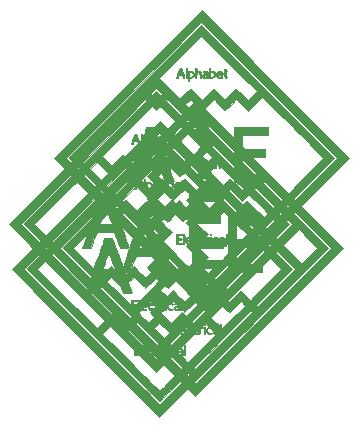
<source format=gbr>
G04 #@! TF.GenerationSoftware,KiCad,Pcbnew,(5.1.10-1-10_14)*
G04 #@! TF.CreationDate,2021-11-12T14:31:54-05:00*
G04 #@! TF.ProjectId,Guitar_Amp,47756974-6172-45f4-916d-702e6b696361,rev?*
G04 #@! TF.SameCoordinates,Original*
G04 #@! TF.FileFunction,Other,ECO2*
%FSLAX46Y46*%
G04 Gerber Fmt 4.6, Leading zero omitted, Abs format (unit mm)*
G04 Created by KiCad (PCBNEW (5.1.10-1-10_14)) date 2021-11-12 14:31:54*
%MOMM*%
%LPD*%
G01*
G04 APERTURE LIST*
%ADD10C,0.010000*%
G04 APERTURE END LIST*
D10*
G36*
X84148083Y-184160619D02*
G01*
X90402798Y-190415333D01*
X84137447Y-196680684D01*
X77872095Y-202946035D01*
X71617381Y-196691214D01*
X65362667Y-190436392D01*
X65383726Y-190415333D01*
X66399951Y-190415333D01*
X72136000Y-196151500D01*
X72717537Y-196732939D01*
X73283079Y-197298172D01*
X73829719Y-197844301D01*
X74354549Y-198368430D01*
X74854661Y-198867662D01*
X75327148Y-199339099D01*
X75769102Y-199779846D01*
X76177616Y-200187004D01*
X76549782Y-200557677D01*
X76882693Y-200888969D01*
X77173440Y-201177981D01*
X77419116Y-201421818D01*
X77616815Y-201617583D01*
X77763627Y-201762378D01*
X77856646Y-201853306D01*
X77892963Y-201887472D01*
X77893334Y-201887666D01*
X77924956Y-201858203D01*
X78013511Y-201771745D01*
X78156088Y-201631192D01*
X78349778Y-201439445D01*
X78591670Y-201199402D01*
X78878853Y-200913964D01*
X79208417Y-200586029D01*
X79577453Y-200218497D01*
X79983049Y-199814268D01*
X80422295Y-199376242D01*
X80892282Y-198907317D01*
X81390099Y-198410394D01*
X81912835Y-197888373D01*
X82457580Y-197344151D01*
X83021424Y-196780631D01*
X83601457Y-196200709D01*
X83640142Y-196162024D01*
X89365667Y-190436383D01*
X83618858Y-184689691D01*
X77872050Y-178942999D01*
X72136000Y-184679166D01*
X66399951Y-190415333D01*
X65383726Y-190415333D01*
X77893369Y-177905904D01*
X84148083Y-184160619D01*
G37*
X84148083Y-184160619D02*
X90402798Y-190415333D01*
X84137447Y-196680684D01*
X77872095Y-202946035D01*
X71617381Y-196691214D01*
X65362667Y-190436392D01*
X65383726Y-190415333D01*
X66399951Y-190415333D01*
X72136000Y-196151500D01*
X72717537Y-196732939D01*
X73283079Y-197298172D01*
X73829719Y-197844301D01*
X74354549Y-198368430D01*
X74854661Y-198867662D01*
X75327148Y-199339099D01*
X75769102Y-199779846D01*
X76177616Y-200187004D01*
X76549782Y-200557677D01*
X76882693Y-200888969D01*
X77173440Y-201177981D01*
X77419116Y-201421818D01*
X77616815Y-201617583D01*
X77763627Y-201762378D01*
X77856646Y-201853306D01*
X77892963Y-201887472D01*
X77893334Y-201887666D01*
X77924956Y-201858203D01*
X78013511Y-201771745D01*
X78156088Y-201631192D01*
X78349778Y-201439445D01*
X78591670Y-201199402D01*
X78878853Y-200913964D01*
X79208417Y-200586029D01*
X79577453Y-200218497D01*
X79983049Y-199814268D01*
X80422295Y-199376242D01*
X80892282Y-198907317D01*
X81390099Y-198410394D01*
X81912835Y-197888373D01*
X82457580Y-197344151D01*
X83021424Y-196780631D01*
X83601457Y-196200709D01*
X83640142Y-196162024D01*
X89365667Y-190436383D01*
X83618858Y-184689691D01*
X77872050Y-178942999D01*
X72136000Y-184679166D01*
X66399951Y-190415333D01*
X65383726Y-190415333D01*
X77893369Y-177905904D01*
X84148083Y-184160619D01*
G36*
X83491857Y-184816690D02*
G01*
X89111667Y-190436380D01*
X83513143Y-196035023D01*
X82938705Y-196609361D01*
X82380293Y-197167458D01*
X81840848Y-197706379D01*
X81323316Y-198223194D01*
X80830640Y-198714970D01*
X80365762Y-199178774D01*
X79931626Y-199611675D01*
X79531176Y-200010739D01*
X79167355Y-200373036D01*
X78843107Y-200695631D01*
X78561374Y-200975594D01*
X78325101Y-201209991D01*
X78137230Y-201395890D01*
X78000706Y-201530360D01*
X77918471Y-201610467D01*
X77893334Y-201633666D01*
X77861694Y-201604207D01*
X77773152Y-201517784D01*
X77630649Y-201377325D01*
X77437125Y-201185761D01*
X77195522Y-200946020D01*
X76908779Y-200661034D01*
X76579837Y-200333730D01*
X76211637Y-199967039D01*
X75807119Y-199563890D01*
X75369225Y-199127213D01*
X74900894Y-198659937D01*
X74405067Y-198164992D01*
X73884686Y-197645308D01*
X73342689Y-197103814D01*
X72782019Y-196543439D01*
X72263000Y-196024500D01*
X72135203Y-195896700D01*
X73024475Y-195896700D01*
X75448183Y-198320683D01*
X75823720Y-198696007D01*
X76181965Y-199053554D01*
X76518419Y-199388861D01*
X76828584Y-199697470D01*
X77107960Y-199974919D01*
X77352050Y-200216748D01*
X77556353Y-200418498D01*
X77716372Y-200575706D01*
X77827607Y-200683914D01*
X77885559Y-200738660D01*
X77893056Y-200744666D01*
X77925577Y-200715454D01*
X78013371Y-200630818D01*
X78151897Y-200495257D01*
X78336615Y-200313271D01*
X78562984Y-200089360D01*
X78826466Y-199828024D01*
X79122518Y-199533762D01*
X79446601Y-199211074D01*
X79794175Y-198864459D01*
X80160699Y-198498419D01*
X80295611Y-198363557D01*
X80667741Y-197990940D01*
X81022033Y-197635154D01*
X81353978Y-197300788D01*
X81659071Y-196992429D01*
X81932802Y-196714667D01*
X82170667Y-196472089D01*
X82368156Y-196269284D01*
X82520764Y-196110839D01*
X82623982Y-196001345D01*
X82673304Y-195945388D01*
X82677000Y-195939283D01*
X82648423Y-195896105D01*
X82569501Y-195804867D01*
X82450448Y-195676680D01*
X82301480Y-195522652D01*
X82200058Y-195420529D01*
X81723116Y-194944940D01*
X81258863Y-195410636D01*
X81096453Y-195570857D01*
X80953056Y-195707268D01*
X80839957Y-195809525D01*
X80768441Y-195867282D01*
X80750834Y-195876333D01*
X80707290Y-195847762D01*
X80615894Y-195768945D01*
X80487932Y-195650227D01*
X80334689Y-195501954D01*
X80242804Y-195410636D01*
X79778551Y-194944940D01*
X79302064Y-195420076D01*
X78825576Y-195895212D01*
X78602871Y-195684972D01*
X78459013Y-195548737D01*
X78288936Y-195387051D01*
X78127517Y-195233075D01*
X78115349Y-195221439D01*
X77850531Y-194968147D01*
X77416126Y-195401073D01*
X77258911Y-195554983D01*
X77121025Y-195684783D01*
X77014233Y-195779788D01*
X76950301Y-195829315D01*
X76939389Y-195834000D01*
X76896354Y-195805438D01*
X76805408Y-195726646D01*
X76677798Y-195607964D01*
X76524772Y-195459730D01*
X76432804Y-195368303D01*
X75968551Y-194902607D01*
X75493030Y-195376779D01*
X75329799Y-195535788D01*
X75186504Y-195668292D01*
X75073935Y-195764870D01*
X75002883Y-195816103D01*
X74984337Y-195820898D01*
X74944137Y-195781761D01*
X74855431Y-195693914D01*
X74729512Y-195568586D01*
X74577672Y-195417004D01*
X74496854Y-195336172D01*
X74042540Y-194881500D01*
X73533507Y-195389100D01*
X73024475Y-195896700D01*
X72135203Y-195896700D01*
X66653953Y-190415333D01*
X66654043Y-190415242D01*
X67543009Y-190415242D01*
X70061468Y-192933967D01*
X72579926Y-195452692D01*
X73310344Y-194723168D01*
X74040763Y-193993644D01*
X74527715Y-194479214D01*
X75014667Y-194964785D01*
X75968551Y-194013607D01*
X76432804Y-194479303D01*
X76595040Y-194639485D01*
X76738042Y-194775872D01*
X76850581Y-194878128D01*
X76921429Y-194935915D01*
X76938657Y-194945000D01*
X76990428Y-194916394D01*
X77077782Y-194843677D01*
X77180834Y-194746496D01*
X77279695Y-194644500D01*
X77354478Y-194557336D01*
X77385296Y-194504654D01*
X77385334Y-194503693D01*
X77357735Y-194452458D01*
X77286501Y-194364504D01*
X77216452Y-194289294D01*
X77047571Y-194117216D01*
X77533967Y-193632201D01*
X78020362Y-193147186D01*
X77544788Y-192670259D01*
X77069215Y-192193333D01*
X77554667Y-191706500D01*
X78040119Y-191219666D01*
X77069215Y-190246000D01*
X77554667Y-189759166D01*
X78040119Y-189272333D01*
X77554667Y-188785500D01*
X77069215Y-188298666D01*
X77958215Y-188298666D01*
X78443667Y-188785500D01*
X78929119Y-189272333D01*
X78443667Y-189759166D01*
X77958215Y-190246000D01*
X78929119Y-191219666D01*
X78443667Y-191706500D01*
X77958215Y-192193333D01*
X78909393Y-193147217D01*
X78443697Y-193611470D01*
X78283474Y-193773885D01*
X78147062Y-193917296D01*
X78044806Y-194030414D01*
X77987050Y-194101952D01*
X77978000Y-194119572D01*
X78006526Y-194163773D01*
X78084854Y-194255068D01*
X78202112Y-194381498D01*
X78347429Y-194531107D01*
X78401386Y-194585218D01*
X78824771Y-195007015D01*
X79795663Y-194038877D01*
X80252082Y-194513718D01*
X80411480Y-194676860D01*
X80552099Y-194815731D01*
X80662915Y-194919835D01*
X80732904Y-194978678D01*
X80750171Y-194987946D01*
X80793047Y-194959257D01*
X80884038Y-194880503D01*
X81011898Y-194761995D01*
X81165382Y-194614040D01*
X81258743Y-194521757D01*
X81725643Y-194056181D01*
X82423091Y-194754590D01*
X82622609Y-194952599D01*
X82803577Y-195128812D01*
X82957096Y-195274836D01*
X83074265Y-195382279D01*
X83146184Y-195442751D01*
X83163802Y-195453000D01*
X83199670Y-195423735D01*
X83290790Y-195338881D01*
X83432678Y-195202850D01*
X83620848Y-195020049D01*
X83850816Y-194794892D01*
X84118096Y-194531787D01*
X84418205Y-194235145D01*
X84746657Y-193909376D01*
X85098967Y-193558892D01*
X85470650Y-193188101D01*
X85693700Y-192965113D01*
X86074057Y-192584074D01*
X86436680Y-192219847D01*
X86777162Y-191876916D01*
X87091096Y-191559763D01*
X87374073Y-191272873D01*
X87621687Y-191020729D01*
X87829529Y-190807816D01*
X87993191Y-190638616D01*
X88108266Y-190517615D01*
X88170346Y-190449294D01*
X88180334Y-190435566D01*
X88151065Y-190400044D01*
X88066145Y-190309161D01*
X87929900Y-190167312D01*
X87746657Y-189978895D01*
X87520743Y-189748306D01*
X87256485Y-189479940D01*
X86958210Y-189178195D01*
X86630244Y-188847466D01*
X86276916Y-188492150D01*
X85902551Y-188116643D01*
X85598209Y-187812042D01*
X83016085Y-185230178D01*
X82412015Y-185833169D01*
X81807946Y-186436160D01*
X81322400Y-185949233D01*
X80836853Y-185462305D01*
X80369848Y-185927985D01*
X80206931Y-186087933D01*
X80063365Y-186224175D01*
X79950377Y-186326422D01*
X79879195Y-186384385D01*
X79861724Y-186393666D01*
X79819789Y-186364472D01*
X79731071Y-186283932D01*
X79606543Y-186162614D01*
X79457175Y-186011082D01*
X79367198Y-185917416D01*
X78913790Y-185441166D01*
X78445865Y-185906141D01*
X77977941Y-186371115D01*
X78453530Y-186848057D01*
X78929119Y-187325000D01*
X77958215Y-188298666D01*
X77069215Y-188298666D01*
X78040119Y-187325000D01*
X77089105Y-186371280D01*
X77289193Y-186171193D01*
X77489281Y-185971105D01*
X77237549Y-185716719D01*
X77117565Y-185600459D01*
X77016972Y-185512099D01*
X76952376Y-185465902D01*
X76941437Y-185462333D01*
X76897680Y-185490908D01*
X76806097Y-185569735D01*
X76677988Y-185688468D01*
X76524654Y-185836758D01*
X76432804Y-185928029D01*
X75968551Y-186393726D01*
X75491609Y-185918136D01*
X75014667Y-185442547D01*
X74043017Y-186411441D01*
X72818575Y-185144833D01*
X70180792Y-187780037D01*
X67543009Y-190415242D01*
X66654043Y-190415242D01*
X72369620Y-184699543D01*
X73258720Y-184699543D01*
X73659694Y-185102192D01*
X74060668Y-185504840D01*
X74537667Y-185029194D01*
X75014667Y-184553547D01*
X75491609Y-185029136D01*
X75968551Y-185504726D01*
X76432804Y-185039029D01*
X76595103Y-184878833D01*
X76738249Y-184742437D01*
X76850992Y-184640181D01*
X76922083Y-184582405D01*
X76939449Y-184573333D01*
X76982441Y-184601825D01*
X77073667Y-184680512D01*
X77202006Y-184799210D01*
X77356339Y-184947737D01*
X77458754Y-185048892D01*
X77935667Y-185524452D01*
X78422728Y-185038772D01*
X78909790Y-184553093D01*
X79860937Y-185504240D01*
X80337868Y-185028661D01*
X80814800Y-184553083D01*
X81808656Y-185546939D01*
X82189697Y-185165898D01*
X82570738Y-184784856D01*
X80221548Y-182435381D01*
X77872358Y-180085905D01*
X73258720Y-184699543D01*
X72369620Y-184699543D01*
X77872047Y-179196999D01*
X83491857Y-184816690D01*
G37*
X83491857Y-184816690D02*
X89111667Y-190436380D01*
X83513143Y-196035023D01*
X82938705Y-196609361D01*
X82380293Y-197167458D01*
X81840848Y-197706379D01*
X81323316Y-198223194D01*
X80830640Y-198714970D01*
X80365762Y-199178774D01*
X79931626Y-199611675D01*
X79531176Y-200010739D01*
X79167355Y-200373036D01*
X78843107Y-200695631D01*
X78561374Y-200975594D01*
X78325101Y-201209991D01*
X78137230Y-201395890D01*
X78000706Y-201530360D01*
X77918471Y-201610467D01*
X77893334Y-201633666D01*
X77861694Y-201604207D01*
X77773152Y-201517784D01*
X77630649Y-201377325D01*
X77437125Y-201185761D01*
X77195522Y-200946020D01*
X76908779Y-200661034D01*
X76579837Y-200333730D01*
X76211637Y-199967039D01*
X75807119Y-199563890D01*
X75369225Y-199127213D01*
X74900894Y-198659937D01*
X74405067Y-198164992D01*
X73884686Y-197645308D01*
X73342689Y-197103814D01*
X72782019Y-196543439D01*
X72263000Y-196024500D01*
X72135203Y-195896700D01*
X73024475Y-195896700D01*
X75448183Y-198320683D01*
X75823720Y-198696007D01*
X76181965Y-199053554D01*
X76518419Y-199388861D01*
X76828584Y-199697470D01*
X77107960Y-199974919D01*
X77352050Y-200216748D01*
X77556353Y-200418498D01*
X77716372Y-200575706D01*
X77827607Y-200683914D01*
X77885559Y-200738660D01*
X77893056Y-200744666D01*
X77925577Y-200715454D01*
X78013371Y-200630818D01*
X78151897Y-200495257D01*
X78336615Y-200313271D01*
X78562984Y-200089360D01*
X78826466Y-199828024D01*
X79122518Y-199533762D01*
X79446601Y-199211074D01*
X79794175Y-198864459D01*
X80160699Y-198498419D01*
X80295611Y-198363557D01*
X80667741Y-197990940D01*
X81022033Y-197635154D01*
X81353978Y-197300788D01*
X81659071Y-196992429D01*
X81932802Y-196714667D01*
X82170667Y-196472089D01*
X82368156Y-196269284D01*
X82520764Y-196110839D01*
X82623982Y-196001345D01*
X82673304Y-195945388D01*
X82677000Y-195939283D01*
X82648423Y-195896105D01*
X82569501Y-195804867D01*
X82450448Y-195676680D01*
X82301480Y-195522652D01*
X82200058Y-195420529D01*
X81723116Y-194944940D01*
X81258863Y-195410636D01*
X81096453Y-195570857D01*
X80953056Y-195707268D01*
X80839957Y-195809525D01*
X80768441Y-195867282D01*
X80750834Y-195876333D01*
X80707290Y-195847762D01*
X80615894Y-195768945D01*
X80487932Y-195650227D01*
X80334689Y-195501954D01*
X80242804Y-195410636D01*
X79778551Y-194944940D01*
X79302064Y-195420076D01*
X78825576Y-195895212D01*
X78602871Y-195684972D01*
X78459013Y-195548737D01*
X78288936Y-195387051D01*
X78127517Y-195233075D01*
X78115349Y-195221439D01*
X77850531Y-194968147D01*
X77416126Y-195401073D01*
X77258911Y-195554983D01*
X77121025Y-195684783D01*
X77014233Y-195779788D01*
X76950301Y-195829315D01*
X76939389Y-195834000D01*
X76896354Y-195805438D01*
X76805408Y-195726646D01*
X76677798Y-195607964D01*
X76524772Y-195459730D01*
X76432804Y-195368303D01*
X75968551Y-194902607D01*
X75493030Y-195376779D01*
X75329799Y-195535788D01*
X75186504Y-195668292D01*
X75073935Y-195764870D01*
X75002883Y-195816103D01*
X74984337Y-195820898D01*
X74944137Y-195781761D01*
X74855431Y-195693914D01*
X74729512Y-195568586D01*
X74577672Y-195417004D01*
X74496854Y-195336172D01*
X74042540Y-194881500D01*
X73533507Y-195389100D01*
X73024475Y-195896700D01*
X72135203Y-195896700D01*
X66653953Y-190415333D01*
X66654043Y-190415242D01*
X67543009Y-190415242D01*
X70061468Y-192933967D01*
X72579926Y-195452692D01*
X73310344Y-194723168D01*
X74040763Y-193993644D01*
X74527715Y-194479214D01*
X75014667Y-194964785D01*
X75968551Y-194013607D01*
X76432804Y-194479303D01*
X76595040Y-194639485D01*
X76738042Y-194775872D01*
X76850581Y-194878128D01*
X76921429Y-194935915D01*
X76938657Y-194945000D01*
X76990428Y-194916394D01*
X77077782Y-194843677D01*
X77180834Y-194746496D01*
X77279695Y-194644500D01*
X77354478Y-194557336D01*
X77385296Y-194504654D01*
X77385334Y-194503693D01*
X77357735Y-194452458D01*
X77286501Y-194364504D01*
X77216452Y-194289294D01*
X77047571Y-194117216D01*
X77533967Y-193632201D01*
X78020362Y-193147186D01*
X77544788Y-192670259D01*
X77069215Y-192193333D01*
X77554667Y-191706500D01*
X78040119Y-191219666D01*
X77069215Y-190246000D01*
X77554667Y-189759166D01*
X78040119Y-189272333D01*
X77554667Y-188785500D01*
X77069215Y-188298666D01*
X77958215Y-188298666D01*
X78443667Y-188785500D01*
X78929119Y-189272333D01*
X78443667Y-189759166D01*
X77958215Y-190246000D01*
X78929119Y-191219666D01*
X78443667Y-191706500D01*
X77958215Y-192193333D01*
X78909393Y-193147217D01*
X78443697Y-193611470D01*
X78283474Y-193773885D01*
X78147062Y-193917296D01*
X78044806Y-194030414D01*
X77987050Y-194101952D01*
X77978000Y-194119572D01*
X78006526Y-194163773D01*
X78084854Y-194255068D01*
X78202112Y-194381498D01*
X78347429Y-194531107D01*
X78401386Y-194585218D01*
X78824771Y-195007015D01*
X79795663Y-194038877D01*
X80252082Y-194513718D01*
X80411480Y-194676860D01*
X80552099Y-194815731D01*
X80662915Y-194919835D01*
X80732904Y-194978678D01*
X80750171Y-194987946D01*
X80793047Y-194959257D01*
X80884038Y-194880503D01*
X81011898Y-194761995D01*
X81165382Y-194614040D01*
X81258743Y-194521757D01*
X81725643Y-194056181D01*
X82423091Y-194754590D01*
X82622609Y-194952599D01*
X82803577Y-195128812D01*
X82957096Y-195274836D01*
X83074265Y-195382279D01*
X83146184Y-195442751D01*
X83163802Y-195453000D01*
X83199670Y-195423735D01*
X83290790Y-195338881D01*
X83432678Y-195202850D01*
X83620848Y-195020049D01*
X83850816Y-194794892D01*
X84118096Y-194531787D01*
X84418205Y-194235145D01*
X84746657Y-193909376D01*
X85098967Y-193558892D01*
X85470650Y-193188101D01*
X85693700Y-192965113D01*
X86074057Y-192584074D01*
X86436680Y-192219847D01*
X86777162Y-191876916D01*
X87091096Y-191559763D01*
X87374073Y-191272873D01*
X87621687Y-191020729D01*
X87829529Y-190807816D01*
X87993191Y-190638616D01*
X88108266Y-190517615D01*
X88170346Y-190449294D01*
X88180334Y-190435566D01*
X88151065Y-190400044D01*
X88066145Y-190309161D01*
X87929900Y-190167312D01*
X87746657Y-189978895D01*
X87520743Y-189748306D01*
X87256485Y-189479940D01*
X86958210Y-189178195D01*
X86630244Y-188847466D01*
X86276916Y-188492150D01*
X85902551Y-188116643D01*
X85598209Y-187812042D01*
X83016085Y-185230178D01*
X82412015Y-185833169D01*
X81807946Y-186436160D01*
X81322400Y-185949233D01*
X80836853Y-185462305D01*
X80369848Y-185927985D01*
X80206931Y-186087933D01*
X80063365Y-186224175D01*
X79950377Y-186326422D01*
X79879195Y-186384385D01*
X79861724Y-186393666D01*
X79819789Y-186364472D01*
X79731071Y-186283932D01*
X79606543Y-186162614D01*
X79457175Y-186011082D01*
X79367198Y-185917416D01*
X78913790Y-185441166D01*
X78445865Y-185906141D01*
X77977941Y-186371115D01*
X78453530Y-186848057D01*
X78929119Y-187325000D01*
X77958215Y-188298666D01*
X77069215Y-188298666D01*
X78040119Y-187325000D01*
X77089105Y-186371280D01*
X77289193Y-186171193D01*
X77489281Y-185971105D01*
X77237549Y-185716719D01*
X77117565Y-185600459D01*
X77016972Y-185512099D01*
X76952376Y-185465902D01*
X76941437Y-185462333D01*
X76897680Y-185490908D01*
X76806097Y-185569735D01*
X76677988Y-185688468D01*
X76524654Y-185836758D01*
X76432804Y-185928029D01*
X75968551Y-186393726D01*
X75491609Y-185918136D01*
X75014667Y-185442547D01*
X74043017Y-186411441D01*
X72818575Y-185144833D01*
X70180792Y-187780037D01*
X67543009Y-190415242D01*
X66654043Y-190415242D01*
X72369620Y-184699543D01*
X73258720Y-184699543D01*
X73659694Y-185102192D01*
X74060668Y-185504840D01*
X74537667Y-185029194D01*
X75014667Y-184553547D01*
X75491609Y-185029136D01*
X75968551Y-185504726D01*
X76432804Y-185039029D01*
X76595103Y-184878833D01*
X76738249Y-184742437D01*
X76850992Y-184640181D01*
X76922083Y-184582405D01*
X76939449Y-184573333D01*
X76982441Y-184601825D01*
X77073667Y-184680512D01*
X77202006Y-184799210D01*
X77356339Y-184947737D01*
X77458754Y-185048892D01*
X77935667Y-185524452D01*
X78422728Y-185038772D01*
X78909790Y-184553093D01*
X79860937Y-185504240D01*
X80337868Y-185028661D01*
X80814800Y-184553083D01*
X81808656Y-185546939D01*
X82189697Y-185165898D01*
X82570738Y-184784856D01*
X80221548Y-182435381D01*
X77872358Y-180085905D01*
X73258720Y-184699543D01*
X72369620Y-184699543D01*
X77872047Y-179196999D01*
X83491857Y-184816690D01*
G36*
X76135820Y-196854876D02*
G01*
X76215004Y-196872164D01*
X76241833Y-196905848D01*
X76242334Y-196913500D01*
X76217403Y-196955353D01*
X76132632Y-196974418D01*
X76051834Y-196977000D01*
X75934692Y-196980681D01*
X75879210Y-197001938D01*
X75862410Y-197056087D01*
X75861334Y-197104000D01*
X75868020Y-197185433D01*
X75904257Y-197221633D01*
X75994306Y-197230799D01*
X76030667Y-197231000D01*
X76148409Y-197241485D01*
X76196927Y-197276244D01*
X76200000Y-197294500D01*
X76172039Y-197338653D01*
X76079349Y-197356847D01*
X76030667Y-197358000D01*
X75922089Y-197363015D01*
X75873822Y-197390192D01*
X75861601Y-197457729D01*
X75861334Y-197485000D01*
X75866856Y-197563094D01*
X75898741Y-197600082D01*
X75979965Y-197611282D01*
X76051834Y-197612000D01*
X76177395Y-197620310D01*
X76234588Y-197648567D01*
X76242334Y-197675500D01*
X76222827Y-197712371D01*
X76153676Y-197732167D01*
X76018938Y-197738874D01*
X75988334Y-197739000D01*
X75734334Y-197739000D01*
X75734334Y-196850000D01*
X75988334Y-196850000D01*
X76135820Y-196854876D01*
G37*
X76135820Y-196854876D02*
X76215004Y-196872164D01*
X76241833Y-196905848D01*
X76242334Y-196913500D01*
X76217403Y-196955353D01*
X76132632Y-196974418D01*
X76051834Y-196977000D01*
X75934692Y-196980681D01*
X75879210Y-197001938D01*
X75862410Y-197056087D01*
X75861334Y-197104000D01*
X75868020Y-197185433D01*
X75904257Y-197221633D01*
X75994306Y-197230799D01*
X76030667Y-197231000D01*
X76148409Y-197241485D01*
X76196927Y-197276244D01*
X76200000Y-197294500D01*
X76172039Y-197338653D01*
X76079349Y-197356847D01*
X76030667Y-197358000D01*
X75922089Y-197363015D01*
X75873822Y-197390192D01*
X75861601Y-197457729D01*
X75861334Y-197485000D01*
X75866856Y-197563094D01*
X75898741Y-197600082D01*
X75979965Y-197611282D01*
X76051834Y-197612000D01*
X76177395Y-197620310D01*
X76234588Y-197648567D01*
X76242334Y-197675500D01*
X76222827Y-197712371D01*
X76153676Y-197732167D01*
X76018938Y-197738874D01*
X75988334Y-197739000D01*
X75734334Y-197739000D01*
X75734334Y-196850000D01*
X75988334Y-196850000D01*
X76135820Y-196854876D01*
G36*
X76419498Y-196863627D02*
G01*
X76438361Y-196913621D01*
X76449044Y-197013649D01*
X76453498Y-197177378D01*
X76454000Y-197294500D01*
X76452053Y-197497483D01*
X76444911Y-197629529D01*
X76430622Y-197704306D01*
X76407232Y-197735481D01*
X76390500Y-197739000D01*
X76361503Y-197725372D01*
X76342639Y-197675378D01*
X76331956Y-197575350D01*
X76327503Y-197411621D01*
X76327000Y-197294500D01*
X76328947Y-197091516D01*
X76336089Y-196959470D01*
X76350379Y-196884693D01*
X76373769Y-196853518D01*
X76390500Y-196850000D01*
X76419498Y-196863627D01*
G37*
X76419498Y-196863627D02*
X76438361Y-196913621D01*
X76449044Y-197013649D01*
X76453498Y-197177378D01*
X76454000Y-197294500D01*
X76452053Y-197497483D01*
X76444911Y-197629529D01*
X76430622Y-197704306D01*
X76407232Y-197735481D01*
X76390500Y-197739000D01*
X76361503Y-197725372D01*
X76342639Y-197675378D01*
X76331956Y-197575350D01*
X76327503Y-197411621D01*
X76327000Y-197294500D01*
X76328947Y-197091516D01*
X76336089Y-196959470D01*
X76350379Y-196884693D01*
X76373769Y-196853518D01*
X76390500Y-196850000D01*
X76419498Y-196863627D01*
G36*
X76944536Y-197157719D02*
G01*
X77024650Y-197251071D01*
X77046667Y-197350750D01*
X77037370Y-197405589D01*
X76995317Y-197432951D01*
X76899263Y-197442062D01*
X76835000Y-197442666D01*
X76714245Y-197449350D01*
X76637607Y-197466439D01*
X76623334Y-197479816D01*
X76660305Y-197550218D01*
X76751595Y-197594509D01*
X76867768Y-197598969D01*
X76875797Y-197597490D01*
X76978468Y-197592506D01*
X77026472Y-197619518D01*
X77008013Y-197665827D01*
X76965969Y-197694542D01*
X76811114Y-197738244D01*
X76670536Y-197703283D01*
X76584073Y-197627457D01*
X76510927Y-197480528D01*
X76506317Y-197329567D01*
X76529501Y-197282660D01*
X76642358Y-197282660D01*
X76646108Y-197318268D01*
X76699040Y-197346753D01*
X76786691Y-197357049D01*
X76872112Y-197349306D01*
X76918355Y-197323674D01*
X76919667Y-197317156D01*
X76886853Y-197265901D01*
X76844490Y-197236078D01*
X76765544Y-197220814D01*
X76687855Y-197240613D01*
X76642358Y-197282660D01*
X76529501Y-197282660D01*
X76570420Y-197199876D01*
X76581000Y-197188666D01*
X76699006Y-197118266D01*
X76828086Y-197110701D01*
X76944536Y-197157719D01*
G37*
X76944536Y-197157719D02*
X77024650Y-197251071D01*
X77046667Y-197350750D01*
X77037370Y-197405589D01*
X76995317Y-197432951D01*
X76899263Y-197442062D01*
X76835000Y-197442666D01*
X76714245Y-197449350D01*
X76637607Y-197466439D01*
X76623334Y-197479816D01*
X76660305Y-197550218D01*
X76751595Y-197594509D01*
X76867768Y-197598969D01*
X76875797Y-197597490D01*
X76978468Y-197592506D01*
X77026472Y-197619518D01*
X77008013Y-197665827D01*
X76965969Y-197694542D01*
X76811114Y-197738244D01*
X76670536Y-197703283D01*
X76584073Y-197627457D01*
X76510927Y-197480528D01*
X76506317Y-197329567D01*
X76529501Y-197282660D01*
X76642358Y-197282660D01*
X76646108Y-197318268D01*
X76699040Y-197346753D01*
X76786691Y-197357049D01*
X76872112Y-197349306D01*
X76918355Y-197323674D01*
X76919667Y-197317156D01*
X76886853Y-197265901D01*
X76844490Y-197236078D01*
X76765544Y-197220814D01*
X76687855Y-197240613D01*
X76642358Y-197282660D01*
X76529501Y-197282660D01*
X76570420Y-197199876D01*
X76581000Y-197188666D01*
X76699006Y-197118266D01*
X76828086Y-197110701D01*
X76944536Y-197157719D01*
G36*
X77534630Y-197126605D02*
G01*
X77616930Y-197182657D01*
X77639334Y-197236898D01*
X77601704Y-197254320D01*
X77507050Y-197261183D01*
X77459417Y-197260181D01*
X77279500Y-197252166D01*
X77279500Y-197590833D01*
X77459417Y-197582818D01*
X77585482Y-197585283D01*
X77634420Y-197610529D01*
X77611776Y-197663083D01*
X77588534Y-197688200D01*
X77490744Y-197733315D01*
X77364029Y-197729210D01*
X77245792Y-197679286D01*
X77216000Y-197654333D01*
X77141874Y-197530551D01*
X77130509Y-197391017D01*
X77173495Y-197258511D01*
X77262421Y-197155814D01*
X77388874Y-197105708D01*
X77419200Y-197104000D01*
X77534630Y-197126605D01*
G37*
X77534630Y-197126605D02*
X77616930Y-197182657D01*
X77639334Y-197236898D01*
X77601704Y-197254320D01*
X77507050Y-197261183D01*
X77459417Y-197260181D01*
X77279500Y-197252166D01*
X77279500Y-197590833D01*
X77459417Y-197582818D01*
X77585482Y-197585283D01*
X77634420Y-197610529D01*
X77611776Y-197663083D01*
X77588534Y-197688200D01*
X77490744Y-197733315D01*
X77364029Y-197729210D01*
X77245792Y-197679286D01*
X77216000Y-197654333D01*
X77141874Y-197530551D01*
X77130509Y-197391017D01*
X77173495Y-197258511D01*
X77262421Y-197155814D01*
X77388874Y-197105708D01*
X77419200Y-197104000D01*
X77534630Y-197126605D01*
G36*
X77892194Y-196996624D02*
G01*
X77893334Y-197019333D01*
X77919803Y-197088285D01*
X77956834Y-197104000D01*
X78013158Y-197127561D01*
X78020334Y-197147661D01*
X77986504Y-197199213D01*
X77956834Y-197215691D01*
X77910433Y-197274906D01*
X77893469Y-197408599D01*
X77893334Y-197426029D01*
X77902042Y-197549941D01*
X77931515Y-197605365D01*
X77956834Y-197612000D01*
X78012958Y-197645886D01*
X78020334Y-197675500D01*
X77988139Y-197724776D01*
X77916981Y-197737017D01*
X77845001Y-197710164D01*
X77823319Y-197686126D01*
X77793125Y-197596410D01*
X77769650Y-197454573D01*
X77755594Y-197293063D01*
X77753653Y-197144330D01*
X77766525Y-197040822D01*
X77769056Y-197033339D01*
X77817781Y-196953651D01*
X77865406Y-196940671D01*
X77892194Y-196996624D01*
G37*
X77892194Y-196996624D02*
X77893334Y-197019333D01*
X77919803Y-197088285D01*
X77956834Y-197104000D01*
X78013158Y-197127561D01*
X78020334Y-197147661D01*
X77986504Y-197199213D01*
X77956834Y-197215691D01*
X77910433Y-197274906D01*
X77893469Y-197408599D01*
X77893334Y-197426029D01*
X77902042Y-197549941D01*
X77931515Y-197605365D01*
X77956834Y-197612000D01*
X78012958Y-197645886D01*
X78020334Y-197675500D01*
X77988139Y-197724776D01*
X77916981Y-197737017D01*
X77845001Y-197710164D01*
X77823319Y-197686126D01*
X77793125Y-197596410D01*
X77769650Y-197454573D01*
X77755594Y-197293063D01*
X77753653Y-197144330D01*
X77766525Y-197040822D01*
X77769056Y-197033339D01*
X77817781Y-196953651D01*
X77865406Y-196940671D01*
X77892194Y-196996624D01*
G36*
X78416172Y-197122817D02*
G01*
X78483047Y-197155409D01*
X78488354Y-197195279D01*
X78424325Y-197229018D01*
X78369584Y-197238771D01*
X78303608Y-197252257D01*
X78267176Y-197287634D01*
X78249484Y-197366395D01*
X78240471Y-197495583D01*
X78226143Y-197643852D01*
X78200217Y-197720553D01*
X78166388Y-197739000D01*
X78133515Y-197720388D01*
X78114357Y-197654753D01*
X78106020Y-197527395D01*
X78105000Y-197426868D01*
X78105000Y-197114737D01*
X78295500Y-197110913D01*
X78416172Y-197122817D01*
G37*
X78416172Y-197122817D02*
X78483047Y-197155409D01*
X78488354Y-197195279D01*
X78424325Y-197229018D01*
X78369584Y-197238771D01*
X78303608Y-197252257D01*
X78267176Y-197287634D01*
X78249484Y-197366395D01*
X78240471Y-197495583D01*
X78226143Y-197643852D01*
X78200217Y-197720553D01*
X78166388Y-197739000D01*
X78133515Y-197720388D01*
X78114357Y-197654753D01*
X78106020Y-197527395D01*
X78105000Y-197426868D01*
X78105000Y-197114737D01*
X78295500Y-197110913D01*
X78416172Y-197122817D01*
G36*
X78667661Y-197120631D02*
G01*
X78687322Y-197180734D01*
X78696212Y-197299619D01*
X78697667Y-197421500D01*
X78694340Y-197588972D01*
X78682320Y-197687277D01*
X78658543Y-197731725D01*
X78634167Y-197739000D01*
X78600672Y-197722368D01*
X78581011Y-197662265D01*
X78572122Y-197543380D01*
X78570667Y-197421500D01*
X78573993Y-197254027D01*
X78586014Y-197155722D01*
X78609791Y-197111274D01*
X78634167Y-197104000D01*
X78667661Y-197120631D01*
G37*
X78667661Y-197120631D02*
X78687322Y-197180734D01*
X78696212Y-197299619D01*
X78697667Y-197421500D01*
X78694340Y-197588972D01*
X78682320Y-197687277D01*
X78658543Y-197731725D01*
X78634167Y-197739000D01*
X78600672Y-197722368D01*
X78581011Y-197662265D01*
X78572122Y-197543380D01*
X78570667Y-197421500D01*
X78573993Y-197254027D01*
X78586014Y-197155722D01*
X78609791Y-197111274D01*
X78634167Y-197104000D01*
X78667661Y-197120631D01*
G36*
X79151671Y-197124349D02*
G01*
X79209636Y-197148457D01*
X79269117Y-197199925D01*
X79255731Y-197238988D01*
X79181273Y-197252950D01*
X79119464Y-197245509D01*
X78984492Y-197248952D01*
X78895904Y-197314456D01*
X78867000Y-197421500D01*
X78900929Y-197535796D01*
X78993697Y-197596714D01*
X79119464Y-197597490D01*
X79222134Y-197592506D01*
X79270139Y-197619518D01*
X79251680Y-197665827D01*
X79209636Y-197694542D01*
X79054780Y-197738244D01*
X78914202Y-197703283D01*
X78827739Y-197627457D01*
X78765899Y-197521240D01*
X78740001Y-197421909D01*
X78740000Y-197421500D01*
X78776706Y-197277027D01*
X78872189Y-197170836D01*
X79004495Y-197115689D01*
X79151671Y-197124349D01*
G37*
X79151671Y-197124349D02*
X79209636Y-197148457D01*
X79269117Y-197199925D01*
X79255731Y-197238988D01*
X79181273Y-197252950D01*
X79119464Y-197245509D01*
X78984492Y-197248952D01*
X78895904Y-197314456D01*
X78867000Y-197421500D01*
X78900929Y-197535796D01*
X78993697Y-197596714D01*
X79119464Y-197597490D01*
X79222134Y-197592506D01*
X79270139Y-197619518D01*
X79251680Y-197665827D01*
X79209636Y-197694542D01*
X79054780Y-197738244D01*
X78914202Y-197703283D01*
X78827739Y-197627457D01*
X78765899Y-197521240D01*
X78740001Y-197421909D01*
X78740000Y-197421500D01*
X78776706Y-197277027D01*
X78872189Y-197170836D01*
X79004495Y-197115689D01*
X79151671Y-197124349D01*
G36*
X79701316Y-197116674D02*
G01*
X79811524Y-197179871D01*
X79812939Y-197181416D01*
X79862915Y-197285751D01*
X79882538Y-197459323D01*
X79883000Y-197498916D01*
X79883000Y-197739000D01*
X79679800Y-197739000D01*
X79549002Y-197728984D01*
X79450858Y-197703624D01*
X79425800Y-197688200D01*
X79383387Y-197605667D01*
X79376527Y-197558905D01*
X79479122Y-197558905D01*
X79485297Y-197576889D01*
X79543113Y-197606232D01*
X79630004Y-197601620D01*
X79706774Y-197570744D01*
X79734834Y-197527913D01*
X79699546Y-197468081D01*
X79658717Y-197450334D01*
X79574907Y-197459197D01*
X79505179Y-197502585D01*
X79479122Y-197558905D01*
X79376527Y-197558905D01*
X79375000Y-197548500D01*
X79407828Y-197433876D01*
X79506879Y-197371256D01*
X79619828Y-197358000D01*
X79719402Y-197343073D01*
X79747412Y-197309089D01*
X79709271Y-197272241D01*
X79610393Y-197248724D01*
X79582720Y-197247006D01*
X79450265Y-197240082D01*
X79390890Y-197227423D01*
X79393010Y-197202646D01*
X79436008Y-197166153D01*
X79564310Y-197111623D01*
X79701316Y-197116674D01*
G37*
X79701316Y-197116674D02*
X79811524Y-197179871D01*
X79812939Y-197181416D01*
X79862915Y-197285751D01*
X79882538Y-197459323D01*
X79883000Y-197498916D01*
X79883000Y-197739000D01*
X79679800Y-197739000D01*
X79549002Y-197728984D01*
X79450858Y-197703624D01*
X79425800Y-197688200D01*
X79383387Y-197605667D01*
X79376527Y-197558905D01*
X79479122Y-197558905D01*
X79485297Y-197576889D01*
X79543113Y-197606232D01*
X79630004Y-197601620D01*
X79706774Y-197570744D01*
X79734834Y-197527913D01*
X79699546Y-197468081D01*
X79658717Y-197450334D01*
X79574907Y-197459197D01*
X79505179Y-197502585D01*
X79479122Y-197558905D01*
X79376527Y-197558905D01*
X79375000Y-197548500D01*
X79407828Y-197433876D01*
X79506879Y-197371256D01*
X79619828Y-197358000D01*
X79719402Y-197343073D01*
X79747412Y-197309089D01*
X79709271Y-197272241D01*
X79610393Y-197248724D01*
X79582720Y-197247006D01*
X79450265Y-197240082D01*
X79390890Y-197227423D01*
X79393010Y-197202646D01*
X79436008Y-197166153D01*
X79564310Y-197111623D01*
X79701316Y-197116674D01*
G36*
X80017831Y-196863627D02*
G01*
X80036695Y-196913621D01*
X80047377Y-197013649D01*
X80051831Y-197177378D01*
X80052334Y-197294500D01*
X80050387Y-197497483D01*
X80043245Y-197629529D01*
X80028955Y-197704306D01*
X80005565Y-197735481D01*
X79988834Y-197739000D01*
X79959836Y-197725372D01*
X79940972Y-197675378D01*
X79930290Y-197575350D01*
X79925836Y-197411621D01*
X79925334Y-197294500D01*
X79927280Y-197091516D01*
X79934422Y-196959470D01*
X79948712Y-196884693D01*
X79972102Y-196853518D01*
X79988834Y-196850000D01*
X80017831Y-196863627D01*
G37*
X80017831Y-196863627D02*
X80036695Y-196913621D01*
X80047377Y-197013649D01*
X80051831Y-197177378D01*
X80052334Y-197294500D01*
X80050387Y-197497483D01*
X80043245Y-197629529D01*
X80028955Y-197704306D01*
X80005565Y-197735481D01*
X79988834Y-197739000D01*
X79959836Y-197725372D01*
X79940972Y-197675378D01*
X79930290Y-197575350D01*
X79925836Y-197411621D01*
X79925334Y-197294500D01*
X79927280Y-197091516D01*
X79934422Y-196959470D01*
X79948712Y-196884693D01*
X79972102Y-196853518D01*
X79988834Y-196850000D01*
X80017831Y-196863627D01*
G36*
X78676842Y-196901837D02*
G01*
X78683950Y-196952564D01*
X78637695Y-196977000D01*
X78579379Y-196942915D01*
X78570667Y-196909972D01*
X78595281Y-196860599D01*
X78620938Y-196859701D01*
X78676842Y-196901837D01*
G37*
X78676842Y-196901837D02*
X78683950Y-196952564D01*
X78637695Y-196977000D01*
X78579379Y-196942915D01*
X78570667Y-196909972D01*
X78595281Y-196860599D01*
X78620938Y-196859701D01*
X78676842Y-196901837D01*
G36*
X74690556Y-190023750D02*
G01*
X74838618Y-190441139D01*
X74978571Y-190836574D01*
X75107764Y-191202502D01*
X75223543Y-191531367D01*
X75323259Y-191815616D01*
X75404258Y-192047694D01*
X75463888Y-192220048D01*
X75499499Y-192325124D01*
X75508520Y-192353810D01*
X75517371Y-192400068D01*
X75504536Y-192427973D01*
X75454646Y-192441281D01*
X75352329Y-192443751D01*
X75182214Y-192439140D01*
X75162166Y-192438476D01*
X74790887Y-192426166D01*
X74326063Y-191092666D01*
X72819417Y-191092666D01*
X72738184Y-191314916D01*
X72689648Y-191449239D01*
X72623097Y-191635441D01*
X72548524Y-191845498D01*
X72496714Y-191992250D01*
X72336476Y-192447333D01*
X71591035Y-192447333D01*
X71710678Y-192098083D01*
X71742634Y-192006441D01*
X71799535Y-191845005D01*
X71877843Y-191623713D01*
X71974019Y-191352501D01*
X72084526Y-191041308D01*
X72205825Y-190700071D01*
X72313922Y-190396224D01*
X73067334Y-190396224D01*
X73106932Y-190403617D01*
X73214797Y-190409679D01*
X73374530Y-190413791D01*
X73569734Y-190415332D01*
X73573008Y-190415333D01*
X74078683Y-190415333D01*
X73873127Y-189833250D01*
X73774074Y-189553512D01*
X73699145Y-189344260D01*
X73644648Y-189196012D01*
X73606888Y-189099289D01*
X73582173Y-189044609D01*
X73566808Y-189022493D01*
X73557474Y-189023045D01*
X73539249Y-189065906D01*
X73498885Y-189172637D01*
X73442118Y-189327162D01*
X73374687Y-189513405D01*
X73302329Y-189715293D01*
X73230783Y-189916747D01*
X73165787Y-190101695D01*
X73113078Y-190254059D01*
X73078394Y-190357764D01*
X73067334Y-190396224D01*
X72313922Y-190396224D01*
X72334378Y-190338728D01*
X72466648Y-189967216D01*
X72599095Y-189595472D01*
X72728181Y-189233435D01*
X72850369Y-188891042D01*
X72962121Y-188578231D01*
X73059897Y-188304938D01*
X73140161Y-188081103D01*
X73199373Y-187916661D01*
X73202837Y-187907083D01*
X73228218Y-187848401D01*
X73265010Y-187813728D01*
X73333178Y-187796755D01*
X73452684Y-187791174D01*
X73571233Y-187790666D01*
X73897516Y-187790666D01*
X74690556Y-190023750D01*
G37*
X74690556Y-190023750D02*
X74838618Y-190441139D01*
X74978571Y-190836574D01*
X75107764Y-191202502D01*
X75223543Y-191531367D01*
X75323259Y-191815616D01*
X75404258Y-192047694D01*
X75463888Y-192220048D01*
X75499499Y-192325124D01*
X75508520Y-192353810D01*
X75517371Y-192400068D01*
X75504536Y-192427973D01*
X75454646Y-192441281D01*
X75352329Y-192443751D01*
X75182214Y-192439140D01*
X75162166Y-192438476D01*
X74790887Y-192426166D01*
X74326063Y-191092666D01*
X72819417Y-191092666D01*
X72738184Y-191314916D01*
X72689648Y-191449239D01*
X72623097Y-191635441D01*
X72548524Y-191845498D01*
X72496714Y-191992250D01*
X72336476Y-192447333D01*
X71591035Y-192447333D01*
X71710678Y-192098083D01*
X71742634Y-192006441D01*
X71799535Y-191845005D01*
X71877843Y-191623713D01*
X71974019Y-191352501D01*
X72084526Y-191041308D01*
X72205825Y-190700071D01*
X72313922Y-190396224D01*
X73067334Y-190396224D01*
X73106932Y-190403617D01*
X73214797Y-190409679D01*
X73374530Y-190413791D01*
X73569734Y-190415332D01*
X73573008Y-190415333D01*
X74078683Y-190415333D01*
X73873127Y-189833250D01*
X73774074Y-189553512D01*
X73699145Y-189344260D01*
X73644648Y-189196012D01*
X73606888Y-189099289D01*
X73582173Y-189044609D01*
X73566808Y-189022493D01*
X73557474Y-189023045D01*
X73539249Y-189065906D01*
X73498885Y-189172637D01*
X73442118Y-189327162D01*
X73374687Y-189513405D01*
X73302329Y-189715293D01*
X73230783Y-189916747D01*
X73165787Y-190101695D01*
X73113078Y-190254059D01*
X73078394Y-190357764D01*
X73067334Y-190396224D01*
X72313922Y-190396224D01*
X72334378Y-190338728D01*
X72466648Y-189967216D01*
X72599095Y-189595472D01*
X72728181Y-189233435D01*
X72850369Y-188891042D01*
X72962121Y-188578231D01*
X73059897Y-188304938D01*
X73140161Y-188081103D01*
X73199373Y-187916661D01*
X73202837Y-187907083D01*
X73228218Y-187848401D01*
X73265010Y-187813728D01*
X73333178Y-187796755D01*
X73452684Y-187791174D01*
X73571233Y-187790666D01*
X73897516Y-187790666D01*
X74690556Y-190023750D01*
G36*
X83481334Y-188468000D02*
G01*
X81322334Y-188468000D01*
X81322334Y-189695666D01*
X83269667Y-189695666D01*
X83269667Y-190373000D01*
X81322334Y-190373000D01*
X81322334Y-191770000D01*
X83481334Y-191770000D01*
X83481334Y-192447333D01*
X80645000Y-192447333D01*
X80645000Y-187790666D01*
X83481334Y-187790666D01*
X83481334Y-188468000D01*
G37*
X83481334Y-188468000D02*
X81322334Y-188468000D01*
X81322334Y-189695666D01*
X83269667Y-189695666D01*
X83269667Y-190373000D01*
X81322334Y-190373000D01*
X81322334Y-191770000D01*
X83481334Y-191770000D01*
X83481334Y-192447333D01*
X80645000Y-192447333D01*
X80645000Y-187790666D01*
X83481334Y-187790666D01*
X83481334Y-188468000D01*
G36*
X77080138Y-183077826D02*
G01*
X77199407Y-183162276D01*
X77254525Y-183301143D01*
X77258334Y-183360272D01*
X77222935Y-183511375D01*
X77117022Y-183615806D01*
X76969806Y-183667955D01*
X76874796Y-183699336D01*
X76838861Y-183759065D01*
X76835000Y-183816625D01*
X76815380Y-183913546D01*
X76771500Y-183938333D01*
X76742503Y-183924705D01*
X76723639Y-183874712D01*
X76712956Y-183774684D01*
X76708503Y-183610954D01*
X76708000Y-183493833D01*
X76708000Y-183345666D01*
X76835000Y-183345666D01*
X76838775Y-183471619D01*
X76856679Y-183534464D01*
X76898580Y-183555654D01*
X76932367Y-183557333D01*
X77031884Y-183536421D01*
X77080534Y-183506533D01*
X77126233Y-183412725D01*
X77125127Y-183298402D01*
X77080961Y-183203162D01*
X77049450Y-183177822D01*
X76937775Y-183132547D01*
X76871405Y-183149050D01*
X76840610Y-183234949D01*
X76835000Y-183345666D01*
X76708000Y-183345666D01*
X76708000Y-183049333D01*
X76898500Y-183049333D01*
X77080138Y-183077826D01*
G37*
X77080138Y-183077826D02*
X77199407Y-183162276D01*
X77254525Y-183301143D01*
X77258334Y-183360272D01*
X77222935Y-183511375D01*
X77117022Y-183615806D01*
X76969806Y-183667955D01*
X76874796Y-183699336D01*
X76838861Y-183759065D01*
X76835000Y-183816625D01*
X76815380Y-183913546D01*
X76771500Y-183938333D01*
X76742503Y-183924705D01*
X76723639Y-183874712D01*
X76712956Y-183774684D01*
X76708503Y-183610954D01*
X76708000Y-183493833D01*
X76708000Y-183345666D01*
X76835000Y-183345666D01*
X76838775Y-183471619D01*
X76856679Y-183534464D01*
X76898580Y-183555654D01*
X76932367Y-183557333D01*
X77031884Y-183536421D01*
X77080534Y-183506533D01*
X77126233Y-183412725D01*
X77125127Y-183298402D01*
X77080961Y-183203162D01*
X77049450Y-183177822D01*
X76937775Y-183132547D01*
X76871405Y-183149050D01*
X76840610Y-183234949D01*
X76835000Y-183345666D01*
X76708000Y-183345666D01*
X76708000Y-183049333D01*
X76898500Y-183049333D01*
X77080138Y-183077826D01*
G36*
X76159837Y-182854486D02*
G01*
X76230674Y-182991561D01*
X76313536Y-183208775D01*
X76319017Y-183224664D01*
X76386154Y-183421832D01*
X76427793Y-183552623D01*
X76446174Y-183630651D01*
X76443536Y-183669533D01*
X76422121Y-183682883D01*
X76394641Y-183684333D01*
X76340873Y-183648434D01*
X76292539Y-183561621D01*
X76291010Y-183557333D01*
X76246335Y-183468940D01*
X76175080Y-183434596D01*
X76100510Y-183430333D01*
X75994538Y-183442372D01*
X75937046Y-183493859D01*
X75910010Y-183557333D01*
X75865139Y-183632422D01*
X75805058Y-183681057D01*
X75753756Y-183690185D01*
X75734931Y-183652583D01*
X75749219Y-183597867D01*
X75786163Y-183486585D01*
X75837978Y-183339873D01*
X75891036Y-183194826D01*
X76032581Y-183194826D01*
X76065494Y-183251083D01*
X76114426Y-183261000D01*
X76170238Y-183251562D01*
X76171469Y-183207157D01*
X76149417Y-183153965D01*
X76106474Y-183085449D01*
X76071027Y-183094226D01*
X76066306Y-183101048D01*
X76032581Y-183194826D01*
X75891036Y-183194826D01*
X75896876Y-183178863D01*
X75955072Y-183024691D01*
X76004779Y-182898490D01*
X76038211Y-182821396D01*
X76046010Y-182808212D01*
X76098967Y-182794415D01*
X76159837Y-182854486D01*
G37*
X76159837Y-182854486D02*
X76230674Y-182991561D01*
X76313536Y-183208775D01*
X76319017Y-183224664D01*
X76386154Y-183421832D01*
X76427793Y-183552623D01*
X76446174Y-183630651D01*
X76443536Y-183669533D01*
X76422121Y-183682883D01*
X76394641Y-183684333D01*
X76340873Y-183648434D01*
X76292539Y-183561621D01*
X76291010Y-183557333D01*
X76246335Y-183468940D01*
X76175080Y-183434596D01*
X76100510Y-183430333D01*
X75994538Y-183442372D01*
X75937046Y-183493859D01*
X75910010Y-183557333D01*
X75865139Y-183632422D01*
X75805058Y-183681057D01*
X75753756Y-183690185D01*
X75734931Y-183652583D01*
X75749219Y-183597867D01*
X75786163Y-183486585D01*
X75837978Y-183339873D01*
X75891036Y-183194826D01*
X76032581Y-183194826D01*
X76065494Y-183251083D01*
X76114426Y-183261000D01*
X76170238Y-183251562D01*
X76171469Y-183207157D01*
X76149417Y-183153965D01*
X76106474Y-183085449D01*
X76071027Y-183094226D01*
X76066306Y-183101048D01*
X76032581Y-183194826D01*
X75891036Y-183194826D01*
X75896876Y-183178863D01*
X75955072Y-183024691D01*
X76004779Y-182898490D01*
X76038211Y-182821396D01*
X76046010Y-182808212D01*
X76098967Y-182794415D01*
X76159837Y-182854486D01*
G36*
X76631164Y-182808960D02*
G01*
X76650028Y-182858954D01*
X76660711Y-182958982D01*
X76665164Y-183122712D01*
X76665667Y-183239833D01*
X76663720Y-183442816D01*
X76656578Y-183574862D01*
X76642288Y-183649639D01*
X76618898Y-183680815D01*
X76602167Y-183684333D01*
X76573169Y-183670705D01*
X76554306Y-183620712D01*
X76543623Y-183520684D01*
X76539169Y-183356954D01*
X76538667Y-183239833D01*
X76540614Y-183036850D01*
X76547756Y-182904804D01*
X76562045Y-182830027D01*
X76585435Y-182798851D01*
X76602167Y-182795333D01*
X76631164Y-182808960D01*
G37*
X76631164Y-182808960D02*
X76650028Y-182858954D01*
X76660711Y-182958982D01*
X76665164Y-183122712D01*
X76665667Y-183239833D01*
X76663720Y-183442816D01*
X76656578Y-183574862D01*
X76642288Y-183649639D01*
X76618898Y-183680815D01*
X76602167Y-183684333D01*
X76573169Y-183670705D01*
X76554306Y-183620712D01*
X76543623Y-183520684D01*
X76539169Y-183356954D01*
X76538667Y-183239833D01*
X76540614Y-183036850D01*
X76547756Y-182904804D01*
X76562045Y-182830027D01*
X76585435Y-182798851D01*
X76602167Y-182795333D01*
X76631164Y-182808960D01*
G36*
X77456995Y-182833058D02*
G01*
X77470000Y-182919501D01*
X77480539Y-183007372D01*
X77530139Y-183038273D01*
X77595534Y-183040101D01*
X77719033Y-183052511D01*
X77796860Y-183106955D01*
X77837864Y-183216520D01*
X77850894Y-183394291D01*
X77851000Y-183417877D01*
X77846067Y-183573779D01*
X77829838Y-183655879D01*
X77800171Y-183674548D01*
X77798084Y-183673933D01*
X77764072Y-183622222D01*
X77739948Y-183503420D01*
X77732406Y-183414241D01*
X77705030Y-183244885D01*
X77653291Y-183150311D01*
X77590035Y-183129249D01*
X77528108Y-183180427D01*
X77480356Y-183302575D01*
X77461510Y-183441035D01*
X77444026Y-183574342D01*
X77413659Y-183658071D01*
X77395917Y-183673950D01*
X77371164Y-183660807D01*
X77354945Y-183595069D01*
X77345987Y-183466383D01*
X77343017Y-183264396D01*
X77343000Y-183243361D01*
X77344924Y-183039460D01*
X77351981Y-182906540D01*
X77366104Y-182830975D01*
X77389224Y-182799140D01*
X77406500Y-182795333D01*
X77456995Y-182833058D01*
G37*
X77456995Y-182833058D02*
X77470000Y-182919501D01*
X77480539Y-183007372D01*
X77530139Y-183038273D01*
X77595534Y-183040101D01*
X77719033Y-183052511D01*
X77796860Y-183106955D01*
X77837864Y-183216520D01*
X77850894Y-183394291D01*
X77851000Y-183417877D01*
X77846067Y-183573779D01*
X77829838Y-183655879D01*
X77800171Y-183674548D01*
X77798084Y-183673933D01*
X77764072Y-183622222D01*
X77739948Y-183503420D01*
X77732406Y-183414241D01*
X77705030Y-183244885D01*
X77653291Y-183150311D01*
X77590035Y-183129249D01*
X77528108Y-183180427D01*
X77480356Y-183302575D01*
X77461510Y-183441035D01*
X77444026Y-183574342D01*
X77413659Y-183658071D01*
X77395917Y-183673950D01*
X77371164Y-183660807D01*
X77354945Y-183595069D01*
X77345987Y-183466383D01*
X77343017Y-183264396D01*
X77343000Y-183243361D01*
X77344924Y-183039460D01*
X77351981Y-182906540D01*
X77366104Y-182830975D01*
X77389224Y-182799140D01*
X77406500Y-182795333D01*
X77456995Y-182833058D01*
G36*
X78282662Y-183059161D02*
G01*
X78373677Y-183086343D01*
X78392867Y-183100133D01*
X78420553Y-183168671D01*
X78438833Y-183294068D01*
X78443667Y-183412264D01*
X78443667Y-183673595D01*
X78263750Y-183676679D01*
X78132543Y-183668986D01*
X78028349Y-183646032D01*
X78009750Y-183637611D01*
X77949513Y-183560868D01*
X77943783Y-183486420D01*
X78069898Y-183486420D01*
X78075244Y-183540472D01*
X78134294Y-183553349D01*
X78175007Y-183549920D01*
X78276466Y-183512409D01*
X78309436Y-183458913D01*
X78304090Y-183404860D01*
X78245040Y-183391983D01*
X78204327Y-183395413D01*
X78102867Y-183432923D01*
X78069898Y-183486420D01*
X77943783Y-183486420D01*
X77941135Y-183452019D01*
X77985481Y-183346544D01*
X78002191Y-183327523D01*
X78092574Y-183278182D01*
X78192691Y-183261000D01*
X78280558Y-183249303D01*
X78316667Y-183221519D01*
X78281499Y-183174885D01*
X78201975Y-183151124D01*
X78117065Y-183158098D01*
X78085571Y-183174891D01*
X78022375Y-183192886D01*
X77986038Y-183153352D01*
X77999167Y-183091666D01*
X78059488Y-183061050D01*
X78165960Y-183050472D01*
X78282662Y-183059161D01*
G37*
X78282662Y-183059161D02*
X78373677Y-183086343D01*
X78392867Y-183100133D01*
X78420553Y-183168671D01*
X78438833Y-183294068D01*
X78443667Y-183412264D01*
X78443667Y-183673595D01*
X78263750Y-183676679D01*
X78132543Y-183668986D01*
X78028349Y-183646032D01*
X78009750Y-183637611D01*
X77949513Y-183560868D01*
X77943783Y-183486420D01*
X78069898Y-183486420D01*
X78075244Y-183540472D01*
X78134294Y-183553349D01*
X78175007Y-183549920D01*
X78276466Y-183512409D01*
X78309436Y-183458913D01*
X78304090Y-183404860D01*
X78245040Y-183391983D01*
X78204327Y-183395413D01*
X78102867Y-183432923D01*
X78069898Y-183486420D01*
X77943783Y-183486420D01*
X77941135Y-183452019D01*
X77985481Y-183346544D01*
X78002191Y-183327523D01*
X78092574Y-183278182D01*
X78192691Y-183261000D01*
X78280558Y-183249303D01*
X78316667Y-183221519D01*
X78281499Y-183174885D01*
X78201975Y-183151124D01*
X78117065Y-183158098D01*
X78085571Y-183174891D01*
X78022375Y-183192886D01*
X77986038Y-183153352D01*
X77999167Y-183091666D01*
X78059488Y-183061050D01*
X78165960Y-183050472D01*
X78282662Y-183059161D01*
G36*
X78599913Y-182833197D02*
G01*
X78613000Y-182922333D01*
X78621865Y-183009005D01*
X78665871Y-183043514D01*
X78754606Y-183049333D01*
X78903846Y-183083056D01*
X78999348Y-183180610D01*
X79036082Y-183336571D01*
X79036334Y-183353022D01*
X79000404Y-183504761D01*
X78901325Y-183610948D01*
X78752159Y-183662907D01*
X78581250Y-183655224D01*
X78537814Y-183641898D01*
X78510087Y-183612166D01*
X78494556Y-183549812D01*
X78487707Y-183438621D01*
X78487010Y-183365504D01*
X78613000Y-183365504D01*
X78617694Y-183483954D01*
X78639336Y-183540268D01*
X78689268Y-183556793D01*
X78710367Y-183557333D01*
X78809884Y-183536421D01*
X78858534Y-183506533D01*
X78905564Y-183409990D01*
X78902048Y-183294097D01*
X78852387Y-183198147D01*
X78821359Y-183174562D01*
X78714686Y-183141205D01*
X78647307Y-183179373D01*
X78616088Y-183291937D01*
X78613000Y-183365504D01*
X78487010Y-183365504D01*
X78486026Y-183262380D01*
X78486000Y-183215722D01*
X78488121Y-183019098D01*
X78495891Y-182893104D01*
X78511418Y-182823778D01*
X78536811Y-182797156D01*
X78549500Y-182795333D01*
X78599913Y-182833197D01*
G37*
X78599913Y-182833197D02*
X78613000Y-182922333D01*
X78621865Y-183009005D01*
X78665871Y-183043514D01*
X78754606Y-183049333D01*
X78903846Y-183083056D01*
X78999348Y-183180610D01*
X79036082Y-183336571D01*
X79036334Y-183353022D01*
X79000404Y-183504761D01*
X78901325Y-183610948D01*
X78752159Y-183662907D01*
X78581250Y-183655224D01*
X78537814Y-183641898D01*
X78510087Y-183612166D01*
X78494556Y-183549812D01*
X78487707Y-183438621D01*
X78487010Y-183365504D01*
X78613000Y-183365504D01*
X78617694Y-183483954D01*
X78639336Y-183540268D01*
X78689268Y-183556793D01*
X78710367Y-183557333D01*
X78809884Y-183536421D01*
X78858534Y-183506533D01*
X78905564Y-183409990D01*
X78902048Y-183294097D01*
X78852387Y-183198147D01*
X78821359Y-183174562D01*
X78714686Y-183141205D01*
X78647307Y-183179373D01*
X78616088Y-183291937D01*
X78613000Y-183365504D01*
X78487010Y-183365504D01*
X78486026Y-183262380D01*
X78486000Y-183215722D01*
X78488121Y-183019098D01*
X78495891Y-182893104D01*
X78511418Y-182823778D01*
X78536811Y-182797156D01*
X78549500Y-182795333D01*
X78599913Y-182833197D01*
G36*
X79567985Y-183104073D02*
G01*
X79605433Y-183143419D01*
X79670522Y-183262194D01*
X79664767Y-183338638D01*
X79584727Y-183378524D01*
X79459667Y-183388000D01*
X79338911Y-183394683D01*
X79262274Y-183411772D01*
X79248000Y-183425149D01*
X79284586Y-183494777D01*
X79372507Y-183538520D01*
X79479012Y-183540377D01*
X79482231Y-183539598D01*
X79587921Y-183527312D01*
X79641294Y-183547659D01*
X79630240Y-183590207D01*
X79581803Y-183625366D01*
X79446419Y-183676968D01*
X79328577Y-183658189D01*
X79232543Y-183596594D01*
X79149011Y-183485409D01*
X79117290Y-183344476D01*
X79134428Y-183238822D01*
X79267463Y-183238822D01*
X79301031Y-183257089D01*
X79396167Y-183261000D01*
X79495535Y-183256424D01*
X79524942Y-183236906D01*
X79502000Y-183197500D01*
X79432663Y-183143843D01*
X79396167Y-183134000D01*
X79326666Y-183163645D01*
X79290334Y-183197500D01*
X79267463Y-183238822D01*
X79134428Y-183238822D01*
X79139703Y-183206308D01*
X79198417Y-183119394D01*
X79316715Y-183058778D01*
X79451298Y-183054343D01*
X79567985Y-183104073D01*
G37*
X79567985Y-183104073D02*
X79605433Y-183143419D01*
X79670522Y-183262194D01*
X79664767Y-183338638D01*
X79584727Y-183378524D01*
X79459667Y-183388000D01*
X79338911Y-183394683D01*
X79262274Y-183411772D01*
X79248000Y-183425149D01*
X79284586Y-183494777D01*
X79372507Y-183538520D01*
X79479012Y-183540377D01*
X79482231Y-183539598D01*
X79587921Y-183527312D01*
X79641294Y-183547659D01*
X79630240Y-183590207D01*
X79581803Y-183625366D01*
X79446419Y-183676968D01*
X79328577Y-183658189D01*
X79232543Y-183596594D01*
X79149011Y-183485409D01*
X79117290Y-183344476D01*
X79134428Y-183238822D01*
X79267463Y-183238822D01*
X79301031Y-183257089D01*
X79396167Y-183261000D01*
X79495535Y-183256424D01*
X79524942Y-183236906D01*
X79502000Y-183197500D01*
X79432663Y-183143843D01*
X79396167Y-183134000D01*
X79326666Y-183163645D01*
X79290334Y-183197500D01*
X79267463Y-183238822D01*
X79134428Y-183238822D01*
X79139703Y-183206308D01*
X79198417Y-183119394D01*
X79316715Y-183058778D01*
X79451298Y-183054343D01*
X79567985Y-183104073D01*
G36*
X79922290Y-182932636D02*
G01*
X79925334Y-182961138D01*
X79949739Y-183040795D01*
X79978250Y-183066972D01*
X80009382Y-183094773D01*
X79978250Y-183116361D01*
X79944398Y-183173680D01*
X79926786Y-183294049D01*
X79925334Y-183349194D01*
X79931726Y-183479166D01*
X79954651Y-183542632D01*
X79992361Y-183557333D01*
X80041734Y-183581947D01*
X80042632Y-183607604D01*
X79990462Y-183667550D01*
X79907827Y-183653739D01*
X79875565Y-183631987D01*
X79837237Y-183562581D01*
X79804798Y-183436307D01*
X79781970Y-183280937D01*
X79772474Y-183124241D01*
X79780033Y-182993991D01*
X79786105Y-182964521D01*
X79828724Y-182895823D01*
X79884634Y-182884939D01*
X79922290Y-182932636D01*
G37*
X79922290Y-182932636D02*
X79925334Y-182961138D01*
X79949739Y-183040795D01*
X79978250Y-183066972D01*
X80009382Y-183094773D01*
X79978250Y-183116361D01*
X79944398Y-183173680D01*
X79926786Y-183294049D01*
X79925334Y-183349194D01*
X79931726Y-183479166D01*
X79954651Y-183542632D01*
X79992361Y-183557333D01*
X80041734Y-183581947D01*
X80042632Y-183607604D01*
X79990462Y-183667550D01*
X79907827Y-183653739D01*
X79875565Y-183631987D01*
X79837237Y-183562581D01*
X79804798Y-183436307D01*
X79781970Y-183280937D01*
X79772474Y-183124241D01*
X79780033Y-182993991D01*
X79786105Y-182964521D01*
X79828724Y-182895823D01*
X79884634Y-182884939D01*
X79922290Y-182932636D01*
G36*
X81100083Y-185938619D02*
G01*
X87354798Y-192193333D01*
X81089447Y-198458684D01*
X74824095Y-204724035D01*
X68569381Y-198469214D01*
X62314667Y-192214392D01*
X62335726Y-192193333D01*
X63351951Y-192193333D01*
X69088000Y-197929500D01*
X69669537Y-198510939D01*
X70235079Y-199076172D01*
X70781719Y-199622301D01*
X71306549Y-200146430D01*
X71806661Y-200645662D01*
X72279148Y-201117099D01*
X72721102Y-201557846D01*
X73129616Y-201965004D01*
X73501782Y-202335677D01*
X73834693Y-202666969D01*
X74125440Y-202955981D01*
X74371116Y-203199818D01*
X74568815Y-203395583D01*
X74715627Y-203540378D01*
X74808646Y-203631306D01*
X74844963Y-203665472D01*
X74845334Y-203665666D01*
X74876956Y-203636203D01*
X74965511Y-203549745D01*
X75108088Y-203409192D01*
X75301778Y-203217445D01*
X75543670Y-202977402D01*
X75830853Y-202691964D01*
X76160417Y-202364029D01*
X76529453Y-201996497D01*
X76935049Y-201592268D01*
X77374295Y-201154242D01*
X77844282Y-200685317D01*
X78342099Y-200188394D01*
X78864835Y-199666373D01*
X79409580Y-199122151D01*
X79973424Y-198558631D01*
X80553457Y-197978709D01*
X80592142Y-197940024D01*
X86317667Y-192214383D01*
X80570858Y-186467691D01*
X74824050Y-180720999D01*
X69088000Y-186457166D01*
X63351951Y-192193333D01*
X62335726Y-192193333D01*
X74845369Y-179683904D01*
X81100083Y-185938619D01*
G37*
X81100083Y-185938619D02*
X87354798Y-192193333D01*
X81089447Y-198458684D01*
X74824095Y-204724035D01*
X68569381Y-198469214D01*
X62314667Y-192214392D01*
X62335726Y-192193333D01*
X63351951Y-192193333D01*
X69088000Y-197929500D01*
X69669537Y-198510939D01*
X70235079Y-199076172D01*
X70781719Y-199622301D01*
X71306549Y-200146430D01*
X71806661Y-200645662D01*
X72279148Y-201117099D01*
X72721102Y-201557846D01*
X73129616Y-201965004D01*
X73501782Y-202335677D01*
X73834693Y-202666969D01*
X74125440Y-202955981D01*
X74371116Y-203199818D01*
X74568815Y-203395583D01*
X74715627Y-203540378D01*
X74808646Y-203631306D01*
X74844963Y-203665472D01*
X74845334Y-203665666D01*
X74876956Y-203636203D01*
X74965511Y-203549745D01*
X75108088Y-203409192D01*
X75301778Y-203217445D01*
X75543670Y-202977402D01*
X75830853Y-202691964D01*
X76160417Y-202364029D01*
X76529453Y-201996497D01*
X76935049Y-201592268D01*
X77374295Y-201154242D01*
X77844282Y-200685317D01*
X78342099Y-200188394D01*
X78864835Y-199666373D01*
X79409580Y-199122151D01*
X79973424Y-198558631D01*
X80553457Y-197978709D01*
X80592142Y-197940024D01*
X86317667Y-192214383D01*
X80570858Y-186467691D01*
X74824050Y-180720999D01*
X69088000Y-186457166D01*
X63351951Y-192193333D01*
X62335726Y-192193333D01*
X74845369Y-179683904D01*
X81100083Y-185938619D01*
G36*
X80443857Y-186594690D02*
G01*
X86063667Y-192214380D01*
X80465143Y-197813023D01*
X79890705Y-198387361D01*
X79332293Y-198945458D01*
X78792848Y-199484379D01*
X78275316Y-200001194D01*
X77782640Y-200492970D01*
X77317762Y-200956774D01*
X76883626Y-201389675D01*
X76483176Y-201788739D01*
X76119355Y-202151036D01*
X75795107Y-202473631D01*
X75513374Y-202753594D01*
X75277101Y-202987991D01*
X75089230Y-203173890D01*
X74952706Y-203308360D01*
X74870471Y-203388467D01*
X74845334Y-203411666D01*
X74813694Y-203382207D01*
X74725152Y-203295784D01*
X74582649Y-203155325D01*
X74389125Y-202963761D01*
X74147522Y-202724020D01*
X73860779Y-202439034D01*
X73531837Y-202111730D01*
X73163637Y-201745039D01*
X72759119Y-201341890D01*
X72321225Y-200905213D01*
X71852894Y-200437937D01*
X71357067Y-199942992D01*
X70836686Y-199423308D01*
X70294689Y-198881814D01*
X69734019Y-198321439D01*
X69215000Y-197802500D01*
X69087203Y-197674700D01*
X69976475Y-197674700D01*
X72400183Y-200098683D01*
X72775720Y-200474007D01*
X73133965Y-200831554D01*
X73470419Y-201166861D01*
X73780584Y-201475470D01*
X74059960Y-201752919D01*
X74304050Y-201994748D01*
X74508353Y-202196498D01*
X74668372Y-202353706D01*
X74779607Y-202461914D01*
X74837559Y-202516660D01*
X74845056Y-202522666D01*
X74877577Y-202493454D01*
X74965371Y-202408818D01*
X75103897Y-202273257D01*
X75288615Y-202091271D01*
X75514984Y-201867360D01*
X75778466Y-201606024D01*
X76074518Y-201311762D01*
X76398601Y-200989074D01*
X76746175Y-200642459D01*
X77112699Y-200276419D01*
X77247611Y-200141557D01*
X77619741Y-199768940D01*
X77974033Y-199413154D01*
X78305978Y-199078788D01*
X78611071Y-198770429D01*
X78884802Y-198492667D01*
X79122667Y-198250089D01*
X79320156Y-198047284D01*
X79472764Y-197888839D01*
X79575982Y-197779345D01*
X79625304Y-197723388D01*
X79629000Y-197717283D01*
X79600423Y-197674105D01*
X79521501Y-197582867D01*
X79402448Y-197454680D01*
X79253480Y-197300652D01*
X79152058Y-197198529D01*
X78675116Y-196722940D01*
X78210863Y-197188636D01*
X78048453Y-197348857D01*
X77905056Y-197485268D01*
X77791957Y-197587525D01*
X77720441Y-197645282D01*
X77702834Y-197654333D01*
X77659290Y-197625762D01*
X77567894Y-197546945D01*
X77439932Y-197428227D01*
X77286689Y-197279954D01*
X77194804Y-197188636D01*
X76730551Y-196722940D01*
X76254064Y-197198076D01*
X75777576Y-197673212D01*
X75554871Y-197462972D01*
X75411013Y-197326737D01*
X75240936Y-197165051D01*
X75079517Y-197011075D01*
X75067349Y-196999439D01*
X74802531Y-196746147D01*
X74368126Y-197179073D01*
X74210911Y-197332983D01*
X74073025Y-197462783D01*
X73966233Y-197557788D01*
X73902301Y-197607315D01*
X73891389Y-197612000D01*
X73848354Y-197583438D01*
X73757408Y-197504646D01*
X73629798Y-197385964D01*
X73476772Y-197237730D01*
X73384804Y-197146303D01*
X72920551Y-196680607D01*
X72445030Y-197154779D01*
X72281799Y-197313788D01*
X72138504Y-197446292D01*
X72025935Y-197542870D01*
X71954883Y-197594103D01*
X71936337Y-197598898D01*
X71896137Y-197559761D01*
X71807431Y-197471914D01*
X71681512Y-197346586D01*
X71529672Y-197195004D01*
X71448854Y-197114172D01*
X70994540Y-196659500D01*
X70485507Y-197167100D01*
X69976475Y-197674700D01*
X69087203Y-197674700D01*
X63605953Y-192193333D01*
X63606043Y-192193242D01*
X64495009Y-192193242D01*
X67013468Y-194711967D01*
X69531926Y-197230692D01*
X70262344Y-196501168D01*
X70992763Y-195771644D01*
X71479715Y-196257214D01*
X71966667Y-196742785D01*
X72920551Y-195791607D01*
X73384804Y-196257303D01*
X73547040Y-196417485D01*
X73690042Y-196553872D01*
X73802581Y-196656128D01*
X73873429Y-196713915D01*
X73890657Y-196723000D01*
X73942428Y-196694394D01*
X74029782Y-196621677D01*
X74132834Y-196524496D01*
X74231695Y-196422500D01*
X74306478Y-196335336D01*
X74337296Y-196282654D01*
X74337334Y-196281693D01*
X74309735Y-196230458D01*
X74238501Y-196142504D01*
X74168452Y-196067294D01*
X73999571Y-195895216D01*
X74485967Y-195410201D01*
X74972362Y-194925186D01*
X74496788Y-194448259D01*
X74021215Y-193971333D01*
X74506667Y-193484500D01*
X74992119Y-192997666D01*
X74021215Y-192024000D01*
X74506667Y-191537166D01*
X74992119Y-191050333D01*
X74506667Y-190563500D01*
X74021215Y-190076666D01*
X74910215Y-190076666D01*
X75395667Y-190563500D01*
X75881119Y-191050333D01*
X75395667Y-191537166D01*
X74910215Y-192024000D01*
X75881119Y-192997666D01*
X75395667Y-193484500D01*
X74910215Y-193971333D01*
X75861393Y-194925217D01*
X75395697Y-195389470D01*
X75235474Y-195551885D01*
X75099062Y-195695296D01*
X74996806Y-195808414D01*
X74939050Y-195879952D01*
X74930000Y-195897572D01*
X74958526Y-195941773D01*
X75036854Y-196033068D01*
X75154112Y-196159498D01*
X75299429Y-196309107D01*
X75353386Y-196363218D01*
X75776771Y-196785015D01*
X76747663Y-195816877D01*
X77204082Y-196291718D01*
X77363480Y-196454860D01*
X77504099Y-196593731D01*
X77614915Y-196697835D01*
X77684904Y-196756678D01*
X77702171Y-196765946D01*
X77745047Y-196737257D01*
X77836038Y-196658503D01*
X77963898Y-196539995D01*
X78117382Y-196392040D01*
X78210743Y-196299757D01*
X78677643Y-195834181D01*
X79375091Y-196532590D01*
X79574609Y-196730599D01*
X79755577Y-196906812D01*
X79909096Y-197052836D01*
X80026265Y-197160279D01*
X80098184Y-197220751D01*
X80115802Y-197231000D01*
X80151670Y-197201735D01*
X80242790Y-197116881D01*
X80384678Y-196980850D01*
X80572848Y-196798049D01*
X80802816Y-196572892D01*
X81070096Y-196309787D01*
X81370205Y-196013145D01*
X81698657Y-195687376D01*
X82050967Y-195336892D01*
X82422650Y-194966101D01*
X82645700Y-194743113D01*
X83026057Y-194362074D01*
X83388680Y-193997847D01*
X83729162Y-193654916D01*
X84043096Y-193337763D01*
X84326073Y-193050873D01*
X84573687Y-192798729D01*
X84781529Y-192585816D01*
X84945191Y-192416616D01*
X85060266Y-192295615D01*
X85122346Y-192227294D01*
X85132334Y-192213566D01*
X85103065Y-192178044D01*
X85018145Y-192087161D01*
X84881900Y-191945312D01*
X84698657Y-191756895D01*
X84472743Y-191526306D01*
X84208485Y-191257940D01*
X83910210Y-190956195D01*
X83582244Y-190625466D01*
X83228916Y-190270150D01*
X82854551Y-189894643D01*
X82550209Y-189590042D01*
X79968085Y-187008178D01*
X79364015Y-187611169D01*
X78759946Y-188214160D01*
X78274400Y-187727233D01*
X77788853Y-187240305D01*
X77321848Y-187705985D01*
X77158931Y-187865933D01*
X77015365Y-188002175D01*
X76902377Y-188104422D01*
X76831195Y-188162385D01*
X76813724Y-188171666D01*
X76771789Y-188142472D01*
X76683071Y-188061932D01*
X76558543Y-187940614D01*
X76409175Y-187789082D01*
X76319198Y-187695416D01*
X75865790Y-187219166D01*
X75397865Y-187684141D01*
X74929941Y-188149115D01*
X75405530Y-188626057D01*
X75881119Y-189103000D01*
X74910215Y-190076666D01*
X74021215Y-190076666D01*
X74992119Y-189103000D01*
X74041105Y-188149280D01*
X74241193Y-187949193D01*
X74441281Y-187749105D01*
X74189549Y-187494719D01*
X74069565Y-187378459D01*
X73968972Y-187290099D01*
X73904376Y-187243902D01*
X73893437Y-187240333D01*
X73849680Y-187268908D01*
X73758097Y-187347735D01*
X73629988Y-187466468D01*
X73476654Y-187614758D01*
X73384804Y-187706029D01*
X72920551Y-188171726D01*
X72443609Y-187696136D01*
X71966667Y-187220547D01*
X70995017Y-188189441D01*
X69770575Y-186922833D01*
X67132792Y-189558037D01*
X64495009Y-192193242D01*
X63606043Y-192193242D01*
X69321620Y-186477543D01*
X70210720Y-186477543D01*
X70611694Y-186880192D01*
X71012668Y-187282840D01*
X71489667Y-186807194D01*
X71966667Y-186331547D01*
X72443609Y-186807136D01*
X72920551Y-187282726D01*
X73384804Y-186817029D01*
X73547103Y-186656833D01*
X73690249Y-186520437D01*
X73802992Y-186418181D01*
X73874083Y-186360405D01*
X73891449Y-186351333D01*
X73934441Y-186379825D01*
X74025667Y-186458512D01*
X74154006Y-186577210D01*
X74308339Y-186725737D01*
X74410754Y-186826892D01*
X74887667Y-187302452D01*
X75374728Y-186816772D01*
X75861790Y-186331093D01*
X76812937Y-187282240D01*
X77289868Y-186806661D01*
X77766800Y-186331083D01*
X78760656Y-187324939D01*
X79141697Y-186943898D01*
X79522738Y-186562856D01*
X77173548Y-184213381D01*
X74824358Y-181863905D01*
X70210720Y-186477543D01*
X69321620Y-186477543D01*
X74824047Y-180974999D01*
X80443857Y-186594690D01*
G37*
X80443857Y-186594690D02*
X86063667Y-192214380D01*
X80465143Y-197813023D01*
X79890705Y-198387361D01*
X79332293Y-198945458D01*
X78792848Y-199484379D01*
X78275316Y-200001194D01*
X77782640Y-200492970D01*
X77317762Y-200956774D01*
X76883626Y-201389675D01*
X76483176Y-201788739D01*
X76119355Y-202151036D01*
X75795107Y-202473631D01*
X75513374Y-202753594D01*
X75277101Y-202987991D01*
X75089230Y-203173890D01*
X74952706Y-203308360D01*
X74870471Y-203388467D01*
X74845334Y-203411666D01*
X74813694Y-203382207D01*
X74725152Y-203295784D01*
X74582649Y-203155325D01*
X74389125Y-202963761D01*
X74147522Y-202724020D01*
X73860779Y-202439034D01*
X73531837Y-202111730D01*
X73163637Y-201745039D01*
X72759119Y-201341890D01*
X72321225Y-200905213D01*
X71852894Y-200437937D01*
X71357067Y-199942992D01*
X70836686Y-199423308D01*
X70294689Y-198881814D01*
X69734019Y-198321439D01*
X69215000Y-197802500D01*
X69087203Y-197674700D01*
X69976475Y-197674700D01*
X72400183Y-200098683D01*
X72775720Y-200474007D01*
X73133965Y-200831554D01*
X73470419Y-201166861D01*
X73780584Y-201475470D01*
X74059960Y-201752919D01*
X74304050Y-201994748D01*
X74508353Y-202196498D01*
X74668372Y-202353706D01*
X74779607Y-202461914D01*
X74837559Y-202516660D01*
X74845056Y-202522666D01*
X74877577Y-202493454D01*
X74965371Y-202408818D01*
X75103897Y-202273257D01*
X75288615Y-202091271D01*
X75514984Y-201867360D01*
X75778466Y-201606024D01*
X76074518Y-201311762D01*
X76398601Y-200989074D01*
X76746175Y-200642459D01*
X77112699Y-200276419D01*
X77247611Y-200141557D01*
X77619741Y-199768940D01*
X77974033Y-199413154D01*
X78305978Y-199078788D01*
X78611071Y-198770429D01*
X78884802Y-198492667D01*
X79122667Y-198250089D01*
X79320156Y-198047284D01*
X79472764Y-197888839D01*
X79575982Y-197779345D01*
X79625304Y-197723388D01*
X79629000Y-197717283D01*
X79600423Y-197674105D01*
X79521501Y-197582867D01*
X79402448Y-197454680D01*
X79253480Y-197300652D01*
X79152058Y-197198529D01*
X78675116Y-196722940D01*
X78210863Y-197188636D01*
X78048453Y-197348857D01*
X77905056Y-197485268D01*
X77791957Y-197587525D01*
X77720441Y-197645282D01*
X77702834Y-197654333D01*
X77659290Y-197625762D01*
X77567894Y-197546945D01*
X77439932Y-197428227D01*
X77286689Y-197279954D01*
X77194804Y-197188636D01*
X76730551Y-196722940D01*
X76254064Y-197198076D01*
X75777576Y-197673212D01*
X75554871Y-197462972D01*
X75411013Y-197326737D01*
X75240936Y-197165051D01*
X75079517Y-197011075D01*
X75067349Y-196999439D01*
X74802531Y-196746147D01*
X74368126Y-197179073D01*
X74210911Y-197332983D01*
X74073025Y-197462783D01*
X73966233Y-197557788D01*
X73902301Y-197607315D01*
X73891389Y-197612000D01*
X73848354Y-197583438D01*
X73757408Y-197504646D01*
X73629798Y-197385964D01*
X73476772Y-197237730D01*
X73384804Y-197146303D01*
X72920551Y-196680607D01*
X72445030Y-197154779D01*
X72281799Y-197313788D01*
X72138504Y-197446292D01*
X72025935Y-197542870D01*
X71954883Y-197594103D01*
X71936337Y-197598898D01*
X71896137Y-197559761D01*
X71807431Y-197471914D01*
X71681512Y-197346586D01*
X71529672Y-197195004D01*
X71448854Y-197114172D01*
X70994540Y-196659500D01*
X70485507Y-197167100D01*
X69976475Y-197674700D01*
X69087203Y-197674700D01*
X63605953Y-192193333D01*
X63606043Y-192193242D01*
X64495009Y-192193242D01*
X67013468Y-194711967D01*
X69531926Y-197230692D01*
X70262344Y-196501168D01*
X70992763Y-195771644D01*
X71479715Y-196257214D01*
X71966667Y-196742785D01*
X72920551Y-195791607D01*
X73384804Y-196257303D01*
X73547040Y-196417485D01*
X73690042Y-196553872D01*
X73802581Y-196656128D01*
X73873429Y-196713915D01*
X73890657Y-196723000D01*
X73942428Y-196694394D01*
X74029782Y-196621677D01*
X74132834Y-196524496D01*
X74231695Y-196422500D01*
X74306478Y-196335336D01*
X74337296Y-196282654D01*
X74337334Y-196281693D01*
X74309735Y-196230458D01*
X74238501Y-196142504D01*
X74168452Y-196067294D01*
X73999571Y-195895216D01*
X74485967Y-195410201D01*
X74972362Y-194925186D01*
X74496788Y-194448259D01*
X74021215Y-193971333D01*
X74506667Y-193484500D01*
X74992119Y-192997666D01*
X74021215Y-192024000D01*
X74506667Y-191537166D01*
X74992119Y-191050333D01*
X74506667Y-190563500D01*
X74021215Y-190076666D01*
X74910215Y-190076666D01*
X75395667Y-190563500D01*
X75881119Y-191050333D01*
X75395667Y-191537166D01*
X74910215Y-192024000D01*
X75881119Y-192997666D01*
X75395667Y-193484500D01*
X74910215Y-193971333D01*
X75861393Y-194925217D01*
X75395697Y-195389470D01*
X75235474Y-195551885D01*
X75099062Y-195695296D01*
X74996806Y-195808414D01*
X74939050Y-195879952D01*
X74930000Y-195897572D01*
X74958526Y-195941773D01*
X75036854Y-196033068D01*
X75154112Y-196159498D01*
X75299429Y-196309107D01*
X75353386Y-196363218D01*
X75776771Y-196785015D01*
X76747663Y-195816877D01*
X77204082Y-196291718D01*
X77363480Y-196454860D01*
X77504099Y-196593731D01*
X77614915Y-196697835D01*
X77684904Y-196756678D01*
X77702171Y-196765946D01*
X77745047Y-196737257D01*
X77836038Y-196658503D01*
X77963898Y-196539995D01*
X78117382Y-196392040D01*
X78210743Y-196299757D01*
X78677643Y-195834181D01*
X79375091Y-196532590D01*
X79574609Y-196730599D01*
X79755577Y-196906812D01*
X79909096Y-197052836D01*
X80026265Y-197160279D01*
X80098184Y-197220751D01*
X80115802Y-197231000D01*
X80151670Y-197201735D01*
X80242790Y-197116881D01*
X80384678Y-196980850D01*
X80572848Y-196798049D01*
X80802816Y-196572892D01*
X81070096Y-196309787D01*
X81370205Y-196013145D01*
X81698657Y-195687376D01*
X82050967Y-195336892D01*
X82422650Y-194966101D01*
X82645700Y-194743113D01*
X83026057Y-194362074D01*
X83388680Y-193997847D01*
X83729162Y-193654916D01*
X84043096Y-193337763D01*
X84326073Y-193050873D01*
X84573687Y-192798729D01*
X84781529Y-192585816D01*
X84945191Y-192416616D01*
X85060266Y-192295615D01*
X85122346Y-192227294D01*
X85132334Y-192213566D01*
X85103065Y-192178044D01*
X85018145Y-192087161D01*
X84881900Y-191945312D01*
X84698657Y-191756895D01*
X84472743Y-191526306D01*
X84208485Y-191257940D01*
X83910210Y-190956195D01*
X83582244Y-190625466D01*
X83228916Y-190270150D01*
X82854551Y-189894643D01*
X82550209Y-189590042D01*
X79968085Y-187008178D01*
X79364015Y-187611169D01*
X78759946Y-188214160D01*
X78274400Y-187727233D01*
X77788853Y-187240305D01*
X77321848Y-187705985D01*
X77158931Y-187865933D01*
X77015365Y-188002175D01*
X76902377Y-188104422D01*
X76831195Y-188162385D01*
X76813724Y-188171666D01*
X76771789Y-188142472D01*
X76683071Y-188061932D01*
X76558543Y-187940614D01*
X76409175Y-187789082D01*
X76319198Y-187695416D01*
X75865790Y-187219166D01*
X75397865Y-187684141D01*
X74929941Y-188149115D01*
X75405530Y-188626057D01*
X75881119Y-189103000D01*
X74910215Y-190076666D01*
X74021215Y-190076666D01*
X74992119Y-189103000D01*
X74041105Y-188149280D01*
X74241193Y-187949193D01*
X74441281Y-187749105D01*
X74189549Y-187494719D01*
X74069565Y-187378459D01*
X73968972Y-187290099D01*
X73904376Y-187243902D01*
X73893437Y-187240333D01*
X73849680Y-187268908D01*
X73758097Y-187347735D01*
X73629988Y-187466468D01*
X73476654Y-187614758D01*
X73384804Y-187706029D01*
X72920551Y-188171726D01*
X72443609Y-187696136D01*
X71966667Y-187220547D01*
X70995017Y-188189441D01*
X69770575Y-186922833D01*
X67132792Y-189558037D01*
X64495009Y-192193242D01*
X63606043Y-192193242D01*
X69321620Y-186477543D01*
X70210720Y-186477543D01*
X70611694Y-186880192D01*
X71012668Y-187282840D01*
X71489667Y-186807194D01*
X71966667Y-186331547D01*
X72443609Y-186807136D01*
X72920551Y-187282726D01*
X73384804Y-186817029D01*
X73547103Y-186656833D01*
X73690249Y-186520437D01*
X73802992Y-186418181D01*
X73874083Y-186360405D01*
X73891449Y-186351333D01*
X73934441Y-186379825D01*
X74025667Y-186458512D01*
X74154006Y-186577210D01*
X74308339Y-186725737D01*
X74410754Y-186826892D01*
X74887667Y-187302452D01*
X75374728Y-186816772D01*
X75861790Y-186331093D01*
X76812937Y-187282240D01*
X77289868Y-186806661D01*
X77766800Y-186331083D01*
X78760656Y-187324939D01*
X79141697Y-186943898D01*
X79522738Y-186562856D01*
X77173548Y-184213381D01*
X74824358Y-181863905D01*
X70210720Y-186477543D01*
X69321620Y-186477543D01*
X74824047Y-180974999D01*
X80443857Y-186594690D01*
G36*
X73087820Y-198632876D02*
G01*
X73167004Y-198650164D01*
X73193833Y-198683848D01*
X73194334Y-198691500D01*
X73169403Y-198733353D01*
X73084632Y-198752418D01*
X73003834Y-198755000D01*
X72886692Y-198758681D01*
X72831210Y-198779938D01*
X72814410Y-198834087D01*
X72813334Y-198882000D01*
X72820020Y-198963433D01*
X72856257Y-198999633D01*
X72946306Y-199008799D01*
X72982667Y-199009000D01*
X73100409Y-199019485D01*
X73148927Y-199054244D01*
X73152000Y-199072500D01*
X73124039Y-199116653D01*
X73031349Y-199134847D01*
X72982667Y-199136000D01*
X72874089Y-199141015D01*
X72825822Y-199168192D01*
X72813601Y-199235729D01*
X72813334Y-199263000D01*
X72818856Y-199341094D01*
X72850741Y-199378082D01*
X72931965Y-199389282D01*
X73003834Y-199390000D01*
X73129395Y-199398310D01*
X73186588Y-199426567D01*
X73194334Y-199453500D01*
X73174827Y-199490371D01*
X73105676Y-199510167D01*
X72970938Y-199516874D01*
X72940334Y-199517000D01*
X72686334Y-199517000D01*
X72686334Y-198628000D01*
X72940334Y-198628000D01*
X73087820Y-198632876D01*
G37*
X73087820Y-198632876D02*
X73167004Y-198650164D01*
X73193833Y-198683848D01*
X73194334Y-198691500D01*
X73169403Y-198733353D01*
X73084632Y-198752418D01*
X73003834Y-198755000D01*
X72886692Y-198758681D01*
X72831210Y-198779938D01*
X72814410Y-198834087D01*
X72813334Y-198882000D01*
X72820020Y-198963433D01*
X72856257Y-198999633D01*
X72946306Y-199008799D01*
X72982667Y-199009000D01*
X73100409Y-199019485D01*
X73148927Y-199054244D01*
X73152000Y-199072500D01*
X73124039Y-199116653D01*
X73031349Y-199134847D01*
X72982667Y-199136000D01*
X72874089Y-199141015D01*
X72825822Y-199168192D01*
X72813601Y-199235729D01*
X72813334Y-199263000D01*
X72818856Y-199341094D01*
X72850741Y-199378082D01*
X72931965Y-199389282D01*
X73003834Y-199390000D01*
X73129395Y-199398310D01*
X73186588Y-199426567D01*
X73194334Y-199453500D01*
X73174827Y-199490371D01*
X73105676Y-199510167D01*
X72970938Y-199516874D01*
X72940334Y-199517000D01*
X72686334Y-199517000D01*
X72686334Y-198628000D01*
X72940334Y-198628000D01*
X73087820Y-198632876D01*
G36*
X73371498Y-198641627D02*
G01*
X73390361Y-198691621D01*
X73401044Y-198791649D01*
X73405498Y-198955378D01*
X73406000Y-199072500D01*
X73404053Y-199275483D01*
X73396911Y-199407529D01*
X73382622Y-199482306D01*
X73359232Y-199513481D01*
X73342500Y-199517000D01*
X73313503Y-199503372D01*
X73294639Y-199453378D01*
X73283956Y-199353350D01*
X73279503Y-199189621D01*
X73279000Y-199072500D01*
X73280947Y-198869516D01*
X73288089Y-198737470D01*
X73302379Y-198662693D01*
X73325769Y-198631518D01*
X73342500Y-198628000D01*
X73371498Y-198641627D01*
G37*
X73371498Y-198641627D02*
X73390361Y-198691621D01*
X73401044Y-198791649D01*
X73405498Y-198955378D01*
X73406000Y-199072500D01*
X73404053Y-199275483D01*
X73396911Y-199407529D01*
X73382622Y-199482306D01*
X73359232Y-199513481D01*
X73342500Y-199517000D01*
X73313503Y-199503372D01*
X73294639Y-199453378D01*
X73283956Y-199353350D01*
X73279503Y-199189621D01*
X73279000Y-199072500D01*
X73280947Y-198869516D01*
X73288089Y-198737470D01*
X73302379Y-198662693D01*
X73325769Y-198631518D01*
X73342500Y-198628000D01*
X73371498Y-198641627D01*
G36*
X73896536Y-198935719D02*
G01*
X73976650Y-199029071D01*
X73998667Y-199128750D01*
X73989370Y-199183589D01*
X73947317Y-199210951D01*
X73851263Y-199220062D01*
X73787000Y-199220666D01*
X73666245Y-199227350D01*
X73589607Y-199244439D01*
X73575334Y-199257816D01*
X73612305Y-199328218D01*
X73703595Y-199372509D01*
X73819768Y-199376969D01*
X73827797Y-199375490D01*
X73930468Y-199370506D01*
X73978472Y-199397518D01*
X73960013Y-199443827D01*
X73917969Y-199472542D01*
X73763114Y-199516244D01*
X73622536Y-199481283D01*
X73536073Y-199405457D01*
X73462927Y-199258528D01*
X73458317Y-199107567D01*
X73481501Y-199060660D01*
X73594358Y-199060660D01*
X73598108Y-199096268D01*
X73651040Y-199124753D01*
X73738691Y-199135049D01*
X73824112Y-199127306D01*
X73870355Y-199101674D01*
X73871667Y-199095156D01*
X73838853Y-199043901D01*
X73796490Y-199014078D01*
X73717544Y-198998814D01*
X73639855Y-199018613D01*
X73594358Y-199060660D01*
X73481501Y-199060660D01*
X73522420Y-198977876D01*
X73533000Y-198966666D01*
X73651006Y-198896266D01*
X73780086Y-198888701D01*
X73896536Y-198935719D01*
G37*
X73896536Y-198935719D02*
X73976650Y-199029071D01*
X73998667Y-199128750D01*
X73989370Y-199183589D01*
X73947317Y-199210951D01*
X73851263Y-199220062D01*
X73787000Y-199220666D01*
X73666245Y-199227350D01*
X73589607Y-199244439D01*
X73575334Y-199257816D01*
X73612305Y-199328218D01*
X73703595Y-199372509D01*
X73819768Y-199376969D01*
X73827797Y-199375490D01*
X73930468Y-199370506D01*
X73978472Y-199397518D01*
X73960013Y-199443827D01*
X73917969Y-199472542D01*
X73763114Y-199516244D01*
X73622536Y-199481283D01*
X73536073Y-199405457D01*
X73462927Y-199258528D01*
X73458317Y-199107567D01*
X73481501Y-199060660D01*
X73594358Y-199060660D01*
X73598108Y-199096268D01*
X73651040Y-199124753D01*
X73738691Y-199135049D01*
X73824112Y-199127306D01*
X73870355Y-199101674D01*
X73871667Y-199095156D01*
X73838853Y-199043901D01*
X73796490Y-199014078D01*
X73717544Y-198998814D01*
X73639855Y-199018613D01*
X73594358Y-199060660D01*
X73481501Y-199060660D01*
X73522420Y-198977876D01*
X73533000Y-198966666D01*
X73651006Y-198896266D01*
X73780086Y-198888701D01*
X73896536Y-198935719D01*
G36*
X74486630Y-198904605D02*
G01*
X74568930Y-198960657D01*
X74591334Y-199014898D01*
X74553704Y-199032320D01*
X74459050Y-199039183D01*
X74411417Y-199038181D01*
X74231500Y-199030166D01*
X74231500Y-199368833D01*
X74411417Y-199360818D01*
X74537482Y-199363283D01*
X74586420Y-199388529D01*
X74563776Y-199441083D01*
X74540534Y-199466200D01*
X74442744Y-199511315D01*
X74316029Y-199507210D01*
X74197792Y-199457286D01*
X74168000Y-199432333D01*
X74093874Y-199308551D01*
X74082509Y-199169017D01*
X74125495Y-199036511D01*
X74214421Y-198933814D01*
X74340874Y-198883708D01*
X74371200Y-198882000D01*
X74486630Y-198904605D01*
G37*
X74486630Y-198904605D02*
X74568930Y-198960657D01*
X74591334Y-199014898D01*
X74553704Y-199032320D01*
X74459050Y-199039183D01*
X74411417Y-199038181D01*
X74231500Y-199030166D01*
X74231500Y-199368833D01*
X74411417Y-199360818D01*
X74537482Y-199363283D01*
X74586420Y-199388529D01*
X74563776Y-199441083D01*
X74540534Y-199466200D01*
X74442744Y-199511315D01*
X74316029Y-199507210D01*
X74197792Y-199457286D01*
X74168000Y-199432333D01*
X74093874Y-199308551D01*
X74082509Y-199169017D01*
X74125495Y-199036511D01*
X74214421Y-198933814D01*
X74340874Y-198883708D01*
X74371200Y-198882000D01*
X74486630Y-198904605D01*
G36*
X74844194Y-198774624D02*
G01*
X74845334Y-198797333D01*
X74871803Y-198866285D01*
X74908834Y-198882000D01*
X74965158Y-198905561D01*
X74972334Y-198925661D01*
X74938504Y-198977213D01*
X74908834Y-198993691D01*
X74862433Y-199052906D01*
X74845469Y-199186599D01*
X74845334Y-199204029D01*
X74854042Y-199327941D01*
X74883515Y-199383365D01*
X74908834Y-199390000D01*
X74964958Y-199423886D01*
X74972334Y-199453500D01*
X74940139Y-199502776D01*
X74868981Y-199515017D01*
X74797001Y-199488164D01*
X74775319Y-199464126D01*
X74745125Y-199374410D01*
X74721650Y-199232573D01*
X74707594Y-199071063D01*
X74705653Y-198922330D01*
X74718525Y-198818822D01*
X74721056Y-198811339D01*
X74769781Y-198731651D01*
X74817406Y-198718671D01*
X74844194Y-198774624D01*
G37*
X74844194Y-198774624D02*
X74845334Y-198797333D01*
X74871803Y-198866285D01*
X74908834Y-198882000D01*
X74965158Y-198905561D01*
X74972334Y-198925661D01*
X74938504Y-198977213D01*
X74908834Y-198993691D01*
X74862433Y-199052906D01*
X74845469Y-199186599D01*
X74845334Y-199204029D01*
X74854042Y-199327941D01*
X74883515Y-199383365D01*
X74908834Y-199390000D01*
X74964958Y-199423886D01*
X74972334Y-199453500D01*
X74940139Y-199502776D01*
X74868981Y-199515017D01*
X74797001Y-199488164D01*
X74775319Y-199464126D01*
X74745125Y-199374410D01*
X74721650Y-199232573D01*
X74707594Y-199071063D01*
X74705653Y-198922330D01*
X74718525Y-198818822D01*
X74721056Y-198811339D01*
X74769781Y-198731651D01*
X74817406Y-198718671D01*
X74844194Y-198774624D01*
G36*
X75368172Y-198900817D02*
G01*
X75435047Y-198933409D01*
X75440354Y-198973279D01*
X75376325Y-199007018D01*
X75321584Y-199016771D01*
X75255608Y-199030257D01*
X75219176Y-199065634D01*
X75201484Y-199144395D01*
X75192471Y-199273583D01*
X75178143Y-199421852D01*
X75152217Y-199498553D01*
X75118388Y-199517000D01*
X75085515Y-199498388D01*
X75066357Y-199432753D01*
X75058020Y-199305395D01*
X75057000Y-199204868D01*
X75057000Y-198892737D01*
X75247500Y-198888913D01*
X75368172Y-198900817D01*
G37*
X75368172Y-198900817D02*
X75435047Y-198933409D01*
X75440354Y-198973279D01*
X75376325Y-199007018D01*
X75321584Y-199016771D01*
X75255608Y-199030257D01*
X75219176Y-199065634D01*
X75201484Y-199144395D01*
X75192471Y-199273583D01*
X75178143Y-199421852D01*
X75152217Y-199498553D01*
X75118388Y-199517000D01*
X75085515Y-199498388D01*
X75066357Y-199432753D01*
X75058020Y-199305395D01*
X75057000Y-199204868D01*
X75057000Y-198892737D01*
X75247500Y-198888913D01*
X75368172Y-198900817D01*
G36*
X75619661Y-198898631D02*
G01*
X75639322Y-198958734D01*
X75648212Y-199077619D01*
X75649667Y-199199500D01*
X75646340Y-199366972D01*
X75634320Y-199465277D01*
X75610543Y-199509725D01*
X75586167Y-199517000D01*
X75552672Y-199500368D01*
X75533011Y-199440265D01*
X75524122Y-199321380D01*
X75522667Y-199199500D01*
X75525993Y-199032027D01*
X75538014Y-198933722D01*
X75561791Y-198889274D01*
X75586167Y-198882000D01*
X75619661Y-198898631D01*
G37*
X75619661Y-198898631D02*
X75639322Y-198958734D01*
X75648212Y-199077619D01*
X75649667Y-199199500D01*
X75646340Y-199366972D01*
X75634320Y-199465277D01*
X75610543Y-199509725D01*
X75586167Y-199517000D01*
X75552672Y-199500368D01*
X75533011Y-199440265D01*
X75524122Y-199321380D01*
X75522667Y-199199500D01*
X75525993Y-199032027D01*
X75538014Y-198933722D01*
X75561791Y-198889274D01*
X75586167Y-198882000D01*
X75619661Y-198898631D01*
G36*
X76103671Y-198902349D02*
G01*
X76161636Y-198926457D01*
X76221117Y-198977925D01*
X76207731Y-199016988D01*
X76133273Y-199030950D01*
X76071464Y-199023509D01*
X75936492Y-199026952D01*
X75847904Y-199092456D01*
X75819000Y-199199500D01*
X75852929Y-199313796D01*
X75945697Y-199374714D01*
X76071464Y-199375490D01*
X76174134Y-199370506D01*
X76222139Y-199397518D01*
X76203680Y-199443827D01*
X76161636Y-199472542D01*
X76006780Y-199516244D01*
X75866202Y-199481283D01*
X75779739Y-199405457D01*
X75717899Y-199299240D01*
X75692001Y-199199909D01*
X75692000Y-199199500D01*
X75728706Y-199055027D01*
X75824189Y-198948836D01*
X75956495Y-198893689D01*
X76103671Y-198902349D01*
G37*
X76103671Y-198902349D02*
X76161636Y-198926457D01*
X76221117Y-198977925D01*
X76207731Y-199016988D01*
X76133273Y-199030950D01*
X76071464Y-199023509D01*
X75936492Y-199026952D01*
X75847904Y-199092456D01*
X75819000Y-199199500D01*
X75852929Y-199313796D01*
X75945697Y-199374714D01*
X76071464Y-199375490D01*
X76174134Y-199370506D01*
X76222139Y-199397518D01*
X76203680Y-199443827D01*
X76161636Y-199472542D01*
X76006780Y-199516244D01*
X75866202Y-199481283D01*
X75779739Y-199405457D01*
X75717899Y-199299240D01*
X75692001Y-199199909D01*
X75692000Y-199199500D01*
X75728706Y-199055027D01*
X75824189Y-198948836D01*
X75956495Y-198893689D01*
X76103671Y-198902349D01*
G36*
X76653316Y-198894674D02*
G01*
X76763524Y-198957871D01*
X76764939Y-198959416D01*
X76814915Y-199063751D01*
X76834538Y-199237323D01*
X76835000Y-199276916D01*
X76835000Y-199517000D01*
X76631800Y-199517000D01*
X76501002Y-199506984D01*
X76402858Y-199481624D01*
X76377800Y-199466200D01*
X76335387Y-199383667D01*
X76328527Y-199336905D01*
X76431122Y-199336905D01*
X76437297Y-199354889D01*
X76495113Y-199384232D01*
X76582004Y-199379620D01*
X76658774Y-199348744D01*
X76686834Y-199305913D01*
X76651546Y-199246081D01*
X76610717Y-199228334D01*
X76526907Y-199237197D01*
X76457179Y-199280585D01*
X76431122Y-199336905D01*
X76328527Y-199336905D01*
X76327000Y-199326500D01*
X76359828Y-199211876D01*
X76458879Y-199149256D01*
X76571828Y-199136000D01*
X76671402Y-199121073D01*
X76699412Y-199087089D01*
X76661271Y-199050241D01*
X76562393Y-199026724D01*
X76534720Y-199025006D01*
X76402265Y-199018082D01*
X76342890Y-199005423D01*
X76345010Y-198980646D01*
X76388008Y-198944153D01*
X76516310Y-198889623D01*
X76653316Y-198894674D01*
G37*
X76653316Y-198894674D02*
X76763524Y-198957871D01*
X76764939Y-198959416D01*
X76814915Y-199063751D01*
X76834538Y-199237323D01*
X76835000Y-199276916D01*
X76835000Y-199517000D01*
X76631800Y-199517000D01*
X76501002Y-199506984D01*
X76402858Y-199481624D01*
X76377800Y-199466200D01*
X76335387Y-199383667D01*
X76328527Y-199336905D01*
X76431122Y-199336905D01*
X76437297Y-199354889D01*
X76495113Y-199384232D01*
X76582004Y-199379620D01*
X76658774Y-199348744D01*
X76686834Y-199305913D01*
X76651546Y-199246081D01*
X76610717Y-199228334D01*
X76526907Y-199237197D01*
X76457179Y-199280585D01*
X76431122Y-199336905D01*
X76328527Y-199336905D01*
X76327000Y-199326500D01*
X76359828Y-199211876D01*
X76458879Y-199149256D01*
X76571828Y-199136000D01*
X76671402Y-199121073D01*
X76699412Y-199087089D01*
X76661271Y-199050241D01*
X76562393Y-199026724D01*
X76534720Y-199025006D01*
X76402265Y-199018082D01*
X76342890Y-199005423D01*
X76345010Y-198980646D01*
X76388008Y-198944153D01*
X76516310Y-198889623D01*
X76653316Y-198894674D01*
G36*
X76969831Y-198641627D02*
G01*
X76988695Y-198691621D01*
X76999377Y-198791649D01*
X77003831Y-198955378D01*
X77004334Y-199072500D01*
X77002387Y-199275483D01*
X76995245Y-199407529D01*
X76980955Y-199482306D01*
X76957565Y-199513481D01*
X76940834Y-199517000D01*
X76911836Y-199503372D01*
X76892972Y-199453378D01*
X76882290Y-199353350D01*
X76877836Y-199189621D01*
X76877334Y-199072500D01*
X76879280Y-198869516D01*
X76886422Y-198737470D01*
X76900712Y-198662693D01*
X76924102Y-198631518D01*
X76940834Y-198628000D01*
X76969831Y-198641627D01*
G37*
X76969831Y-198641627D02*
X76988695Y-198691621D01*
X76999377Y-198791649D01*
X77003831Y-198955378D01*
X77004334Y-199072500D01*
X77002387Y-199275483D01*
X76995245Y-199407529D01*
X76980955Y-199482306D01*
X76957565Y-199513481D01*
X76940834Y-199517000D01*
X76911836Y-199503372D01*
X76892972Y-199453378D01*
X76882290Y-199353350D01*
X76877836Y-199189621D01*
X76877334Y-199072500D01*
X76879280Y-198869516D01*
X76886422Y-198737470D01*
X76900712Y-198662693D01*
X76924102Y-198631518D01*
X76940834Y-198628000D01*
X76969831Y-198641627D01*
G36*
X75628842Y-198679837D02*
G01*
X75635950Y-198730564D01*
X75589695Y-198755000D01*
X75531379Y-198720915D01*
X75522667Y-198687972D01*
X75547281Y-198638599D01*
X75572938Y-198637701D01*
X75628842Y-198679837D01*
G37*
X75628842Y-198679837D02*
X75635950Y-198730564D01*
X75589695Y-198755000D01*
X75531379Y-198720915D01*
X75522667Y-198687972D01*
X75547281Y-198638599D01*
X75572938Y-198637701D01*
X75628842Y-198679837D01*
G36*
X71642556Y-191801750D02*
G01*
X71790618Y-192219139D01*
X71930571Y-192614574D01*
X72059764Y-192980502D01*
X72175543Y-193309367D01*
X72275259Y-193593616D01*
X72356258Y-193825694D01*
X72415888Y-193998048D01*
X72451499Y-194103124D01*
X72460520Y-194131810D01*
X72469371Y-194178068D01*
X72456536Y-194205973D01*
X72406646Y-194219281D01*
X72304329Y-194221751D01*
X72134214Y-194217140D01*
X72114166Y-194216476D01*
X71742887Y-194204166D01*
X71278063Y-192870666D01*
X69771417Y-192870666D01*
X69690184Y-193092916D01*
X69641648Y-193227239D01*
X69575097Y-193413441D01*
X69500524Y-193623498D01*
X69448714Y-193770250D01*
X69288476Y-194225333D01*
X68543035Y-194225333D01*
X68662678Y-193876083D01*
X68694634Y-193784441D01*
X68751535Y-193623005D01*
X68829843Y-193401713D01*
X68926019Y-193130501D01*
X69036526Y-192819308D01*
X69157825Y-192478071D01*
X69265922Y-192174224D01*
X70019334Y-192174224D01*
X70058932Y-192181617D01*
X70166797Y-192187679D01*
X70326530Y-192191791D01*
X70521734Y-192193332D01*
X70525008Y-192193333D01*
X71030683Y-192193333D01*
X70825127Y-191611250D01*
X70726074Y-191331512D01*
X70651145Y-191122260D01*
X70596648Y-190974012D01*
X70558888Y-190877289D01*
X70534173Y-190822609D01*
X70518808Y-190800493D01*
X70509474Y-190801045D01*
X70491249Y-190843906D01*
X70450885Y-190950637D01*
X70394118Y-191105162D01*
X70326687Y-191291405D01*
X70254329Y-191493293D01*
X70182783Y-191694747D01*
X70117787Y-191879695D01*
X70065078Y-192032059D01*
X70030394Y-192135764D01*
X70019334Y-192174224D01*
X69265922Y-192174224D01*
X69286378Y-192116728D01*
X69418648Y-191745216D01*
X69551095Y-191373472D01*
X69680181Y-191011435D01*
X69802369Y-190669042D01*
X69914121Y-190356231D01*
X70011897Y-190082938D01*
X70092161Y-189859103D01*
X70151373Y-189694661D01*
X70154837Y-189685083D01*
X70180218Y-189626401D01*
X70217010Y-189591728D01*
X70285178Y-189574755D01*
X70404684Y-189569174D01*
X70523233Y-189568666D01*
X70849516Y-189568666D01*
X71642556Y-191801750D01*
G37*
X71642556Y-191801750D02*
X71790618Y-192219139D01*
X71930571Y-192614574D01*
X72059764Y-192980502D01*
X72175543Y-193309367D01*
X72275259Y-193593616D01*
X72356258Y-193825694D01*
X72415888Y-193998048D01*
X72451499Y-194103124D01*
X72460520Y-194131810D01*
X72469371Y-194178068D01*
X72456536Y-194205973D01*
X72406646Y-194219281D01*
X72304329Y-194221751D01*
X72134214Y-194217140D01*
X72114166Y-194216476D01*
X71742887Y-194204166D01*
X71278063Y-192870666D01*
X69771417Y-192870666D01*
X69690184Y-193092916D01*
X69641648Y-193227239D01*
X69575097Y-193413441D01*
X69500524Y-193623498D01*
X69448714Y-193770250D01*
X69288476Y-194225333D01*
X68543035Y-194225333D01*
X68662678Y-193876083D01*
X68694634Y-193784441D01*
X68751535Y-193623005D01*
X68829843Y-193401713D01*
X68926019Y-193130501D01*
X69036526Y-192819308D01*
X69157825Y-192478071D01*
X69265922Y-192174224D01*
X70019334Y-192174224D01*
X70058932Y-192181617D01*
X70166797Y-192187679D01*
X70326530Y-192191791D01*
X70521734Y-192193332D01*
X70525008Y-192193333D01*
X71030683Y-192193333D01*
X70825127Y-191611250D01*
X70726074Y-191331512D01*
X70651145Y-191122260D01*
X70596648Y-190974012D01*
X70558888Y-190877289D01*
X70534173Y-190822609D01*
X70518808Y-190800493D01*
X70509474Y-190801045D01*
X70491249Y-190843906D01*
X70450885Y-190950637D01*
X70394118Y-191105162D01*
X70326687Y-191291405D01*
X70254329Y-191493293D01*
X70182783Y-191694747D01*
X70117787Y-191879695D01*
X70065078Y-192032059D01*
X70030394Y-192135764D01*
X70019334Y-192174224D01*
X69265922Y-192174224D01*
X69286378Y-192116728D01*
X69418648Y-191745216D01*
X69551095Y-191373472D01*
X69680181Y-191011435D01*
X69802369Y-190669042D01*
X69914121Y-190356231D01*
X70011897Y-190082938D01*
X70092161Y-189859103D01*
X70151373Y-189694661D01*
X70154837Y-189685083D01*
X70180218Y-189626401D01*
X70217010Y-189591728D01*
X70285178Y-189574755D01*
X70404684Y-189569174D01*
X70523233Y-189568666D01*
X70849516Y-189568666D01*
X71642556Y-191801750D01*
G36*
X80433334Y-190246000D02*
G01*
X78274334Y-190246000D01*
X78274334Y-191473666D01*
X80221667Y-191473666D01*
X80221667Y-192151000D01*
X78274334Y-192151000D01*
X78274334Y-193548000D01*
X80433334Y-193548000D01*
X80433334Y-194225333D01*
X77597000Y-194225333D01*
X77597000Y-189568666D01*
X80433334Y-189568666D01*
X80433334Y-190246000D01*
G37*
X80433334Y-190246000D02*
X78274334Y-190246000D01*
X78274334Y-191473666D01*
X80221667Y-191473666D01*
X80221667Y-192151000D01*
X78274334Y-192151000D01*
X78274334Y-193548000D01*
X80433334Y-193548000D01*
X80433334Y-194225333D01*
X77597000Y-194225333D01*
X77597000Y-189568666D01*
X80433334Y-189568666D01*
X80433334Y-190246000D01*
G36*
X74032138Y-184855826D02*
G01*
X74151407Y-184940276D01*
X74206525Y-185079143D01*
X74210334Y-185138272D01*
X74174935Y-185289375D01*
X74069022Y-185393806D01*
X73921806Y-185445955D01*
X73826796Y-185477336D01*
X73790861Y-185537065D01*
X73787000Y-185594625D01*
X73767380Y-185691546D01*
X73723500Y-185716333D01*
X73694503Y-185702705D01*
X73675639Y-185652712D01*
X73664956Y-185552684D01*
X73660503Y-185388954D01*
X73660000Y-185271833D01*
X73660000Y-185123666D01*
X73787000Y-185123666D01*
X73790775Y-185249619D01*
X73808679Y-185312464D01*
X73850580Y-185333654D01*
X73884367Y-185335333D01*
X73983884Y-185314421D01*
X74032534Y-185284533D01*
X74078233Y-185190725D01*
X74077127Y-185076402D01*
X74032961Y-184981162D01*
X74001450Y-184955822D01*
X73889775Y-184910547D01*
X73823405Y-184927050D01*
X73792610Y-185012949D01*
X73787000Y-185123666D01*
X73660000Y-185123666D01*
X73660000Y-184827333D01*
X73850500Y-184827333D01*
X74032138Y-184855826D01*
G37*
X74032138Y-184855826D02*
X74151407Y-184940276D01*
X74206525Y-185079143D01*
X74210334Y-185138272D01*
X74174935Y-185289375D01*
X74069022Y-185393806D01*
X73921806Y-185445955D01*
X73826796Y-185477336D01*
X73790861Y-185537065D01*
X73787000Y-185594625D01*
X73767380Y-185691546D01*
X73723500Y-185716333D01*
X73694503Y-185702705D01*
X73675639Y-185652712D01*
X73664956Y-185552684D01*
X73660503Y-185388954D01*
X73660000Y-185271833D01*
X73660000Y-185123666D01*
X73787000Y-185123666D01*
X73790775Y-185249619D01*
X73808679Y-185312464D01*
X73850580Y-185333654D01*
X73884367Y-185335333D01*
X73983884Y-185314421D01*
X74032534Y-185284533D01*
X74078233Y-185190725D01*
X74077127Y-185076402D01*
X74032961Y-184981162D01*
X74001450Y-184955822D01*
X73889775Y-184910547D01*
X73823405Y-184927050D01*
X73792610Y-185012949D01*
X73787000Y-185123666D01*
X73660000Y-185123666D01*
X73660000Y-184827333D01*
X73850500Y-184827333D01*
X74032138Y-184855826D01*
G36*
X73111837Y-184632486D02*
G01*
X73182674Y-184769561D01*
X73265536Y-184986775D01*
X73271017Y-185002664D01*
X73338154Y-185199832D01*
X73379793Y-185330623D01*
X73398174Y-185408651D01*
X73395536Y-185447533D01*
X73374121Y-185460883D01*
X73346641Y-185462333D01*
X73292873Y-185426434D01*
X73244539Y-185339621D01*
X73243010Y-185335333D01*
X73198335Y-185246940D01*
X73127080Y-185212596D01*
X73052510Y-185208333D01*
X72946538Y-185220372D01*
X72889046Y-185271859D01*
X72862010Y-185335333D01*
X72817139Y-185410422D01*
X72757058Y-185459057D01*
X72705756Y-185468185D01*
X72686931Y-185430583D01*
X72701219Y-185375867D01*
X72738163Y-185264585D01*
X72789978Y-185117873D01*
X72843036Y-184972826D01*
X72984581Y-184972826D01*
X73017494Y-185029083D01*
X73066426Y-185039000D01*
X73122238Y-185029562D01*
X73123469Y-184985157D01*
X73101417Y-184931965D01*
X73058474Y-184863449D01*
X73023027Y-184872226D01*
X73018306Y-184879048D01*
X72984581Y-184972826D01*
X72843036Y-184972826D01*
X72848876Y-184956863D01*
X72907072Y-184802691D01*
X72956779Y-184676490D01*
X72990211Y-184599396D01*
X72998010Y-184586212D01*
X73050967Y-184572415D01*
X73111837Y-184632486D01*
G37*
X73111837Y-184632486D02*
X73182674Y-184769561D01*
X73265536Y-184986775D01*
X73271017Y-185002664D01*
X73338154Y-185199832D01*
X73379793Y-185330623D01*
X73398174Y-185408651D01*
X73395536Y-185447533D01*
X73374121Y-185460883D01*
X73346641Y-185462333D01*
X73292873Y-185426434D01*
X73244539Y-185339621D01*
X73243010Y-185335333D01*
X73198335Y-185246940D01*
X73127080Y-185212596D01*
X73052510Y-185208333D01*
X72946538Y-185220372D01*
X72889046Y-185271859D01*
X72862010Y-185335333D01*
X72817139Y-185410422D01*
X72757058Y-185459057D01*
X72705756Y-185468185D01*
X72686931Y-185430583D01*
X72701219Y-185375867D01*
X72738163Y-185264585D01*
X72789978Y-185117873D01*
X72843036Y-184972826D01*
X72984581Y-184972826D01*
X73017494Y-185029083D01*
X73066426Y-185039000D01*
X73122238Y-185029562D01*
X73123469Y-184985157D01*
X73101417Y-184931965D01*
X73058474Y-184863449D01*
X73023027Y-184872226D01*
X73018306Y-184879048D01*
X72984581Y-184972826D01*
X72843036Y-184972826D01*
X72848876Y-184956863D01*
X72907072Y-184802691D01*
X72956779Y-184676490D01*
X72990211Y-184599396D01*
X72998010Y-184586212D01*
X73050967Y-184572415D01*
X73111837Y-184632486D01*
G36*
X73583164Y-184586960D02*
G01*
X73602028Y-184636954D01*
X73612711Y-184736982D01*
X73617164Y-184900712D01*
X73617667Y-185017833D01*
X73615720Y-185220816D01*
X73608578Y-185352862D01*
X73594288Y-185427639D01*
X73570898Y-185458815D01*
X73554167Y-185462333D01*
X73525169Y-185448705D01*
X73506306Y-185398712D01*
X73495623Y-185298684D01*
X73491169Y-185134954D01*
X73490667Y-185017833D01*
X73492614Y-184814850D01*
X73499756Y-184682804D01*
X73514045Y-184608027D01*
X73537435Y-184576851D01*
X73554167Y-184573333D01*
X73583164Y-184586960D01*
G37*
X73583164Y-184586960D02*
X73602028Y-184636954D01*
X73612711Y-184736982D01*
X73617164Y-184900712D01*
X73617667Y-185017833D01*
X73615720Y-185220816D01*
X73608578Y-185352862D01*
X73594288Y-185427639D01*
X73570898Y-185458815D01*
X73554167Y-185462333D01*
X73525169Y-185448705D01*
X73506306Y-185398712D01*
X73495623Y-185298684D01*
X73491169Y-185134954D01*
X73490667Y-185017833D01*
X73492614Y-184814850D01*
X73499756Y-184682804D01*
X73514045Y-184608027D01*
X73537435Y-184576851D01*
X73554167Y-184573333D01*
X73583164Y-184586960D01*
G36*
X74408995Y-184611058D02*
G01*
X74422000Y-184697501D01*
X74432539Y-184785372D01*
X74482139Y-184816273D01*
X74547534Y-184818101D01*
X74671033Y-184830511D01*
X74748860Y-184884955D01*
X74789864Y-184994520D01*
X74802894Y-185172291D01*
X74803000Y-185195877D01*
X74798067Y-185351779D01*
X74781838Y-185433879D01*
X74752171Y-185452548D01*
X74750084Y-185451933D01*
X74716072Y-185400222D01*
X74691948Y-185281420D01*
X74684406Y-185192241D01*
X74657030Y-185022885D01*
X74605291Y-184928311D01*
X74542035Y-184907249D01*
X74480108Y-184958427D01*
X74432356Y-185080575D01*
X74413510Y-185219035D01*
X74396026Y-185352342D01*
X74365659Y-185436071D01*
X74347917Y-185451950D01*
X74323164Y-185438807D01*
X74306945Y-185373069D01*
X74297987Y-185244383D01*
X74295017Y-185042396D01*
X74295000Y-185021361D01*
X74296924Y-184817460D01*
X74303981Y-184684540D01*
X74318104Y-184608975D01*
X74341224Y-184577140D01*
X74358500Y-184573333D01*
X74408995Y-184611058D01*
G37*
X74408995Y-184611058D02*
X74422000Y-184697501D01*
X74432539Y-184785372D01*
X74482139Y-184816273D01*
X74547534Y-184818101D01*
X74671033Y-184830511D01*
X74748860Y-184884955D01*
X74789864Y-184994520D01*
X74802894Y-185172291D01*
X74803000Y-185195877D01*
X74798067Y-185351779D01*
X74781838Y-185433879D01*
X74752171Y-185452548D01*
X74750084Y-185451933D01*
X74716072Y-185400222D01*
X74691948Y-185281420D01*
X74684406Y-185192241D01*
X74657030Y-185022885D01*
X74605291Y-184928311D01*
X74542035Y-184907249D01*
X74480108Y-184958427D01*
X74432356Y-185080575D01*
X74413510Y-185219035D01*
X74396026Y-185352342D01*
X74365659Y-185436071D01*
X74347917Y-185451950D01*
X74323164Y-185438807D01*
X74306945Y-185373069D01*
X74297987Y-185244383D01*
X74295017Y-185042396D01*
X74295000Y-185021361D01*
X74296924Y-184817460D01*
X74303981Y-184684540D01*
X74318104Y-184608975D01*
X74341224Y-184577140D01*
X74358500Y-184573333D01*
X74408995Y-184611058D01*
G36*
X75234662Y-184837161D02*
G01*
X75325677Y-184864343D01*
X75344867Y-184878133D01*
X75372553Y-184946671D01*
X75390833Y-185072068D01*
X75395667Y-185190264D01*
X75395667Y-185451595D01*
X75215750Y-185454679D01*
X75084543Y-185446986D01*
X74980349Y-185424032D01*
X74961750Y-185415611D01*
X74901513Y-185338868D01*
X74895783Y-185264420D01*
X75021898Y-185264420D01*
X75027244Y-185318472D01*
X75086294Y-185331349D01*
X75127007Y-185327920D01*
X75228466Y-185290409D01*
X75261436Y-185236913D01*
X75256090Y-185182860D01*
X75197040Y-185169983D01*
X75156327Y-185173413D01*
X75054867Y-185210923D01*
X75021898Y-185264420D01*
X74895783Y-185264420D01*
X74893135Y-185230019D01*
X74937481Y-185124544D01*
X74954191Y-185105523D01*
X75044574Y-185056182D01*
X75144691Y-185039000D01*
X75232558Y-185027303D01*
X75268667Y-184999519D01*
X75233499Y-184952885D01*
X75153975Y-184929124D01*
X75069065Y-184936098D01*
X75037571Y-184952891D01*
X74974375Y-184970886D01*
X74938038Y-184931352D01*
X74951167Y-184869666D01*
X75011488Y-184839050D01*
X75117960Y-184828472D01*
X75234662Y-184837161D01*
G37*
X75234662Y-184837161D02*
X75325677Y-184864343D01*
X75344867Y-184878133D01*
X75372553Y-184946671D01*
X75390833Y-185072068D01*
X75395667Y-185190264D01*
X75395667Y-185451595D01*
X75215750Y-185454679D01*
X75084543Y-185446986D01*
X74980349Y-185424032D01*
X74961750Y-185415611D01*
X74901513Y-185338868D01*
X74895783Y-185264420D01*
X75021898Y-185264420D01*
X75027244Y-185318472D01*
X75086294Y-185331349D01*
X75127007Y-185327920D01*
X75228466Y-185290409D01*
X75261436Y-185236913D01*
X75256090Y-185182860D01*
X75197040Y-185169983D01*
X75156327Y-185173413D01*
X75054867Y-185210923D01*
X75021898Y-185264420D01*
X74895783Y-185264420D01*
X74893135Y-185230019D01*
X74937481Y-185124544D01*
X74954191Y-185105523D01*
X75044574Y-185056182D01*
X75144691Y-185039000D01*
X75232558Y-185027303D01*
X75268667Y-184999519D01*
X75233499Y-184952885D01*
X75153975Y-184929124D01*
X75069065Y-184936098D01*
X75037571Y-184952891D01*
X74974375Y-184970886D01*
X74938038Y-184931352D01*
X74951167Y-184869666D01*
X75011488Y-184839050D01*
X75117960Y-184828472D01*
X75234662Y-184837161D01*
G36*
X75551913Y-184611197D02*
G01*
X75565000Y-184700333D01*
X75573865Y-184787005D01*
X75617871Y-184821514D01*
X75706606Y-184827333D01*
X75855846Y-184861056D01*
X75951348Y-184958610D01*
X75988082Y-185114571D01*
X75988334Y-185131022D01*
X75952404Y-185282761D01*
X75853325Y-185388948D01*
X75704159Y-185440907D01*
X75533250Y-185433224D01*
X75489814Y-185419898D01*
X75462087Y-185390166D01*
X75446556Y-185327812D01*
X75439707Y-185216621D01*
X75439010Y-185143504D01*
X75565000Y-185143504D01*
X75569694Y-185261954D01*
X75591336Y-185318268D01*
X75641268Y-185334793D01*
X75662367Y-185335333D01*
X75761884Y-185314421D01*
X75810534Y-185284533D01*
X75857564Y-185187990D01*
X75854048Y-185072097D01*
X75804387Y-184976147D01*
X75773359Y-184952562D01*
X75666686Y-184919205D01*
X75599307Y-184957373D01*
X75568088Y-185069937D01*
X75565000Y-185143504D01*
X75439010Y-185143504D01*
X75438026Y-185040380D01*
X75438000Y-184993722D01*
X75440121Y-184797098D01*
X75447891Y-184671104D01*
X75463418Y-184601778D01*
X75488811Y-184575156D01*
X75501500Y-184573333D01*
X75551913Y-184611197D01*
G37*
X75551913Y-184611197D02*
X75565000Y-184700333D01*
X75573865Y-184787005D01*
X75617871Y-184821514D01*
X75706606Y-184827333D01*
X75855846Y-184861056D01*
X75951348Y-184958610D01*
X75988082Y-185114571D01*
X75988334Y-185131022D01*
X75952404Y-185282761D01*
X75853325Y-185388948D01*
X75704159Y-185440907D01*
X75533250Y-185433224D01*
X75489814Y-185419898D01*
X75462087Y-185390166D01*
X75446556Y-185327812D01*
X75439707Y-185216621D01*
X75439010Y-185143504D01*
X75565000Y-185143504D01*
X75569694Y-185261954D01*
X75591336Y-185318268D01*
X75641268Y-185334793D01*
X75662367Y-185335333D01*
X75761884Y-185314421D01*
X75810534Y-185284533D01*
X75857564Y-185187990D01*
X75854048Y-185072097D01*
X75804387Y-184976147D01*
X75773359Y-184952562D01*
X75666686Y-184919205D01*
X75599307Y-184957373D01*
X75568088Y-185069937D01*
X75565000Y-185143504D01*
X75439010Y-185143504D01*
X75438026Y-185040380D01*
X75438000Y-184993722D01*
X75440121Y-184797098D01*
X75447891Y-184671104D01*
X75463418Y-184601778D01*
X75488811Y-184575156D01*
X75501500Y-184573333D01*
X75551913Y-184611197D01*
G36*
X76519985Y-184882073D02*
G01*
X76557433Y-184921419D01*
X76622522Y-185040194D01*
X76616767Y-185116638D01*
X76536727Y-185156524D01*
X76411667Y-185166000D01*
X76290911Y-185172683D01*
X76214274Y-185189772D01*
X76200000Y-185203149D01*
X76236586Y-185272777D01*
X76324507Y-185316520D01*
X76431012Y-185318377D01*
X76434231Y-185317598D01*
X76539921Y-185305312D01*
X76593294Y-185325659D01*
X76582240Y-185368207D01*
X76533803Y-185403366D01*
X76398419Y-185454968D01*
X76280577Y-185436189D01*
X76184543Y-185374594D01*
X76101011Y-185263409D01*
X76069290Y-185122476D01*
X76086428Y-185016822D01*
X76219463Y-185016822D01*
X76253031Y-185035089D01*
X76348167Y-185039000D01*
X76447535Y-185034424D01*
X76476942Y-185014906D01*
X76454000Y-184975500D01*
X76384663Y-184921843D01*
X76348167Y-184912000D01*
X76278666Y-184941645D01*
X76242334Y-184975500D01*
X76219463Y-185016822D01*
X76086428Y-185016822D01*
X76091703Y-184984308D01*
X76150417Y-184897394D01*
X76268715Y-184836778D01*
X76403298Y-184832343D01*
X76519985Y-184882073D01*
G37*
X76519985Y-184882073D02*
X76557433Y-184921419D01*
X76622522Y-185040194D01*
X76616767Y-185116638D01*
X76536727Y-185156524D01*
X76411667Y-185166000D01*
X76290911Y-185172683D01*
X76214274Y-185189772D01*
X76200000Y-185203149D01*
X76236586Y-185272777D01*
X76324507Y-185316520D01*
X76431012Y-185318377D01*
X76434231Y-185317598D01*
X76539921Y-185305312D01*
X76593294Y-185325659D01*
X76582240Y-185368207D01*
X76533803Y-185403366D01*
X76398419Y-185454968D01*
X76280577Y-185436189D01*
X76184543Y-185374594D01*
X76101011Y-185263409D01*
X76069290Y-185122476D01*
X76086428Y-185016822D01*
X76219463Y-185016822D01*
X76253031Y-185035089D01*
X76348167Y-185039000D01*
X76447535Y-185034424D01*
X76476942Y-185014906D01*
X76454000Y-184975500D01*
X76384663Y-184921843D01*
X76348167Y-184912000D01*
X76278666Y-184941645D01*
X76242334Y-184975500D01*
X76219463Y-185016822D01*
X76086428Y-185016822D01*
X76091703Y-184984308D01*
X76150417Y-184897394D01*
X76268715Y-184836778D01*
X76403298Y-184832343D01*
X76519985Y-184882073D01*
G36*
X76874290Y-184710636D02*
G01*
X76877334Y-184739138D01*
X76901739Y-184818795D01*
X76930250Y-184844972D01*
X76961382Y-184872773D01*
X76930250Y-184894361D01*
X76896398Y-184951680D01*
X76878786Y-185072049D01*
X76877334Y-185127194D01*
X76883726Y-185257166D01*
X76906651Y-185320632D01*
X76944361Y-185335333D01*
X76993734Y-185359947D01*
X76994632Y-185385604D01*
X76942462Y-185445550D01*
X76859827Y-185431739D01*
X76827565Y-185409987D01*
X76789237Y-185340581D01*
X76756798Y-185214307D01*
X76733970Y-185058937D01*
X76724474Y-184902241D01*
X76732033Y-184771991D01*
X76738105Y-184742521D01*
X76780724Y-184673823D01*
X76836634Y-184662939D01*
X76874290Y-184710636D01*
G37*
X76874290Y-184710636D02*
X76877334Y-184739138D01*
X76901739Y-184818795D01*
X76930250Y-184844972D01*
X76961382Y-184872773D01*
X76930250Y-184894361D01*
X76896398Y-184951680D01*
X76878786Y-185072049D01*
X76877334Y-185127194D01*
X76883726Y-185257166D01*
X76906651Y-185320632D01*
X76944361Y-185335333D01*
X76993734Y-185359947D01*
X76994632Y-185385604D01*
X76942462Y-185445550D01*
X76859827Y-185431739D01*
X76827565Y-185409987D01*
X76789237Y-185340581D01*
X76756798Y-185214307D01*
X76733970Y-185058937D01*
X76724474Y-184902241D01*
X76732033Y-184771991D01*
X76738105Y-184742521D01*
X76780724Y-184673823D01*
X76836634Y-184662939D01*
X76874290Y-184710636D01*
G36*
X80846083Y-182128619D02*
G01*
X87100798Y-188383333D01*
X80835447Y-194648684D01*
X74570095Y-200914035D01*
X68315381Y-194659214D01*
X62060667Y-188404392D01*
X62081726Y-188383333D01*
X63097951Y-188383333D01*
X68834000Y-194119500D01*
X69415537Y-194700939D01*
X69981079Y-195266172D01*
X70527719Y-195812301D01*
X71052549Y-196336430D01*
X71552661Y-196835662D01*
X72025148Y-197307099D01*
X72467102Y-197747846D01*
X72875616Y-198155004D01*
X73247782Y-198525677D01*
X73580693Y-198856969D01*
X73871440Y-199145981D01*
X74117116Y-199389818D01*
X74314815Y-199585583D01*
X74461627Y-199730378D01*
X74554646Y-199821306D01*
X74590963Y-199855472D01*
X74591334Y-199855666D01*
X74622956Y-199826203D01*
X74711511Y-199739745D01*
X74854088Y-199599192D01*
X75047778Y-199407445D01*
X75289670Y-199167402D01*
X75576853Y-198881964D01*
X75906417Y-198554029D01*
X76275453Y-198186497D01*
X76681049Y-197782268D01*
X77120295Y-197344242D01*
X77590282Y-196875317D01*
X78088099Y-196378394D01*
X78610835Y-195856373D01*
X79155580Y-195312151D01*
X79719424Y-194748631D01*
X80299457Y-194168709D01*
X80338142Y-194130024D01*
X86063667Y-188404383D01*
X80316858Y-182657691D01*
X74570050Y-176910999D01*
X68834000Y-182647166D01*
X63097951Y-188383333D01*
X62081726Y-188383333D01*
X74591369Y-175873904D01*
X80846083Y-182128619D01*
G37*
X80846083Y-182128619D02*
X87100798Y-188383333D01*
X80835447Y-194648684D01*
X74570095Y-200914035D01*
X68315381Y-194659214D01*
X62060667Y-188404392D01*
X62081726Y-188383333D01*
X63097951Y-188383333D01*
X68834000Y-194119500D01*
X69415537Y-194700939D01*
X69981079Y-195266172D01*
X70527719Y-195812301D01*
X71052549Y-196336430D01*
X71552661Y-196835662D01*
X72025148Y-197307099D01*
X72467102Y-197747846D01*
X72875616Y-198155004D01*
X73247782Y-198525677D01*
X73580693Y-198856969D01*
X73871440Y-199145981D01*
X74117116Y-199389818D01*
X74314815Y-199585583D01*
X74461627Y-199730378D01*
X74554646Y-199821306D01*
X74590963Y-199855472D01*
X74591334Y-199855666D01*
X74622956Y-199826203D01*
X74711511Y-199739745D01*
X74854088Y-199599192D01*
X75047778Y-199407445D01*
X75289670Y-199167402D01*
X75576853Y-198881964D01*
X75906417Y-198554029D01*
X76275453Y-198186497D01*
X76681049Y-197782268D01*
X77120295Y-197344242D01*
X77590282Y-196875317D01*
X78088099Y-196378394D01*
X78610835Y-195856373D01*
X79155580Y-195312151D01*
X79719424Y-194748631D01*
X80299457Y-194168709D01*
X80338142Y-194130024D01*
X86063667Y-188404383D01*
X80316858Y-182657691D01*
X74570050Y-176910999D01*
X68834000Y-182647166D01*
X63097951Y-188383333D01*
X62081726Y-188383333D01*
X74591369Y-175873904D01*
X80846083Y-182128619D01*
G36*
X80189857Y-182784690D02*
G01*
X85809667Y-188404380D01*
X80211143Y-194003023D01*
X79636705Y-194577361D01*
X79078293Y-195135458D01*
X78538848Y-195674379D01*
X78021316Y-196191194D01*
X77528640Y-196682970D01*
X77063762Y-197146774D01*
X76629626Y-197579675D01*
X76229176Y-197978739D01*
X75865355Y-198341036D01*
X75541107Y-198663631D01*
X75259374Y-198943594D01*
X75023101Y-199177991D01*
X74835230Y-199363890D01*
X74698706Y-199498360D01*
X74616471Y-199578467D01*
X74591334Y-199601666D01*
X74559694Y-199572207D01*
X74471152Y-199485784D01*
X74328649Y-199345325D01*
X74135125Y-199153761D01*
X73893522Y-198914020D01*
X73606779Y-198629034D01*
X73277837Y-198301730D01*
X72909637Y-197935039D01*
X72505119Y-197531890D01*
X72067225Y-197095213D01*
X71598894Y-196627937D01*
X71103067Y-196132992D01*
X70582686Y-195613308D01*
X70040689Y-195071814D01*
X69480019Y-194511439D01*
X68961000Y-193992500D01*
X68833203Y-193864700D01*
X69722475Y-193864700D01*
X72146183Y-196288683D01*
X72521720Y-196664007D01*
X72879965Y-197021554D01*
X73216419Y-197356861D01*
X73526584Y-197665470D01*
X73805960Y-197942919D01*
X74050050Y-198184748D01*
X74254353Y-198386498D01*
X74414372Y-198543706D01*
X74525607Y-198651914D01*
X74583559Y-198706660D01*
X74591056Y-198712666D01*
X74623577Y-198683454D01*
X74711371Y-198598818D01*
X74849897Y-198463257D01*
X75034615Y-198281271D01*
X75260984Y-198057360D01*
X75524466Y-197796024D01*
X75820518Y-197501762D01*
X76144601Y-197179074D01*
X76492175Y-196832459D01*
X76858699Y-196466419D01*
X76993611Y-196331557D01*
X77365741Y-195958940D01*
X77720033Y-195603154D01*
X78051978Y-195268788D01*
X78357071Y-194960429D01*
X78630802Y-194682667D01*
X78868667Y-194440089D01*
X79066156Y-194237284D01*
X79218764Y-194078839D01*
X79321982Y-193969345D01*
X79371304Y-193913388D01*
X79375000Y-193907283D01*
X79346423Y-193864105D01*
X79267501Y-193772867D01*
X79148448Y-193644680D01*
X78999480Y-193490652D01*
X78898058Y-193388529D01*
X78421116Y-192912940D01*
X77956863Y-193378636D01*
X77794453Y-193538857D01*
X77651056Y-193675268D01*
X77537957Y-193777525D01*
X77466441Y-193835282D01*
X77448834Y-193844333D01*
X77405290Y-193815762D01*
X77313894Y-193736945D01*
X77185932Y-193618227D01*
X77032689Y-193469954D01*
X76940804Y-193378636D01*
X76476551Y-192912940D01*
X76000064Y-193388076D01*
X75523576Y-193863212D01*
X75300871Y-193652972D01*
X75157013Y-193516737D01*
X74986936Y-193355051D01*
X74825517Y-193201075D01*
X74813349Y-193189439D01*
X74548531Y-192936147D01*
X74114126Y-193369073D01*
X73956911Y-193522983D01*
X73819025Y-193652783D01*
X73712233Y-193747788D01*
X73648301Y-193797315D01*
X73637389Y-193802000D01*
X73594354Y-193773438D01*
X73503408Y-193694646D01*
X73375798Y-193575964D01*
X73222772Y-193427730D01*
X73130804Y-193336303D01*
X72666551Y-192870607D01*
X72191030Y-193344779D01*
X72027799Y-193503788D01*
X71884504Y-193636292D01*
X71771935Y-193732870D01*
X71700883Y-193784103D01*
X71682337Y-193788898D01*
X71642137Y-193749761D01*
X71553431Y-193661914D01*
X71427512Y-193536586D01*
X71275672Y-193385004D01*
X71194854Y-193304172D01*
X70740540Y-192849500D01*
X70231507Y-193357100D01*
X69722475Y-193864700D01*
X68833203Y-193864700D01*
X63351953Y-188383333D01*
X63352043Y-188383242D01*
X64241009Y-188383242D01*
X66759468Y-190901967D01*
X69277926Y-193420692D01*
X70008344Y-192691168D01*
X70738763Y-191961644D01*
X71225715Y-192447214D01*
X71712667Y-192932785D01*
X72666551Y-191981607D01*
X73130804Y-192447303D01*
X73293040Y-192607485D01*
X73436042Y-192743872D01*
X73548581Y-192846128D01*
X73619429Y-192903915D01*
X73636657Y-192913000D01*
X73688428Y-192884394D01*
X73775782Y-192811677D01*
X73878834Y-192714496D01*
X73977695Y-192612500D01*
X74052478Y-192525336D01*
X74083296Y-192472654D01*
X74083334Y-192471693D01*
X74055735Y-192420458D01*
X73984501Y-192332504D01*
X73914452Y-192257294D01*
X73745571Y-192085216D01*
X74231967Y-191600201D01*
X74718362Y-191115186D01*
X74242788Y-190638259D01*
X73767215Y-190161333D01*
X74252667Y-189674500D01*
X74738119Y-189187666D01*
X73767215Y-188214000D01*
X74252667Y-187727166D01*
X74738119Y-187240333D01*
X74252667Y-186753500D01*
X73767215Y-186266666D01*
X74656215Y-186266666D01*
X75141667Y-186753500D01*
X75627119Y-187240333D01*
X75141667Y-187727166D01*
X74656215Y-188214000D01*
X75627119Y-189187666D01*
X75141667Y-189674500D01*
X74656215Y-190161333D01*
X75607393Y-191115217D01*
X75141697Y-191579470D01*
X74981474Y-191741885D01*
X74845062Y-191885296D01*
X74742806Y-191998414D01*
X74685050Y-192069952D01*
X74676000Y-192087572D01*
X74704526Y-192131773D01*
X74782854Y-192223068D01*
X74900112Y-192349498D01*
X75045429Y-192499107D01*
X75099386Y-192553218D01*
X75522771Y-192975015D01*
X76493663Y-192006877D01*
X76950082Y-192481718D01*
X77109480Y-192644860D01*
X77250099Y-192783731D01*
X77360915Y-192887835D01*
X77430904Y-192946678D01*
X77448171Y-192955946D01*
X77491047Y-192927257D01*
X77582038Y-192848503D01*
X77709898Y-192729995D01*
X77863382Y-192582040D01*
X77956743Y-192489757D01*
X78423643Y-192024181D01*
X79121091Y-192722590D01*
X79320609Y-192920599D01*
X79501577Y-193096812D01*
X79655096Y-193242836D01*
X79772265Y-193350279D01*
X79844184Y-193410751D01*
X79861802Y-193421000D01*
X79897670Y-193391735D01*
X79988790Y-193306881D01*
X80130678Y-193170850D01*
X80318848Y-192988049D01*
X80548816Y-192762892D01*
X80816096Y-192499787D01*
X81116205Y-192203145D01*
X81444657Y-191877376D01*
X81796967Y-191526892D01*
X82168650Y-191156101D01*
X82391700Y-190933113D01*
X82772057Y-190552074D01*
X83134680Y-190187847D01*
X83475162Y-189844916D01*
X83789096Y-189527763D01*
X84072073Y-189240873D01*
X84319687Y-188988729D01*
X84527529Y-188775816D01*
X84691191Y-188606616D01*
X84806266Y-188485615D01*
X84868346Y-188417294D01*
X84878334Y-188403566D01*
X84849065Y-188368044D01*
X84764145Y-188277161D01*
X84627900Y-188135312D01*
X84444657Y-187946895D01*
X84218743Y-187716306D01*
X83954485Y-187447940D01*
X83656210Y-187146195D01*
X83328244Y-186815466D01*
X82974916Y-186460150D01*
X82600551Y-186084643D01*
X82296209Y-185780042D01*
X79714085Y-183198178D01*
X79110015Y-183801169D01*
X78505946Y-184404160D01*
X78020400Y-183917233D01*
X77534853Y-183430305D01*
X77067848Y-183895985D01*
X76904931Y-184055933D01*
X76761365Y-184192175D01*
X76648377Y-184294422D01*
X76577195Y-184352385D01*
X76559724Y-184361666D01*
X76517789Y-184332472D01*
X76429071Y-184251932D01*
X76304543Y-184130614D01*
X76155175Y-183979082D01*
X76065198Y-183885416D01*
X75611790Y-183409166D01*
X75143865Y-183874141D01*
X74675941Y-184339115D01*
X75151530Y-184816057D01*
X75627119Y-185293000D01*
X74656215Y-186266666D01*
X73767215Y-186266666D01*
X74738119Y-185293000D01*
X73787105Y-184339280D01*
X73987193Y-184139193D01*
X74187281Y-183939105D01*
X73935549Y-183684719D01*
X73815565Y-183568459D01*
X73714972Y-183480099D01*
X73650376Y-183433902D01*
X73639437Y-183430333D01*
X73595680Y-183458908D01*
X73504097Y-183537735D01*
X73375988Y-183656468D01*
X73222654Y-183804758D01*
X73130804Y-183896029D01*
X72666551Y-184361726D01*
X72189609Y-183886136D01*
X71712667Y-183410547D01*
X70741017Y-184379441D01*
X69516575Y-183112833D01*
X66878792Y-185748037D01*
X64241009Y-188383242D01*
X63352043Y-188383242D01*
X69067620Y-182667543D01*
X69956720Y-182667543D01*
X70357694Y-183070192D01*
X70758668Y-183472840D01*
X71235667Y-182997194D01*
X71712667Y-182521547D01*
X72189609Y-182997136D01*
X72666551Y-183472726D01*
X73130804Y-183007029D01*
X73293103Y-182846833D01*
X73436249Y-182710437D01*
X73548992Y-182608181D01*
X73620083Y-182550405D01*
X73637449Y-182541333D01*
X73680441Y-182569825D01*
X73771667Y-182648512D01*
X73900006Y-182767210D01*
X74054339Y-182915737D01*
X74156754Y-183016892D01*
X74633667Y-183492452D01*
X75120728Y-183006772D01*
X75607790Y-182521093D01*
X76558937Y-183472240D01*
X77035868Y-182996661D01*
X77512800Y-182521083D01*
X78506656Y-183514939D01*
X78887697Y-183133898D01*
X79268738Y-182752856D01*
X76919548Y-180403381D01*
X74570358Y-178053905D01*
X69956720Y-182667543D01*
X69067620Y-182667543D01*
X74570047Y-177164999D01*
X80189857Y-182784690D01*
G37*
X80189857Y-182784690D02*
X85809667Y-188404380D01*
X80211143Y-194003023D01*
X79636705Y-194577361D01*
X79078293Y-195135458D01*
X78538848Y-195674379D01*
X78021316Y-196191194D01*
X77528640Y-196682970D01*
X77063762Y-197146774D01*
X76629626Y-197579675D01*
X76229176Y-197978739D01*
X75865355Y-198341036D01*
X75541107Y-198663631D01*
X75259374Y-198943594D01*
X75023101Y-199177991D01*
X74835230Y-199363890D01*
X74698706Y-199498360D01*
X74616471Y-199578467D01*
X74591334Y-199601666D01*
X74559694Y-199572207D01*
X74471152Y-199485784D01*
X74328649Y-199345325D01*
X74135125Y-199153761D01*
X73893522Y-198914020D01*
X73606779Y-198629034D01*
X73277837Y-198301730D01*
X72909637Y-197935039D01*
X72505119Y-197531890D01*
X72067225Y-197095213D01*
X71598894Y-196627937D01*
X71103067Y-196132992D01*
X70582686Y-195613308D01*
X70040689Y-195071814D01*
X69480019Y-194511439D01*
X68961000Y-193992500D01*
X68833203Y-193864700D01*
X69722475Y-193864700D01*
X72146183Y-196288683D01*
X72521720Y-196664007D01*
X72879965Y-197021554D01*
X73216419Y-197356861D01*
X73526584Y-197665470D01*
X73805960Y-197942919D01*
X74050050Y-198184748D01*
X74254353Y-198386498D01*
X74414372Y-198543706D01*
X74525607Y-198651914D01*
X74583559Y-198706660D01*
X74591056Y-198712666D01*
X74623577Y-198683454D01*
X74711371Y-198598818D01*
X74849897Y-198463257D01*
X75034615Y-198281271D01*
X75260984Y-198057360D01*
X75524466Y-197796024D01*
X75820518Y-197501762D01*
X76144601Y-197179074D01*
X76492175Y-196832459D01*
X76858699Y-196466419D01*
X76993611Y-196331557D01*
X77365741Y-195958940D01*
X77720033Y-195603154D01*
X78051978Y-195268788D01*
X78357071Y-194960429D01*
X78630802Y-194682667D01*
X78868667Y-194440089D01*
X79066156Y-194237284D01*
X79218764Y-194078839D01*
X79321982Y-193969345D01*
X79371304Y-193913388D01*
X79375000Y-193907283D01*
X79346423Y-193864105D01*
X79267501Y-193772867D01*
X79148448Y-193644680D01*
X78999480Y-193490652D01*
X78898058Y-193388529D01*
X78421116Y-192912940D01*
X77956863Y-193378636D01*
X77794453Y-193538857D01*
X77651056Y-193675268D01*
X77537957Y-193777525D01*
X77466441Y-193835282D01*
X77448834Y-193844333D01*
X77405290Y-193815762D01*
X77313894Y-193736945D01*
X77185932Y-193618227D01*
X77032689Y-193469954D01*
X76940804Y-193378636D01*
X76476551Y-192912940D01*
X76000064Y-193388076D01*
X75523576Y-193863212D01*
X75300871Y-193652972D01*
X75157013Y-193516737D01*
X74986936Y-193355051D01*
X74825517Y-193201075D01*
X74813349Y-193189439D01*
X74548531Y-192936147D01*
X74114126Y-193369073D01*
X73956911Y-193522983D01*
X73819025Y-193652783D01*
X73712233Y-193747788D01*
X73648301Y-193797315D01*
X73637389Y-193802000D01*
X73594354Y-193773438D01*
X73503408Y-193694646D01*
X73375798Y-193575964D01*
X73222772Y-193427730D01*
X73130804Y-193336303D01*
X72666551Y-192870607D01*
X72191030Y-193344779D01*
X72027799Y-193503788D01*
X71884504Y-193636292D01*
X71771935Y-193732870D01*
X71700883Y-193784103D01*
X71682337Y-193788898D01*
X71642137Y-193749761D01*
X71553431Y-193661914D01*
X71427512Y-193536586D01*
X71275672Y-193385004D01*
X71194854Y-193304172D01*
X70740540Y-192849500D01*
X70231507Y-193357100D01*
X69722475Y-193864700D01*
X68833203Y-193864700D01*
X63351953Y-188383333D01*
X63352043Y-188383242D01*
X64241009Y-188383242D01*
X66759468Y-190901967D01*
X69277926Y-193420692D01*
X70008344Y-192691168D01*
X70738763Y-191961644D01*
X71225715Y-192447214D01*
X71712667Y-192932785D01*
X72666551Y-191981607D01*
X73130804Y-192447303D01*
X73293040Y-192607485D01*
X73436042Y-192743872D01*
X73548581Y-192846128D01*
X73619429Y-192903915D01*
X73636657Y-192913000D01*
X73688428Y-192884394D01*
X73775782Y-192811677D01*
X73878834Y-192714496D01*
X73977695Y-192612500D01*
X74052478Y-192525336D01*
X74083296Y-192472654D01*
X74083334Y-192471693D01*
X74055735Y-192420458D01*
X73984501Y-192332504D01*
X73914452Y-192257294D01*
X73745571Y-192085216D01*
X74231967Y-191600201D01*
X74718362Y-191115186D01*
X74242788Y-190638259D01*
X73767215Y-190161333D01*
X74252667Y-189674500D01*
X74738119Y-189187666D01*
X73767215Y-188214000D01*
X74252667Y-187727166D01*
X74738119Y-187240333D01*
X74252667Y-186753500D01*
X73767215Y-186266666D01*
X74656215Y-186266666D01*
X75141667Y-186753500D01*
X75627119Y-187240333D01*
X75141667Y-187727166D01*
X74656215Y-188214000D01*
X75627119Y-189187666D01*
X75141667Y-189674500D01*
X74656215Y-190161333D01*
X75607393Y-191115217D01*
X75141697Y-191579470D01*
X74981474Y-191741885D01*
X74845062Y-191885296D01*
X74742806Y-191998414D01*
X74685050Y-192069952D01*
X74676000Y-192087572D01*
X74704526Y-192131773D01*
X74782854Y-192223068D01*
X74900112Y-192349498D01*
X75045429Y-192499107D01*
X75099386Y-192553218D01*
X75522771Y-192975015D01*
X76493663Y-192006877D01*
X76950082Y-192481718D01*
X77109480Y-192644860D01*
X77250099Y-192783731D01*
X77360915Y-192887835D01*
X77430904Y-192946678D01*
X77448171Y-192955946D01*
X77491047Y-192927257D01*
X77582038Y-192848503D01*
X77709898Y-192729995D01*
X77863382Y-192582040D01*
X77956743Y-192489757D01*
X78423643Y-192024181D01*
X79121091Y-192722590D01*
X79320609Y-192920599D01*
X79501577Y-193096812D01*
X79655096Y-193242836D01*
X79772265Y-193350279D01*
X79844184Y-193410751D01*
X79861802Y-193421000D01*
X79897670Y-193391735D01*
X79988790Y-193306881D01*
X80130678Y-193170850D01*
X80318848Y-192988049D01*
X80548816Y-192762892D01*
X80816096Y-192499787D01*
X81116205Y-192203145D01*
X81444657Y-191877376D01*
X81796967Y-191526892D01*
X82168650Y-191156101D01*
X82391700Y-190933113D01*
X82772057Y-190552074D01*
X83134680Y-190187847D01*
X83475162Y-189844916D01*
X83789096Y-189527763D01*
X84072073Y-189240873D01*
X84319687Y-188988729D01*
X84527529Y-188775816D01*
X84691191Y-188606616D01*
X84806266Y-188485615D01*
X84868346Y-188417294D01*
X84878334Y-188403566D01*
X84849065Y-188368044D01*
X84764145Y-188277161D01*
X84627900Y-188135312D01*
X84444657Y-187946895D01*
X84218743Y-187716306D01*
X83954485Y-187447940D01*
X83656210Y-187146195D01*
X83328244Y-186815466D01*
X82974916Y-186460150D01*
X82600551Y-186084643D01*
X82296209Y-185780042D01*
X79714085Y-183198178D01*
X79110015Y-183801169D01*
X78505946Y-184404160D01*
X78020400Y-183917233D01*
X77534853Y-183430305D01*
X77067848Y-183895985D01*
X76904931Y-184055933D01*
X76761365Y-184192175D01*
X76648377Y-184294422D01*
X76577195Y-184352385D01*
X76559724Y-184361666D01*
X76517789Y-184332472D01*
X76429071Y-184251932D01*
X76304543Y-184130614D01*
X76155175Y-183979082D01*
X76065198Y-183885416D01*
X75611790Y-183409166D01*
X75143865Y-183874141D01*
X74675941Y-184339115D01*
X75151530Y-184816057D01*
X75627119Y-185293000D01*
X74656215Y-186266666D01*
X73767215Y-186266666D01*
X74738119Y-185293000D01*
X73787105Y-184339280D01*
X73987193Y-184139193D01*
X74187281Y-183939105D01*
X73935549Y-183684719D01*
X73815565Y-183568459D01*
X73714972Y-183480099D01*
X73650376Y-183433902D01*
X73639437Y-183430333D01*
X73595680Y-183458908D01*
X73504097Y-183537735D01*
X73375988Y-183656468D01*
X73222654Y-183804758D01*
X73130804Y-183896029D01*
X72666551Y-184361726D01*
X72189609Y-183886136D01*
X71712667Y-183410547D01*
X70741017Y-184379441D01*
X69516575Y-183112833D01*
X66878792Y-185748037D01*
X64241009Y-188383242D01*
X63352043Y-188383242D01*
X69067620Y-182667543D01*
X69956720Y-182667543D01*
X70357694Y-183070192D01*
X70758668Y-183472840D01*
X71235667Y-182997194D01*
X71712667Y-182521547D01*
X72189609Y-182997136D01*
X72666551Y-183472726D01*
X73130804Y-183007029D01*
X73293103Y-182846833D01*
X73436249Y-182710437D01*
X73548992Y-182608181D01*
X73620083Y-182550405D01*
X73637449Y-182541333D01*
X73680441Y-182569825D01*
X73771667Y-182648512D01*
X73900006Y-182767210D01*
X74054339Y-182915737D01*
X74156754Y-183016892D01*
X74633667Y-183492452D01*
X75120728Y-183006772D01*
X75607790Y-182521093D01*
X76558937Y-183472240D01*
X77035868Y-182996661D01*
X77512800Y-182521083D01*
X78506656Y-183514939D01*
X78887697Y-183133898D01*
X79268738Y-182752856D01*
X76919548Y-180403381D01*
X74570358Y-178053905D01*
X69956720Y-182667543D01*
X69067620Y-182667543D01*
X74570047Y-177164999D01*
X80189857Y-182784690D01*
G36*
X72833820Y-194822876D02*
G01*
X72913004Y-194840164D01*
X72939833Y-194873848D01*
X72940334Y-194881500D01*
X72915403Y-194923353D01*
X72830632Y-194942418D01*
X72749834Y-194945000D01*
X72632692Y-194948681D01*
X72577210Y-194969938D01*
X72560410Y-195024087D01*
X72559334Y-195072000D01*
X72566020Y-195153433D01*
X72602257Y-195189633D01*
X72692306Y-195198799D01*
X72728667Y-195199000D01*
X72846409Y-195209485D01*
X72894927Y-195244244D01*
X72898000Y-195262500D01*
X72870039Y-195306653D01*
X72777349Y-195324847D01*
X72728667Y-195326000D01*
X72620089Y-195331015D01*
X72571822Y-195358192D01*
X72559601Y-195425729D01*
X72559334Y-195453000D01*
X72564856Y-195531094D01*
X72596741Y-195568082D01*
X72677965Y-195579282D01*
X72749834Y-195580000D01*
X72875395Y-195588310D01*
X72932588Y-195616567D01*
X72940334Y-195643500D01*
X72920827Y-195680371D01*
X72851676Y-195700167D01*
X72716938Y-195706874D01*
X72686334Y-195707000D01*
X72432334Y-195707000D01*
X72432334Y-194818000D01*
X72686334Y-194818000D01*
X72833820Y-194822876D01*
G37*
X72833820Y-194822876D02*
X72913004Y-194840164D01*
X72939833Y-194873848D01*
X72940334Y-194881500D01*
X72915403Y-194923353D01*
X72830632Y-194942418D01*
X72749834Y-194945000D01*
X72632692Y-194948681D01*
X72577210Y-194969938D01*
X72560410Y-195024087D01*
X72559334Y-195072000D01*
X72566020Y-195153433D01*
X72602257Y-195189633D01*
X72692306Y-195198799D01*
X72728667Y-195199000D01*
X72846409Y-195209485D01*
X72894927Y-195244244D01*
X72898000Y-195262500D01*
X72870039Y-195306653D01*
X72777349Y-195324847D01*
X72728667Y-195326000D01*
X72620089Y-195331015D01*
X72571822Y-195358192D01*
X72559601Y-195425729D01*
X72559334Y-195453000D01*
X72564856Y-195531094D01*
X72596741Y-195568082D01*
X72677965Y-195579282D01*
X72749834Y-195580000D01*
X72875395Y-195588310D01*
X72932588Y-195616567D01*
X72940334Y-195643500D01*
X72920827Y-195680371D01*
X72851676Y-195700167D01*
X72716938Y-195706874D01*
X72686334Y-195707000D01*
X72432334Y-195707000D01*
X72432334Y-194818000D01*
X72686334Y-194818000D01*
X72833820Y-194822876D01*
G36*
X73117498Y-194831627D02*
G01*
X73136361Y-194881621D01*
X73147044Y-194981649D01*
X73151498Y-195145378D01*
X73152000Y-195262500D01*
X73150053Y-195465483D01*
X73142911Y-195597529D01*
X73128622Y-195672306D01*
X73105232Y-195703481D01*
X73088500Y-195707000D01*
X73059503Y-195693372D01*
X73040639Y-195643378D01*
X73029956Y-195543350D01*
X73025503Y-195379621D01*
X73025000Y-195262500D01*
X73026947Y-195059516D01*
X73034089Y-194927470D01*
X73048379Y-194852693D01*
X73071769Y-194821518D01*
X73088500Y-194818000D01*
X73117498Y-194831627D01*
G37*
X73117498Y-194831627D02*
X73136361Y-194881621D01*
X73147044Y-194981649D01*
X73151498Y-195145378D01*
X73152000Y-195262500D01*
X73150053Y-195465483D01*
X73142911Y-195597529D01*
X73128622Y-195672306D01*
X73105232Y-195703481D01*
X73088500Y-195707000D01*
X73059503Y-195693372D01*
X73040639Y-195643378D01*
X73029956Y-195543350D01*
X73025503Y-195379621D01*
X73025000Y-195262500D01*
X73026947Y-195059516D01*
X73034089Y-194927470D01*
X73048379Y-194852693D01*
X73071769Y-194821518D01*
X73088500Y-194818000D01*
X73117498Y-194831627D01*
G36*
X73642536Y-195125719D02*
G01*
X73722650Y-195219071D01*
X73744667Y-195318750D01*
X73735370Y-195373589D01*
X73693317Y-195400951D01*
X73597263Y-195410062D01*
X73533000Y-195410666D01*
X73412245Y-195417350D01*
X73335607Y-195434439D01*
X73321334Y-195447816D01*
X73358305Y-195518218D01*
X73449595Y-195562509D01*
X73565768Y-195566969D01*
X73573797Y-195565490D01*
X73676468Y-195560506D01*
X73724472Y-195587518D01*
X73706013Y-195633827D01*
X73663969Y-195662542D01*
X73509114Y-195706244D01*
X73368536Y-195671283D01*
X73282073Y-195595457D01*
X73208927Y-195448528D01*
X73204317Y-195297567D01*
X73227501Y-195250660D01*
X73340358Y-195250660D01*
X73344108Y-195286268D01*
X73397040Y-195314753D01*
X73484691Y-195325049D01*
X73570112Y-195317306D01*
X73616355Y-195291674D01*
X73617667Y-195285156D01*
X73584853Y-195233901D01*
X73542490Y-195204078D01*
X73463544Y-195188814D01*
X73385855Y-195208613D01*
X73340358Y-195250660D01*
X73227501Y-195250660D01*
X73268420Y-195167876D01*
X73279000Y-195156666D01*
X73397006Y-195086266D01*
X73526086Y-195078701D01*
X73642536Y-195125719D01*
G37*
X73642536Y-195125719D02*
X73722650Y-195219071D01*
X73744667Y-195318750D01*
X73735370Y-195373589D01*
X73693317Y-195400951D01*
X73597263Y-195410062D01*
X73533000Y-195410666D01*
X73412245Y-195417350D01*
X73335607Y-195434439D01*
X73321334Y-195447816D01*
X73358305Y-195518218D01*
X73449595Y-195562509D01*
X73565768Y-195566969D01*
X73573797Y-195565490D01*
X73676468Y-195560506D01*
X73724472Y-195587518D01*
X73706013Y-195633827D01*
X73663969Y-195662542D01*
X73509114Y-195706244D01*
X73368536Y-195671283D01*
X73282073Y-195595457D01*
X73208927Y-195448528D01*
X73204317Y-195297567D01*
X73227501Y-195250660D01*
X73340358Y-195250660D01*
X73344108Y-195286268D01*
X73397040Y-195314753D01*
X73484691Y-195325049D01*
X73570112Y-195317306D01*
X73616355Y-195291674D01*
X73617667Y-195285156D01*
X73584853Y-195233901D01*
X73542490Y-195204078D01*
X73463544Y-195188814D01*
X73385855Y-195208613D01*
X73340358Y-195250660D01*
X73227501Y-195250660D01*
X73268420Y-195167876D01*
X73279000Y-195156666D01*
X73397006Y-195086266D01*
X73526086Y-195078701D01*
X73642536Y-195125719D01*
G36*
X74232630Y-195094605D02*
G01*
X74314930Y-195150657D01*
X74337334Y-195204898D01*
X74299704Y-195222320D01*
X74205050Y-195229183D01*
X74157417Y-195228181D01*
X73977500Y-195220166D01*
X73977500Y-195558833D01*
X74157417Y-195550818D01*
X74283482Y-195553283D01*
X74332420Y-195578529D01*
X74309776Y-195631083D01*
X74286534Y-195656200D01*
X74188744Y-195701315D01*
X74062029Y-195697210D01*
X73943792Y-195647286D01*
X73914000Y-195622333D01*
X73839874Y-195498551D01*
X73828509Y-195359017D01*
X73871495Y-195226511D01*
X73960421Y-195123814D01*
X74086874Y-195073708D01*
X74117200Y-195072000D01*
X74232630Y-195094605D01*
G37*
X74232630Y-195094605D02*
X74314930Y-195150657D01*
X74337334Y-195204898D01*
X74299704Y-195222320D01*
X74205050Y-195229183D01*
X74157417Y-195228181D01*
X73977500Y-195220166D01*
X73977500Y-195558833D01*
X74157417Y-195550818D01*
X74283482Y-195553283D01*
X74332420Y-195578529D01*
X74309776Y-195631083D01*
X74286534Y-195656200D01*
X74188744Y-195701315D01*
X74062029Y-195697210D01*
X73943792Y-195647286D01*
X73914000Y-195622333D01*
X73839874Y-195498551D01*
X73828509Y-195359017D01*
X73871495Y-195226511D01*
X73960421Y-195123814D01*
X74086874Y-195073708D01*
X74117200Y-195072000D01*
X74232630Y-195094605D01*
G36*
X74590194Y-194964624D02*
G01*
X74591334Y-194987333D01*
X74617803Y-195056285D01*
X74654834Y-195072000D01*
X74711158Y-195095561D01*
X74718334Y-195115661D01*
X74684504Y-195167213D01*
X74654834Y-195183691D01*
X74608433Y-195242906D01*
X74591469Y-195376599D01*
X74591334Y-195394029D01*
X74600042Y-195517941D01*
X74629515Y-195573365D01*
X74654834Y-195580000D01*
X74710958Y-195613886D01*
X74718334Y-195643500D01*
X74686139Y-195692776D01*
X74614981Y-195705017D01*
X74543001Y-195678164D01*
X74521319Y-195654126D01*
X74491125Y-195564410D01*
X74467650Y-195422573D01*
X74453594Y-195261063D01*
X74451653Y-195112330D01*
X74464525Y-195008822D01*
X74467056Y-195001339D01*
X74515781Y-194921651D01*
X74563406Y-194908671D01*
X74590194Y-194964624D01*
G37*
X74590194Y-194964624D02*
X74591334Y-194987333D01*
X74617803Y-195056285D01*
X74654834Y-195072000D01*
X74711158Y-195095561D01*
X74718334Y-195115661D01*
X74684504Y-195167213D01*
X74654834Y-195183691D01*
X74608433Y-195242906D01*
X74591469Y-195376599D01*
X74591334Y-195394029D01*
X74600042Y-195517941D01*
X74629515Y-195573365D01*
X74654834Y-195580000D01*
X74710958Y-195613886D01*
X74718334Y-195643500D01*
X74686139Y-195692776D01*
X74614981Y-195705017D01*
X74543001Y-195678164D01*
X74521319Y-195654126D01*
X74491125Y-195564410D01*
X74467650Y-195422573D01*
X74453594Y-195261063D01*
X74451653Y-195112330D01*
X74464525Y-195008822D01*
X74467056Y-195001339D01*
X74515781Y-194921651D01*
X74563406Y-194908671D01*
X74590194Y-194964624D01*
G36*
X75114172Y-195090817D02*
G01*
X75181047Y-195123409D01*
X75186354Y-195163279D01*
X75122325Y-195197018D01*
X75067584Y-195206771D01*
X75001608Y-195220257D01*
X74965176Y-195255634D01*
X74947484Y-195334395D01*
X74938471Y-195463583D01*
X74924143Y-195611852D01*
X74898217Y-195688553D01*
X74864388Y-195707000D01*
X74831515Y-195688388D01*
X74812357Y-195622753D01*
X74804020Y-195495395D01*
X74803000Y-195394868D01*
X74803000Y-195082737D01*
X74993500Y-195078913D01*
X75114172Y-195090817D01*
G37*
X75114172Y-195090817D02*
X75181047Y-195123409D01*
X75186354Y-195163279D01*
X75122325Y-195197018D01*
X75067584Y-195206771D01*
X75001608Y-195220257D01*
X74965176Y-195255634D01*
X74947484Y-195334395D01*
X74938471Y-195463583D01*
X74924143Y-195611852D01*
X74898217Y-195688553D01*
X74864388Y-195707000D01*
X74831515Y-195688388D01*
X74812357Y-195622753D01*
X74804020Y-195495395D01*
X74803000Y-195394868D01*
X74803000Y-195082737D01*
X74993500Y-195078913D01*
X75114172Y-195090817D01*
G36*
X75365661Y-195088631D02*
G01*
X75385322Y-195148734D01*
X75394212Y-195267619D01*
X75395667Y-195389500D01*
X75392340Y-195556972D01*
X75380320Y-195655277D01*
X75356543Y-195699725D01*
X75332167Y-195707000D01*
X75298672Y-195690368D01*
X75279011Y-195630265D01*
X75270122Y-195511380D01*
X75268667Y-195389500D01*
X75271993Y-195222027D01*
X75284014Y-195123722D01*
X75307791Y-195079274D01*
X75332167Y-195072000D01*
X75365661Y-195088631D01*
G37*
X75365661Y-195088631D02*
X75385322Y-195148734D01*
X75394212Y-195267619D01*
X75395667Y-195389500D01*
X75392340Y-195556972D01*
X75380320Y-195655277D01*
X75356543Y-195699725D01*
X75332167Y-195707000D01*
X75298672Y-195690368D01*
X75279011Y-195630265D01*
X75270122Y-195511380D01*
X75268667Y-195389500D01*
X75271993Y-195222027D01*
X75284014Y-195123722D01*
X75307791Y-195079274D01*
X75332167Y-195072000D01*
X75365661Y-195088631D01*
G36*
X75849671Y-195092349D02*
G01*
X75907636Y-195116457D01*
X75967117Y-195167925D01*
X75953731Y-195206988D01*
X75879273Y-195220950D01*
X75817464Y-195213509D01*
X75682492Y-195216952D01*
X75593904Y-195282456D01*
X75565000Y-195389500D01*
X75598929Y-195503796D01*
X75691697Y-195564714D01*
X75817464Y-195565490D01*
X75920134Y-195560506D01*
X75968139Y-195587518D01*
X75949680Y-195633827D01*
X75907636Y-195662542D01*
X75752780Y-195706244D01*
X75612202Y-195671283D01*
X75525739Y-195595457D01*
X75463899Y-195489240D01*
X75438001Y-195389909D01*
X75438000Y-195389500D01*
X75474706Y-195245027D01*
X75570189Y-195138836D01*
X75702495Y-195083689D01*
X75849671Y-195092349D01*
G37*
X75849671Y-195092349D02*
X75907636Y-195116457D01*
X75967117Y-195167925D01*
X75953731Y-195206988D01*
X75879273Y-195220950D01*
X75817464Y-195213509D01*
X75682492Y-195216952D01*
X75593904Y-195282456D01*
X75565000Y-195389500D01*
X75598929Y-195503796D01*
X75691697Y-195564714D01*
X75817464Y-195565490D01*
X75920134Y-195560506D01*
X75968139Y-195587518D01*
X75949680Y-195633827D01*
X75907636Y-195662542D01*
X75752780Y-195706244D01*
X75612202Y-195671283D01*
X75525739Y-195595457D01*
X75463899Y-195489240D01*
X75438001Y-195389909D01*
X75438000Y-195389500D01*
X75474706Y-195245027D01*
X75570189Y-195138836D01*
X75702495Y-195083689D01*
X75849671Y-195092349D01*
G36*
X76399316Y-195084674D02*
G01*
X76509524Y-195147871D01*
X76510939Y-195149416D01*
X76560915Y-195253751D01*
X76580538Y-195427323D01*
X76581000Y-195466916D01*
X76581000Y-195707000D01*
X76377800Y-195707000D01*
X76247002Y-195696984D01*
X76148858Y-195671624D01*
X76123800Y-195656200D01*
X76081387Y-195573667D01*
X76074527Y-195526905D01*
X76177122Y-195526905D01*
X76183297Y-195544889D01*
X76241113Y-195574232D01*
X76328004Y-195569620D01*
X76404774Y-195538744D01*
X76432834Y-195495913D01*
X76397546Y-195436081D01*
X76356717Y-195418334D01*
X76272907Y-195427197D01*
X76203179Y-195470585D01*
X76177122Y-195526905D01*
X76074527Y-195526905D01*
X76073000Y-195516500D01*
X76105828Y-195401876D01*
X76204879Y-195339256D01*
X76317828Y-195326000D01*
X76417402Y-195311073D01*
X76445412Y-195277089D01*
X76407271Y-195240241D01*
X76308393Y-195216724D01*
X76280720Y-195215006D01*
X76148265Y-195208082D01*
X76088890Y-195195423D01*
X76091010Y-195170646D01*
X76134008Y-195134153D01*
X76262310Y-195079623D01*
X76399316Y-195084674D01*
G37*
X76399316Y-195084674D02*
X76509524Y-195147871D01*
X76510939Y-195149416D01*
X76560915Y-195253751D01*
X76580538Y-195427323D01*
X76581000Y-195466916D01*
X76581000Y-195707000D01*
X76377800Y-195707000D01*
X76247002Y-195696984D01*
X76148858Y-195671624D01*
X76123800Y-195656200D01*
X76081387Y-195573667D01*
X76074527Y-195526905D01*
X76177122Y-195526905D01*
X76183297Y-195544889D01*
X76241113Y-195574232D01*
X76328004Y-195569620D01*
X76404774Y-195538744D01*
X76432834Y-195495913D01*
X76397546Y-195436081D01*
X76356717Y-195418334D01*
X76272907Y-195427197D01*
X76203179Y-195470585D01*
X76177122Y-195526905D01*
X76074527Y-195526905D01*
X76073000Y-195516500D01*
X76105828Y-195401876D01*
X76204879Y-195339256D01*
X76317828Y-195326000D01*
X76417402Y-195311073D01*
X76445412Y-195277089D01*
X76407271Y-195240241D01*
X76308393Y-195216724D01*
X76280720Y-195215006D01*
X76148265Y-195208082D01*
X76088890Y-195195423D01*
X76091010Y-195170646D01*
X76134008Y-195134153D01*
X76262310Y-195079623D01*
X76399316Y-195084674D01*
G36*
X76715831Y-194831627D02*
G01*
X76734695Y-194881621D01*
X76745377Y-194981649D01*
X76749831Y-195145378D01*
X76750334Y-195262500D01*
X76748387Y-195465483D01*
X76741245Y-195597529D01*
X76726955Y-195672306D01*
X76703565Y-195703481D01*
X76686834Y-195707000D01*
X76657836Y-195693372D01*
X76638972Y-195643378D01*
X76628290Y-195543350D01*
X76623836Y-195379621D01*
X76623334Y-195262500D01*
X76625280Y-195059516D01*
X76632422Y-194927470D01*
X76646712Y-194852693D01*
X76670102Y-194821518D01*
X76686834Y-194818000D01*
X76715831Y-194831627D01*
G37*
X76715831Y-194831627D02*
X76734695Y-194881621D01*
X76745377Y-194981649D01*
X76749831Y-195145378D01*
X76750334Y-195262500D01*
X76748387Y-195465483D01*
X76741245Y-195597529D01*
X76726955Y-195672306D01*
X76703565Y-195703481D01*
X76686834Y-195707000D01*
X76657836Y-195693372D01*
X76638972Y-195643378D01*
X76628290Y-195543350D01*
X76623836Y-195379621D01*
X76623334Y-195262500D01*
X76625280Y-195059516D01*
X76632422Y-194927470D01*
X76646712Y-194852693D01*
X76670102Y-194821518D01*
X76686834Y-194818000D01*
X76715831Y-194831627D01*
G36*
X75374842Y-194869837D02*
G01*
X75381950Y-194920564D01*
X75335695Y-194945000D01*
X75277379Y-194910915D01*
X75268667Y-194877972D01*
X75293281Y-194828599D01*
X75318938Y-194827701D01*
X75374842Y-194869837D01*
G37*
X75374842Y-194869837D02*
X75381950Y-194920564D01*
X75335695Y-194945000D01*
X75277379Y-194910915D01*
X75268667Y-194877972D01*
X75293281Y-194828599D01*
X75318938Y-194827701D01*
X75374842Y-194869837D01*
G36*
X71388556Y-187991750D02*
G01*
X71536618Y-188409139D01*
X71676571Y-188804574D01*
X71805764Y-189170502D01*
X71921543Y-189499367D01*
X72021259Y-189783616D01*
X72102258Y-190015694D01*
X72161888Y-190188048D01*
X72197499Y-190293124D01*
X72206520Y-190321810D01*
X72215371Y-190368068D01*
X72202536Y-190395973D01*
X72152646Y-190409281D01*
X72050329Y-190411751D01*
X71880214Y-190407140D01*
X71860166Y-190406476D01*
X71488887Y-190394166D01*
X71024063Y-189060666D01*
X69517417Y-189060666D01*
X69436184Y-189282916D01*
X69387648Y-189417239D01*
X69321097Y-189603441D01*
X69246524Y-189813498D01*
X69194714Y-189960250D01*
X69034476Y-190415333D01*
X68289035Y-190415333D01*
X68408678Y-190066083D01*
X68440634Y-189974441D01*
X68497535Y-189813005D01*
X68575843Y-189591713D01*
X68672019Y-189320501D01*
X68782526Y-189009308D01*
X68903825Y-188668071D01*
X69011922Y-188364224D01*
X69765334Y-188364224D01*
X69804932Y-188371617D01*
X69912797Y-188377679D01*
X70072530Y-188381791D01*
X70267734Y-188383332D01*
X70271008Y-188383333D01*
X70776683Y-188383333D01*
X70571127Y-187801250D01*
X70472074Y-187521512D01*
X70397145Y-187312260D01*
X70342648Y-187164012D01*
X70304888Y-187067289D01*
X70280173Y-187012609D01*
X70264808Y-186990493D01*
X70255474Y-186991045D01*
X70237249Y-187033906D01*
X70196885Y-187140637D01*
X70140118Y-187295162D01*
X70072687Y-187481405D01*
X70000329Y-187683293D01*
X69928783Y-187884747D01*
X69863787Y-188069695D01*
X69811078Y-188222059D01*
X69776394Y-188325764D01*
X69765334Y-188364224D01*
X69011922Y-188364224D01*
X69032378Y-188306728D01*
X69164648Y-187935216D01*
X69297095Y-187563472D01*
X69426181Y-187201435D01*
X69548369Y-186859042D01*
X69660121Y-186546231D01*
X69757897Y-186272938D01*
X69838161Y-186049103D01*
X69897373Y-185884661D01*
X69900837Y-185875083D01*
X69926218Y-185816401D01*
X69963010Y-185781728D01*
X70031178Y-185764755D01*
X70150684Y-185759174D01*
X70269233Y-185758666D01*
X70595516Y-185758666D01*
X71388556Y-187991750D01*
G37*
X71388556Y-187991750D02*
X71536618Y-188409139D01*
X71676571Y-188804574D01*
X71805764Y-189170502D01*
X71921543Y-189499367D01*
X72021259Y-189783616D01*
X72102258Y-190015694D01*
X72161888Y-190188048D01*
X72197499Y-190293124D01*
X72206520Y-190321810D01*
X72215371Y-190368068D01*
X72202536Y-190395973D01*
X72152646Y-190409281D01*
X72050329Y-190411751D01*
X71880214Y-190407140D01*
X71860166Y-190406476D01*
X71488887Y-190394166D01*
X71024063Y-189060666D01*
X69517417Y-189060666D01*
X69436184Y-189282916D01*
X69387648Y-189417239D01*
X69321097Y-189603441D01*
X69246524Y-189813498D01*
X69194714Y-189960250D01*
X69034476Y-190415333D01*
X68289035Y-190415333D01*
X68408678Y-190066083D01*
X68440634Y-189974441D01*
X68497535Y-189813005D01*
X68575843Y-189591713D01*
X68672019Y-189320501D01*
X68782526Y-189009308D01*
X68903825Y-188668071D01*
X69011922Y-188364224D01*
X69765334Y-188364224D01*
X69804932Y-188371617D01*
X69912797Y-188377679D01*
X70072530Y-188381791D01*
X70267734Y-188383332D01*
X70271008Y-188383333D01*
X70776683Y-188383333D01*
X70571127Y-187801250D01*
X70472074Y-187521512D01*
X70397145Y-187312260D01*
X70342648Y-187164012D01*
X70304888Y-187067289D01*
X70280173Y-187012609D01*
X70264808Y-186990493D01*
X70255474Y-186991045D01*
X70237249Y-187033906D01*
X70196885Y-187140637D01*
X70140118Y-187295162D01*
X70072687Y-187481405D01*
X70000329Y-187683293D01*
X69928783Y-187884747D01*
X69863787Y-188069695D01*
X69811078Y-188222059D01*
X69776394Y-188325764D01*
X69765334Y-188364224D01*
X69011922Y-188364224D01*
X69032378Y-188306728D01*
X69164648Y-187935216D01*
X69297095Y-187563472D01*
X69426181Y-187201435D01*
X69548369Y-186859042D01*
X69660121Y-186546231D01*
X69757897Y-186272938D01*
X69838161Y-186049103D01*
X69897373Y-185884661D01*
X69900837Y-185875083D01*
X69926218Y-185816401D01*
X69963010Y-185781728D01*
X70031178Y-185764755D01*
X70150684Y-185759174D01*
X70269233Y-185758666D01*
X70595516Y-185758666D01*
X71388556Y-187991750D01*
G36*
X80179334Y-186436000D02*
G01*
X78020334Y-186436000D01*
X78020334Y-187663666D01*
X79967667Y-187663666D01*
X79967667Y-188341000D01*
X78020334Y-188341000D01*
X78020334Y-189738000D01*
X80179334Y-189738000D01*
X80179334Y-190415333D01*
X77343000Y-190415333D01*
X77343000Y-185758666D01*
X80179334Y-185758666D01*
X80179334Y-186436000D01*
G37*
X80179334Y-186436000D02*
X78020334Y-186436000D01*
X78020334Y-187663666D01*
X79967667Y-187663666D01*
X79967667Y-188341000D01*
X78020334Y-188341000D01*
X78020334Y-189738000D01*
X80179334Y-189738000D01*
X80179334Y-190415333D01*
X77343000Y-190415333D01*
X77343000Y-185758666D01*
X80179334Y-185758666D01*
X80179334Y-186436000D01*
G36*
X73778138Y-181045826D02*
G01*
X73897407Y-181130276D01*
X73952525Y-181269143D01*
X73956334Y-181328272D01*
X73920935Y-181479375D01*
X73815022Y-181583806D01*
X73667806Y-181635955D01*
X73572796Y-181667336D01*
X73536861Y-181727065D01*
X73533000Y-181784625D01*
X73513380Y-181881546D01*
X73469500Y-181906333D01*
X73440503Y-181892705D01*
X73421639Y-181842712D01*
X73410956Y-181742684D01*
X73406503Y-181578954D01*
X73406000Y-181461833D01*
X73406000Y-181313666D01*
X73533000Y-181313666D01*
X73536775Y-181439619D01*
X73554679Y-181502464D01*
X73596580Y-181523654D01*
X73630367Y-181525333D01*
X73729884Y-181504421D01*
X73778534Y-181474533D01*
X73824233Y-181380725D01*
X73823127Y-181266402D01*
X73778961Y-181171162D01*
X73747450Y-181145822D01*
X73635775Y-181100547D01*
X73569405Y-181117050D01*
X73538610Y-181202949D01*
X73533000Y-181313666D01*
X73406000Y-181313666D01*
X73406000Y-181017333D01*
X73596500Y-181017333D01*
X73778138Y-181045826D01*
G37*
X73778138Y-181045826D02*
X73897407Y-181130276D01*
X73952525Y-181269143D01*
X73956334Y-181328272D01*
X73920935Y-181479375D01*
X73815022Y-181583806D01*
X73667806Y-181635955D01*
X73572796Y-181667336D01*
X73536861Y-181727065D01*
X73533000Y-181784625D01*
X73513380Y-181881546D01*
X73469500Y-181906333D01*
X73440503Y-181892705D01*
X73421639Y-181842712D01*
X73410956Y-181742684D01*
X73406503Y-181578954D01*
X73406000Y-181461833D01*
X73406000Y-181313666D01*
X73533000Y-181313666D01*
X73536775Y-181439619D01*
X73554679Y-181502464D01*
X73596580Y-181523654D01*
X73630367Y-181525333D01*
X73729884Y-181504421D01*
X73778534Y-181474533D01*
X73824233Y-181380725D01*
X73823127Y-181266402D01*
X73778961Y-181171162D01*
X73747450Y-181145822D01*
X73635775Y-181100547D01*
X73569405Y-181117050D01*
X73538610Y-181202949D01*
X73533000Y-181313666D01*
X73406000Y-181313666D01*
X73406000Y-181017333D01*
X73596500Y-181017333D01*
X73778138Y-181045826D01*
G36*
X72857837Y-180822486D02*
G01*
X72928674Y-180959561D01*
X73011536Y-181176775D01*
X73017017Y-181192664D01*
X73084154Y-181389832D01*
X73125793Y-181520623D01*
X73144174Y-181598651D01*
X73141536Y-181637533D01*
X73120121Y-181650883D01*
X73092641Y-181652333D01*
X73038873Y-181616434D01*
X72990539Y-181529621D01*
X72989010Y-181525333D01*
X72944335Y-181436940D01*
X72873080Y-181402596D01*
X72798510Y-181398333D01*
X72692538Y-181410372D01*
X72635046Y-181461859D01*
X72608010Y-181525333D01*
X72563139Y-181600422D01*
X72503058Y-181649057D01*
X72451756Y-181658185D01*
X72432931Y-181620583D01*
X72447219Y-181565867D01*
X72484163Y-181454585D01*
X72535978Y-181307873D01*
X72589036Y-181162826D01*
X72730581Y-181162826D01*
X72763494Y-181219083D01*
X72812426Y-181229000D01*
X72868238Y-181219562D01*
X72869469Y-181175157D01*
X72847417Y-181121965D01*
X72804474Y-181053449D01*
X72769027Y-181062226D01*
X72764306Y-181069048D01*
X72730581Y-181162826D01*
X72589036Y-181162826D01*
X72594876Y-181146863D01*
X72653072Y-180992691D01*
X72702779Y-180866490D01*
X72736211Y-180789396D01*
X72744010Y-180776212D01*
X72796967Y-180762415D01*
X72857837Y-180822486D01*
G37*
X72857837Y-180822486D02*
X72928674Y-180959561D01*
X73011536Y-181176775D01*
X73017017Y-181192664D01*
X73084154Y-181389832D01*
X73125793Y-181520623D01*
X73144174Y-181598651D01*
X73141536Y-181637533D01*
X73120121Y-181650883D01*
X73092641Y-181652333D01*
X73038873Y-181616434D01*
X72990539Y-181529621D01*
X72989010Y-181525333D01*
X72944335Y-181436940D01*
X72873080Y-181402596D01*
X72798510Y-181398333D01*
X72692538Y-181410372D01*
X72635046Y-181461859D01*
X72608010Y-181525333D01*
X72563139Y-181600422D01*
X72503058Y-181649057D01*
X72451756Y-181658185D01*
X72432931Y-181620583D01*
X72447219Y-181565867D01*
X72484163Y-181454585D01*
X72535978Y-181307873D01*
X72589036Y-181162826D01*
X72730581Y-181162826D01*
X72763494Y-181219083D01*
X72812426Y-181229000D01*
X72868238Y-181219562D01*
X72869469Y-181175157D01*
X72847417Y-181121965D01*
X72804474Y-181053449D01*
X72769027Y-181062226D01*
X72764306Y-181069048D01*
X72730581Y-181162826D01*
X72589036Y-181162826D01*
X72594876Y-181146863D01*
X72653072Y-180992691D01*
X72702779Y-180866490D01*
X72736211Y-180789396D01*
X72744010Y-180776212D01*
X72796967Y-180762415D01*
X72857837Y-180822486D01*
G36*
X73329164Y-180776960D02*
G01*
X73348028Y-180826954D01*
X73358711Y-180926982D01*
X73363164Y-181090712D01*
X73363667Y-181207833D01*
X73361720Y-181410816D01*
X73354578Y-181542862D01*
X73340288Y-181617639D01*
X73316898Y-181648815D01*
X73300167Y-181652333D01*
X73271169Y-181638705D01*
X73252306Y-181588712D01*
X73241623Y-181488684D01*
X73237169Y-181324954D01*
X73236667Y-181207833D01*
X73238614Y-181004850D01*
X73245756Y-180872804D01*
X73260045Y-180798027D01*
X73283435Y-180766851D01*
X73300167Y-180763333D01*
X73329164Y-180776960D01*
G37*
X73329164Y-180776960D02*
X73348028Y-180826954D01*
X73358711Y-180926982D01*
X73363164Y-181090712D01*
X73363667Y-181207833D01*
X73361720Y-181410816D01*
X73354578Y-181542862D01*
X73340288Y-181617639D01*
X73316898Y-181648815D01*
X73300167Y-181652333D01*
X73271169Y-181638705D01*
X73252306Y-181588712D01*
X73241623Y-181488684D01*
X73237169Y-181324954D01*
X73236667Y-181207833D01*
X73238614Y-181004850D01*
X73245756Y-180872804D01*
X73260045Y-180798027D01*
X73283435Y-180766851D01*
X73300167Y-180763333D01*
X73329164Y-180776960D01*
G36*
X74154995Y-180801058D02*
G01*
X74168000Y-180887501D01*
X74178539Y-180975372D01*
X74228139Y-181006273D01*
X74293534Y-181008101D01*
X74417033Y-181020511D01*
X74494860Y-181074955D01*
X74535864Y-181184520D01*
X74548894Y-181362291D01*
X74549000Y-181385877D01*
X74544067Y-181541779D01*
X74527838Y-181623879D01*
X74498171Y-181642548D01*
X74496084Y-181641933D01*
X74462072Y-181590222D01*
X74437948Y-181471420D01*
X74430406Y-181382241D01*
X74403030Y-181212885D01*
X74351291Y-181118311D01*
X74288035Y-181097249D01*
X74226108Y-181148427D01*
X74178356Y-181270575D01*
X74159510Y-181409035D01*
X74142026Y-181542342D01*
X74111659Y-181626071D01*
X74093917Y-181641950D01*
X74069164Y-181628807D01*
X74052945Y-181563069D01*
X74043987Y-181434383D01*
X74041017Y-181232396D01*
X74041000Y-181211361D01*
X74042924Y-181007460D01*
X74049981Y-180874540D01*
X74064104Y-180798975D01*
X74087224Y-180767140D01*
X74104500Y-180763333D01*
X74154995Y-180801058D01*
G37*
X74154995Y-180801058D02*
X74168000Y-180887501D01*
X74178539Y-180975372D01*
X74228139Y-181006273D01*
X74293534Y-181008101D01*
X74417033Y-181020511D01*
X74494860Y-181074955D01*
X74535864Y-181184520D01*
X74548894Y-181362291D01*
X74549000Y-181385877D01*
X74544067Y-181541779D01*
X74527838Y-181623879D01*
X74498171Y-181642548D01*
X74496084Y-181641933D01*
X74462072Y-181590222D01*
X74437948Y-181471420D01*
X74430406Y-181382241D01*
X74403030Y-181212885D01*
X74351291Y-181118311D01*
X74288035Y-181097249D01*
X74226108Y-181148427D01*
X74178356Y-181270575D01*
X74159510Y-181409035D01*
X74142026Y-181542342D01*
X74111659Y-181626071D01*
X74093917Y-181641950D01*
X74069164Y-181628807D01*
X74052945Y-181563069D01*
X74043987Y-181434383D01*
X74041017Y-181232396D01*
X74041000Y-181211361D01*
X74042924Y-181007460D01*
X74049981Y-180874540D01*
X74064104Y-180798975D01*
X74087224Y-180767140D01*
X74104500Y-180763333D01*
X74154995Y-180801058D01*
G36*
X74980662Y-181027161D02*
G01*
X75071677Y-181054343D01*
X75090867Y-181068133D01*
X75118553Y-181136671D01*
X75136833Y-181262068D01*
X75141667Y-181380264D01*
X75141667Y-181641595D01*
X74961750Y-181644679D01*
X74830543Y-181636986D01*
X74726349Y-181614032D01*
X74707750Y-181605611D01*
X74647513Y-181528868D01*
X74641783Y-181454420D01*
X74767898Y-181454420D01*
X74773244Y-181508472D01*
X74832294Y-181521349D01*
X74873007Y-181517920D01*
X74974466Y-181480409D01*
X75007436Y-181426913D01*
X75002090Y-181372860D01*
X74943040Y-181359983D01*
X74902327Y-181363413D01*
X74800867Y-181400923D01*
X74767898Y-181454420D01*
X74641783Y-181454420D01*
X74639135Y-181420019D01*
X74683481Y-181314544D01*
X74700191Y-181295523D01*
X74790574Y-181246182D01*
X74890691Y-181229000D01*
X74978558Y-181217303D01*
X75014667Y-181189519D01*
X74979499Y-181142885D01*
X74899975Y-181119124D01*
X74815065Y-181126098D01*
X74783571Y-181142891D01*
X74720375Y-181160886D01*
X74684038Y-181121352D01*
X74697167Y-181059666D01*
X74757488Y-181029050D01*
X74863960Y-181018472D01*
X74980662Y-181027161D01*
G37*
X74980662Y-181027161D02*
X75071677Y-181054343D01*
X75090867Y-181068133D01*
X75118553Y-181136671D01*
X75136833Y-181262068D01*
X75141667Y-181380264D01*
X75141667Y-181641595D01*
X74961750Y-181644679D01*
X74830543Y-181636986D01*
X74726349Y-181614032D01*
X74707750Y-181605611D01*
X74647513Y-181528868D01*
X74641783Y-181454420D01*
X74767898Y-181454420D01*
X74773244Y-181508472D01*
X74832294Y-181521349D01*
X74873007Y-181517920D01*
X74974466Y-181480409D01*
X75007436Y-181426913D01*
X75002090Y-181372860D01*
X74943040Y-181359983D01*
X74902327Y-181363413D01*
X74800867Y-181400923D01*
X74767898Y-181454420D01*
X74641783Y-181454420D01*
X74639135Y-181420019D01*
X74683481Y-181314544D01*
X74700191Y-181295523D01*
X74790574Y-181246182D01*
X74890691Y-181229000D01*
X74978558Y-181217303D01*
X75014667Y-181189519D01*
X74979499Y-181142885D01*
X74899975Y-181119124D01*
X74815065Y-181126098D01*
X74783571Y-181142891D01*
X74720375Y-181160886D01*
X74684038Y-181121352D01*
X74697167Y-181059666D01*
X74757488Y-181029050D01*
X74863960Y-181018472D01*
X74980662Y-181027161D01*
G36*
X75297913Y-180801197D02*
G01*
X75311000Y-180890333D01*
X75319865Y-180977005D01*
X75363871Y-181011514D01*
X75452606Y-181017333D01*
X75601846Y-181051056D01*
X75697348Y-181148610D01*
X75734082Y-181304571D01*
X75734334Y-181321022D01*
X75698404Y-181472761D01*
X75599325Y-181578948D01*
X75450159Y-181630907D01*
X75279250Y-181623224D01*
X75235814Y-181609898D01*
X75208087Y-181580166D01*
X75192556Y-181517812D01*
X75185707Y-181406621D01*
X75185010Y-181333504D01*
X75311000Y-181333504D01*
X75315694Y-181451954D01*
X75337336Y-181508268D01*
X75387268Y-181524793D01*
X75408367Y-181525333D01*
X75507884Y-181504421D01*
X75556534Y-181474533D01*
X75603564Y-181377990D01*
X75600048Y-181262097D01*
X75550387Y-181166147D01*
X75519359Y-181142562D01*
X75412686Y-181109205D01*
X75345307Y-181147373D01*
X75314088Y-181259937D01*
X75311000Y-181333504D01*
X75185010Y-181333504D01*
X75184026Y-181230380D01*
X75184000Y-181183722D01*
X75186121Y-180987098D01*
X75193891Y-180861104D01*
X75209418Y-180791778D01*
X75234811Y-180765156D01*
X75247500Y-180763333D01*
X75297913Y-180801197D01*
G37*
X75297913Y-180801197D02*
X75311000Y-180890333D01*
X75319865Y-180977005D01*
X75363871Y-181011514D01*
X75452606Y-181017333D01*
X75601846Y-181051056D01*
X75697348Y-181148610D01*
X75734082Y-181304571D01*
X75734334Y-181321022D01*
X75698404Y-181472761D01*
X75599325Y-181578948D01*
X75450159Y-181630907D01*
X75279250Y-181623224D01*
X75235814Y-181609898D01*
X75208087Y-181580166D01*
X75192556Y-181517812D01*
X75185707Y-181406621D01*
X75185010Y-181333504D01*
X75311000Y-181333504D01*
X75315694Y-181451954D01*
X75337336Y-181508268D01*
X75387268Y-181524793D01*
X75408367Y-181525333D01*
X75507884Y-181504421D01*
X75556534Y-181474533D01*
X75603564Y-181377990D01*
X75600048Y-181262097D01*
X75550387Y-181166147D01*
X75519359Y-181142562D01*
X75412686Y-181109205D01*
X75345307Y-181147373D01*
X75314088Y-181259937D01*
X75311000Y-181333504D01*
X75185010Y-181333504D01*
X75184026Y-181230380D01*
X75184000Y-181183722D01*
X75186121Y-180987098D01*
X75193891Y-180861104D01*
X75209418Y-180791778D01*
X75234811Y-180765156D01*
X75247500Y-180763333D01*
X75297913Y-180801197D01*
G36*
X76265985Y-181072073D02*
G01*
X76303433Y-181111419D01*
X76368522Y-181230194D01*
X76362767Y-181306638D01*
X76282727Y-181346524D01*
X76157667Y-181356000D01*
X76036911Y-181362683D01*
X75960274Y-181379772D01*
X75946000Y-181393149D01*
X75982586Y-181462777D01*
X76070507Y-181506520D01*
X76177012Y-181508377D01*
X76180231Y-181507598D01*
X76285921Y-181495312D01*
X76339294Y-181515659D01*
X76328240Y-181558207D01*
X76279803Y-181593366D01*
X76144419Y-181644968D01*
X76026577Y-181626189D01*
X75930543Y-181564594D01*
X75847011Y-181453409D01*
X75815290Y-181312476D01*
X75832428Y-181206822D01*
X75965463Y-181206822D01*
X75999031Y-181225089D01*
X76094167Y-181229000D01*
X76193535Y-181224424D01*
X76222942Y-181204906D01*
X76200000Y-181165500D01*
X76130663Y-181111843D01*
X76094167Y-181102000D01*
X76024666Y-181131645D01*
X75988334Y-181165500D01*
X75965463Y-181206822D01*
X75832428Y-181206822D01*
X75837703Y-181174308D01*
X75896417Y-181087394D01*
X76014715Y-181026778D01*
X76149298Y-181022343D01*
X76265985Y-181072073D01*
G37*
X76265985Y-181072073D02*
X76303433Y-181111419D01*
X76368522Y-181230194D01*
X76362767Y-181306638D01*
X76282727Y-181346524D01*
X76157667Y-181356000D01*
X76036911Y-181362683D01*
X75960274Y-181379772D01*
X75946000Y-181393149D01*
X75982586Y-181462777D01*
X76070507Y-181506520D01*
X76177012Y-181508377D01*
X76180231Y-181507598D01*
X76285921Y-181495312D01*
X76339294Y-181515659D01*
X76328240Y-181558207D01*
X76279803Y-181593366D01*
X76144419Y-181644968D01*
X76026577Y-181626189D01*
X75930543Y-181564594D01*
X75847011Y-181453409D01*
X75815290Y-181312476D01*
X75832428Y-181206822D01*
X75965463Y-181206822D01*
X75999031Y-181225089D01*
X76094167Y-181229000D01*
X76193535Y-181224424D01*
X76222942Y-181204906D01*
X76200000Y-181165500D01*
X76130663Y-181111843D01*
X76094167Y-181102000D01*
X76024666Y-181131645D01*
X75988334Y-181165500D01*
X75965463Y-181206822D01*
X75832428Y-181206822D01*
X75837703Y-181174308D01*
X75896417Y-181087394D01*
X76014715Y-181026778D01*
X76149298Y-181022343D01*
X76265985Y-181072073D01*
G36*
X76620290Y-180900636D02*
G01*
X76623334Y-180929138D01*
X76647739Y-181008795D01*
X76676250Y-181034972D01*
X76707382Y-181062773D01*
X76676250Y-181084361D01*
X76642398Y-181141680D01*
X76624786Y-181262049D01*
X76623334Y-181317194D01*
X76629726Y-181447166D01*
X76652651Y-181510632D01*
X76690361Y-181525333D01*
X76739734Y-181549947D01*
X76740632Y-181575604D01*
X76688462Y-181635550D01*
X76605827Y-181621739D01*
X76573565Y-181599987D01*
X76535237Y-181530581D01*
X76502798Y-181404307D01*
X76479970Y-181248937D01*
X76470474Y-181092241D01*
X76478033Y-180961991D01*
X76484105Y-180932521D01*
X76526724Y-180863823D01*
X76582634Y-180852939D01*
X76620290Y-180900636D01*
G37*
X76620290Y-180900636D02*
X76623334Y-180929138D01*
X76647739Y-181008795D01*
X76676250Y-181034972D01*
X76707382Y-181062773D01*
X76676250Y-181084361D01*
X76642398Y-181141680D01*
X76624786Y-181262049D01*
X76623334Y-181317194D01*
X76629726Y-181447166D01*
X76652651Y-181510632D01*
X76690361Y-181525333D01*
X76739734Y-181549947D01*
X76740632Y-181575604D01*
X76688462Y-181635550D01*
X76605827Y-181621739D01*
X76573565Y-181599987D01*
X76535237Y-181530581D01*
X76502798Y-181404307D01*
X76479970Y-181248937D01*
X76470474Y-181092241D01*
X76478033Y-180961991D01*
X76484105Y-180932521D01*
X76526724Y-180863823D01*
X76582634Y-180852939D01*
X76620290Y-180900636D01*
G36*
X84656083Y-176540619D02*
G01*
X90910798Y-182795333D01*
X84645447Y-189060684D01*
X78380095Y-195326035D01*
X72125381Y-189071214D01*
X65870667Y-182816392D01*
X65891726Y-182795333D01*
X66907951Y-182795333D01*
X72644000Y-188531500D01*
X73225537Y-189112939D01*
X73791079Y-189678172D01*
X74337719Y-190224301D01*
X74862549Y-190748430D01*
X75362661Y-191247662D01*
X75835148Y-191719099D01*
X76277102Y-192159846D01*
X76685616Y-192567004D01*
X77057782Y-192937677D01*
X77390693Y-193268969D01*
X77681440Y-193557981D01*
X77927116Y-193801818D01*
X78124815Y-193997583D01*
X78271627Y-194142378D01*
X78364646Y-194233306D01*
X78400963Y-194267472D01*
X78401334Y-194267666D01*
X78432956Y-194238203D01*
X78521511Y-194151745D01*
X78664088Y-194011192D01*
X78857778Y-193819445D01*
X79099670Y-193579402D01*
X79386853Y-193293964D01*
X79716417Y-192966029D01*
X80085453Y-192598497D01*
X80491049Y-192194268D01*
X80930295Y-191756242D01*
X81400282Y-191287317D01*
X81898099Y-190790394D01*
X82420835Y-190268373D01*
X82965580Y-189724151D01*
X83529424Y-189160631D01*
X84109457Y-188580709D01*
X84148142Y-188542024D01*
X89873667Y-182816383D01*
X84126858Y-177069691D01*
X78380050Y-171322999D01*
X72644000Y-177059166D01*
X66907951Y-182795333D01*
X65891726Y-182795333D01*
X78401369Y-170285904D01*
X84656083Y-176540619D01*
G37*
X84656083Y-176540619D02*
X90910798Y-182795333D01*
X84645447Y-189060684D01*
X78380095Y-195326035D01*
X72125381Y-189071214D01*
X65870667Y-182816392D01*
X65891726Y-182795333D01*
X66907951Y-182795333D01*
X72644000Y-188531500D01*
X73225537Y-189112939D01*
X73791079Y-189678172D01*
X74337719Y-190224301D01*
X74862549Y-190748430D01*
X75362661Y-191247662D01*
X75835148Y-191719099D01*
X76277102Y-192159846D01*
X76685616Y-192567004D01*
X77057782Y-192937677D01*
X77390693Y-193268969D01*
X77681440Y-193557981D01*
X77927116Y-193801818D01*
X78124815Y-193997583D01*
X78271627Y-194142378D01*
X78364646Y-194233306D01*
X78400963Y-194267472D01*
X78401334Y-194267666D01*
X78432956Y-194238203D01*
X78521511Y-194151745D01*
X78664088Y-194011192D01*
X78857778Y-193819445D01*
X79099670Y-193579402D01*
X79386853Y-193293964D01*
X79716417Y-192966029D01*
X80085453Y-192598497D01*
X80491049Y-192194268D01*
X80930295Y-191756242D01*
X81400282Y-191287317D01*
X81898099Y-190790394D01*
X82420835Y-190268373D01*
X82965580Y-189724151D01*
X83529424Y-189160631D01*
X84109457Y-188580709D01*
X84148142Y-188542024D01*
X89873667Y-182816383D01*
X84126858Y-177069691D01*
X78380050Y-171322999D01*
X72644000Y-177059166D01*
X66907951Y-182795333D01*
X65891726Y-182795333D01*
X78401369Y-170285904D01*
X84656083Y-176540619D01*
G36*
X83999857Y-177196690D02*
G01*
X89619667Y-182816380D01*
X84021143Y-188415023D01*
X83446705Y-188989361D01*
X82888293Y-189547458D01*
X82348848Y-190086379D01*
X81831316Y-190603194D01*
X81338640Y-191094970D01*
X80873762Y-191558774D01*
X80439626Y-191991675D01*
X80039176Y-192390739D01*
X79675355Y-192753036D01*
X79351107Y-193075631D01*
X79069374Y-193355594D01*
X78833101Y-193589991D01*
X78645230Y-193775890D01*
X78508706Y-193910360D01*
X78426471Y-193990467D01*
X78401334Y-194013666D01*
X78369694Y-193984207D01*
X78281152Y-193897784D01*
X78138649Y-193757325D01*
X77945125Y-193565761D01*
X77703522Y-193326020D01*
X77416779Y-193041034D01*
X77087837Y-192713730D01*
X76719637Y-192347039D01*
X76315119Y-191943890D01*
X75877225Y-191507213D01*
X75408894Y-191039937D01*
X74913067Y-190544992D01*
X74392686Y-190025308D01*
X73850689Y-189483814D01*
X73290019Y-188923439D01*
X72771000Y-188404500D01*
X72643203Y-188276700D01*
X73532475Y-188276700D01*
X75956183Y-190700683D01*
X76331720Y-191076007D01*
X76689965Y-191433554D01*
X77026419Y-191768861D01*
X77336584Y-192077470D01*
X77615960Y-192354919D01*
X77860050Y-192596748D01*
X78064353Y-192798498D01*
X78224372Y-192955706D01*
X78335607Y-193063914D01*
X78393559Y-193118660D01*
X78401056Y-193124666D01*
X78433577Y-193095454D01*
X78521371Y-193010818D01*
X78659897Y-192875257D01*
X78844615Y-192693271D01*
X79070984Y-192469360D01*
X79334466Y-192208024D01*
X79630518Y-191913762D01*
X79954601Y-191591074D01*
X80302175Y-191244459D01*
X80668699Y-190878419D01*
X80803611Y-190743557D01*
X81175741Y-190370940D01*
X81530033Y-190015154D01*
X81861978Y-189680788D01*
X82167071Y-189372429D01*
X82440802Y-189094667D01*
X82678667Y-188852089D01*
X82876156Y-188649284D01*
X83028764Y-188490839D01*
X83131982Y-188381345D01*
X83181304Y-188325388D01*
X83185000Y-188319283D01*
X83156423Y-188276105D01*
X83077501Y-188184867D01*
X82958448Y-188056680D01*
X82809480Y-187902652D01*
X82708058Y-187800529D01*
X82231116Y-187324940D01*
X81766863Y-187790636D01*
X81604453Y-187950857D01*
X81461056Y-188087268D01*
X81347957Y-188189525D01*
X81276441Y-188247282D01*
X81258834Y-188256333D01*
X81215290Y-188227762D01*
X81123894Y-188148945D01*
X80995932Y-188030227D01*
X80842689Y-187881954D01*
X80750804Y-187790636D01*
X80286551Y-187324940D01*
X79810064Y-187800076D01*
X79333576Y-188275212D01*
X79110871Y-188064972D01*
X78967013Y-187928737D01*
X78796936Y-187767051D01*
X78635517Y-187613075D01*
X78623349Y-187601439D01*
X78358531Y-187348147D01*
X77924126Y-187781073D01*
X77766911Y-187934983D01*
X77629025Y-188064783D01*
X77522233Y-188159788D01*
X77458301Y-188209315D01*
X77447389Y-188214000D01*
X77404354Y-188185438D01*
X77313408Y-188106646D01*
X77185798Y-187987964D01*
X77032772Y-187839730D01*
X76940804Y-187748303D01*
X76476551Y-187282607D01*
X76001030Y-187756779D01*
X75837799Y-187915788D01*
X75694504Y-188048292D01*
X75581935Y-188144870D01*
X75510883Y-188196103D01*
X75492337Y-188200898D01*
X75452137Y-188161761D01*
X75363431Y-188073914D01*
X75237512Y-187948586D01*
X75085672Y-187797004D01*
X75004854Y-187716172D01*
X74550540Y-187261500D01*
X74041507Y-187769100D01*
X73532475Y-188276700D01*
X72643203Y-188276700D01*
X67161953Y-182795333D01*
X67162043Y-182795242D01*
X68051009Y-182795242D01*
X70569468Y-185313967D01*
X73087926Y-187832692D01*
X73818344Y-187103168D01*
X74548763Y-186373644D01*
X75035715Y-186859214D01*
X75522667Y-187344785D01*
X76476551Y-186393607D01*
X76940804Y-186859303D01*
X77103040Y-187019485D01*
X77246042Y-187155872D01*
X77358581Y-187258128D01*
X77429429Y-187315915D01*
X77446657Y-187325000D01*
X77498428Y-187296394D01*
X77585782Y-187223677D01*
X77688834Y-187126496D01*
X77787695Y-187024500D01*
X77862478Y-186937336D01*
X77893296Y-186884654D01*
X77893334Y-186883693D01*
X77865735Y-186832458D01*
X77794501Y-186744504D01*
X77724452Y-186669294D01*
X77555571Y-186497216D01*
X78041967Y-186012201D01*
X78528362Y-185527186D01*
X78052788Y-185050259D01*
X77577215Y-184573333D01*
X78062667Y-184086500D01*
X78548119Y-183599666D01*
X77577215Y-182626000D01*
X78062667Y-182139166D01*
X78548119Y-181652333D01*
X78062667Y-181165500D01*
X77577215Y-180678666D01*
X78466215Y-180678666D01*
X78951667Y-181165500D01*
X79437119Y-181652333D01*
X78951667Y-182139166D01*
X78466215Y-182626000D01*
X79437119Y-183599666D01*
X78951667Y-184086500D01*
X78466215Y-184573333D01*
X79417393Y-185527217D01*
X78951697Y-185991470D01*
X78791474Y-186153885D01*
X78655062Y-186297296D01*
X78552806Y-186410414D01*
X78495050Y-186481952D01*
X78486000Y-186499572D01*
X78514526Y-186543773D01*
X78592854Y-186635068D01*
X78710112Y-186761498D01*
X78855429Y-186911107D01*
X78909386Y-186965218D01*
X79332771Y-187387015D01*
X80303663Y-186418877D01*
X80760082Y-186893718D01*
X80919480Y-187056860D01*
X81060099Y-187195731D01*
X81170915Y-187299835D01*
X81240904Y-187358678D01*
X81258171Y-187367946D01*
X81301047Y-187339257D01*
X81392038Y-187260503D01*
X81519898Y-187141995D01*
X81673382Y-186994040D01*
X81766743Y-186901757D01*
X82233643Y-186436181D01*
X82931091Y-187134590D01*
X83130609Y-187332599D01*
X83311577Y-187508812D01*
X83465096Y-187654836D01*
X83582265Y-187762279D01*
X83654184Y-187822751D01*
X83671802Y-187833000D01*
X83707670Y-187803735D01*
X83798790Y-187718881D01*
X83940678Y-187582850D01*
X84128848Y-187400049D01*
X84358816Y-187174892D01*
X84626096Y-186911787D01*
X84926205Y-186615145D01*
X85254657Y-186289376D01*
X85606967Y-185938892D01*
X85978650Y-185568101D01*
X86201700Y-185345113D01*
X86582057Y-184964074D01*
X86944680Y-184599847D01*
X87285162Y-184256916D01*
X87599096Y-183939763D01*
X87882073Y-183652873D01*
X88129687Y-183400729D01*
X88337529Y-183187816D01*
X88501191Y-183018616D01*
X88616266Y-182897615D01*
X88678346Y-182829294D01*
X88688334Y-182815566D01*
X88659065Y-182780044D01*
X88574145Y-182689161D01*
X88437900Y-182547312D01*
X88254657Y-182358895D01*
X88028743Y-182128306D01*
X87764485Y-181859940D01*
X87466210Y-181558195D01*
X87138244Y-181227466D01*
X86784916Y-180872150D01*
X86410551Y-180496643D01*
X86106209Y-180192042D01*
X83524085Y-177610178D01*
X82920015Y-178213169D01*
X82315946Y-178816160D01*
X81830400Y-178329233D01*
X81344853Y-177842305D01*
X80877848Y-178307985D01*
X80714931Y-178467933D01*
X80571365Y-178604175D01*
X80458377Y-178706422D01*
X80387195Y-178764385D01*
X80369724Y-178773666D01*
X80327789Y-178744472D01*
X80239071Y-178663932D01*
X80114543Y-178542614D01*
X79965175Y-178391082D01*
X79875198Y-178297416D01*
X79421790Y-177821166D01*
X78953865Y-178286141D01*
X78485941Y-178751115D01*
X78961530Y-179228057D01*
X79437119Y-179705000D01*
X78466215Y-180678666D01*
X77577215Y-180678666D01*
X78548119Y-179705000D01*
X77597105Y-178751280D01*
X77797193Y-178551193D01*
X77997281Y-178351105D01*
X77745549Y-178096719D01*
X77625565Y-177980459D01*
X77524972Y-177892099D01*
X77460376Y-177845902D01*
X77449437Y-177842333D01*
X77405680Y-177870908D01*
X77314097Y-177949735D01*
X77185988Y-178068468D01*
X77032654Y-178216758D01*
X76940804Y-178308029D01*
X76476551Y-178773726D01*
X75999609Y-178298136D01*
X75522667Y-177822547D01*
X74551017Y-178791441D01*
X73326575Y-177524833D01*
X70688792Y-180160037D01*
X68051009Y-182795242D01*
X67162043Y-182795242D01*
X72877620Y-177079543D01*
X73766720Y-177079543D01*
X74167694Y-177482192D01*
X74568668Y-177884840D01*
X75045667Y-177409194D01*
X75522667Y-176933547D01*
X75999609Y-177409136D01*
X76476551Y-177884726D01*
X76940804Y-177419029D01*
X77103103Y-177258833D01*
X77246249Y-177122437D01*
X77358992Y-177020181D01*
X77430083Y-176962405D01*
X77447449Y-176953333D01*
X77490441Y-176981825D01*
X77581667Y-177060512D01*
X77710006Y-177179210D01*
X77864339Y-177327737D01*
X77966754Y-177428892D01*
X78443667Y-177904452D01*
X78930728Y-177418772D01*
X79417790Y-176933093D01*
X80368937Y-177884240D01*
X80845868Y-177408661D01*
X81322800Y-176933083D01*
X82316656Y-177926939D01*
X82697697Y-177545898D01*
X83078738Y-177164856D01*
X80729548Y-174815381D01*
X78380358Y-172465905D01*
X73766720Y-177079543D01*
X72877620Y-177079543D01*
X78380047Y-171576999D01*
X83999857Y-177196690D01*
G37*
X83999857Y-177196690D02*
X89619667Y-182816380D01*
X84021143Y-188415023D01*
X83446705Y-188989361D01*
X82888293Y-189547458D01*
X82348848Y-190086379D01*
X81831316Y-190603194D01*
X81338640Y-191094970D01*
X80873762Y-191558774D01*
X80439626Y-191991675D01*
X80039176Y-192390739D01*
X79675355Y-192753036D01*
X79351107Y-193075631D01*
X79069374Y-193355594D01*
X78833101Y-193589991D01*
X78645230Y-193775890D01*
X78508706Y-193910360D01*
X78426471Y-193990467D01*
X78401334Y-194013666D01*
X78369694Y-193984207D01*
X78281152Y-193897784D01*
X78138649Y-193757325D01*
X77945125Y-193565761D01*
X77703522Y-193326020D01*
X77416779Y-193041034D01*
X77087837Y-192713730D01*
X76719637Y-192347039D01*
X76315119Y-191943890D01*
X75877225Y-191507213D01*
X75408894Y-191039937D01*
X74913067Y-190544992D01*
X74392686Y-190025308D01*
X73850689Y-189483814D01*
X73290019Y-188923439D01*
X72771000Y-188404500D01*
X72643203Y-188276700D01*
X73532475Y-188276700D01*
X75956183Y-190700683D01*
X76331720Y-191076007D01*
X76689965Y-191433554D01*
X77026419Y-191768861D01*
X77336584Y-192077470D01*
X77615960Y-192354919D01*
X77860050Y-192596748D01*
X78064353Y-192798498D01*
X78224372Y-192955706D01*
X78335607Y-193063914D01*
X78393559Y-193118660D01*
X78401056Y-193124666D01*
X78433577Y-193095454D01*
X78521371Y-193010818D01*
X78659897Y-192875257D01*
X78844615Y-192693271D01*
X79070984Y-192469360D01*
X79334466Y-192208024D01*
X79630518Y-191913762D01*
X79954601Y-191591074D01*
X80302175Y-191244459D01*
X80668699Y-190878419D01*
X80803611Y-190743557D01*
X81175741Y-190370940D01*
X81530033Y-190015154D01*
X81861978Y-189680788D01*
X82167071Y-189372429D01*
X82440802Y-189094667D01*
X82678667Y-188852089D01*
X82876156Y-188649284D01*
X83028764Y-188490839D01*
X83131982Y-188381345D01*
X83181304Y-188325388D01*
X83185000Y-188319283D01*
X83156423Y-188276105D01*
X83077501Y-188184867D01*
X82958448Y-188056680D01*
X82809480Y-187902652D01*
X82708058Y-187800529D01*
X82231116Y-187324940D01*
X81766863Y-187790636D01*
X81604453Y-187950857D01*
X81461056Y-188087268D01*
X81347957Y-188189525D01*
X81276441Y-188247282D01*
X81258834Y-188256333D01*
X81215290Y-188227762D01*
X81123894Y-188148945D01*
X80995932Y-188030227D01*
X80842689Y-187881954D01*
X80750804Y-187790636D01*
X80286551Y-187324940D01*
X79810064Y-187800076D01*
X79333576Y-188275212D01*
X79110871Y-188064972D01*
X78967013Y-187928737D01*
X78796936Y-187767051D01*
X78635517Y-187613075D01*
X78623349Y-187601439D01*
X78358531Y-187348147D01*
X77924126Y-187781073D01*
X77766911Y-187934983D01*
X77629025Y-188064783D01*
X77522233Y-188159788D01*
X77458301Y-188209315D01*
X77447389Y-188214000D01*
X77404354Y-188185438D01*
X77313408Y-188106646D01*
X77185798Y-187987964D01*
X77032772Y-187839730D01*
X76940804Y-187748303D01*
X76476551Y-187282607D01*
X76001030Y-187756779D01*
X75837799Y-187915788D01*
X75694504Y-188048292D01*
X75581935Y-188144870D01*
X75510883Y-188196103D01*
X75492337Y-188200898D01*
X75452137Y-188161761D01*
X75363431Y-188073914D01*
X75237512Y-187948586D01*
X75085672Y-187797004D01*
X75004854Y-187716172D01*
X74550540Y-187261500D01*
X74041507Y-187769100D01*
X73532475Y-188276700D01*
X72643203Y-188276700D01*
X67161953Y-182795333D01*
X67162043Y-182795242D01*
X68051009Y-182795242D01*
X70569468Y-185313967D01*
X73087926Y-187832692D01*
X73818344Y-187103168D01*
X74548763Y-186373644D01*
X75035715Y-186859214D01*
X75522667Y-187344785D01*
X76476551Y-186393607D01*
X76940804Y-186859303D01*
X77103040Y-187019485D01*
X77246042Y-187155872D01*
X77358581Y-187258128D01*
X77429429Y-187315915D01*
X77446657Y-187325000D01*
X77498428Y-187296394D01*
X77585782Y-187223677D01*
X77688834Y-187126496D01*
X77787695Y-187024500D01*
X77862478Y-186937336D01*
X77893296Y-186884654D01*
X77893334Y-186883693D01*
X77865735Y-186832458D01*
X77794501Y-186744504D01*
X77724452Y-186669294D01*
X77555571Y-186497216D01*
X78041967Y-186012201D01*
X78528362Y-185527186D01*
X78052788Y-185050259D01*
X77577215Y-184573333D01*
X78062667Y-184086500D01*
X78548119Y-183599666D01*
X77577215Y-182626000D01*
X78062667Y-182139166D01*
X78548119Y-181652333D01*
X78062667Y-181165500D01*
X77577215Y-180678666D01*
X78466215Y-180678666D01*
X78951667Y-181165500D01*
X79437119Y-181652333D01*
X78951667Y-182139166D01*
X78466215Y-182626000D01*
X79437119Y-183599666D01*
X78951667Y-184086500D01*
X78466215Y-184573333D01*
X79417393Y-185527217D01*
X78951697Y-185991470D01*
X78791474Y-186153885D01*
X78655062Y-186297296D01*
X78552806Y-186410414D01*
X78495050Y-186481952D01*
X78486000Y-186499572D01*
X78514526Y-186543773D01*
X78592854Y-186635068D01*
X78710112Y-186761498D01*
X78855429Y-186911107D01*
X78909386Y-186965218D01*
X79332771Y-187387015D01*
X80303663Y-186418877D01*
X80760082Y-186893718D01*
X80919480Y-187056860D01*
X81060099Y-187195731D01*
X81170915Y-187299835D01*
X81240904Y-187358678D01*
X81258171Y-187367946D01*
X81301047Y-187339257D01*
X81392038Y-187260503D01*
X81519898Y-187141995D01*
X81673382Y-186994040D01*
X81766743Y-186901757D01*
X82233643Y-186436181D01*
X82931091Y-187134590D01*
X83130609Y-187332599D01*
X83311577Y-187508812D01*
X83465096Y-187654836D01*
X83582265Y-187762279D01*
X83654184Y-187822751D01*
X83671802Y-187833000D01*
X83707670Y-187803735D01*
X83798790Y-187718881D01*
X83940678Y-187582850D01*
X84128848Y-187400049D01*
X84358816Y-187174892D01*
X84626096Y-186911787D01*
X84926205Y-186615145D01*
X85254657Y-186289376D01*
X85606967Y-185938892D01*
X85978650Y-185568101D01*
X86201700Y-185345113D01*
X86582057Y-184964074D01*
X86944680Y-184599847D01*
X87285162Y-184256916D01*
X87599096Y-183939763D01*
X87882073Y-183652873D01*
X88129687Y-183400729D01*
X88337529Y-183187816D01*
X88501191Y-183018616D01*
X88616266Y-182897615D01*
X88678346Y-182829294D01*
X88688334Y-182815566D01*
X88659065Y-182780044D01*
X88574145Y-182689161D01*
X88437900Y-182547312D01*
X88254657Y-182358895D01*
X88028743Y-182128306D01*
X87764485Y-181859940D01*
X87466210Y-181558195D01*
X87138244Y-181227466D01*
X86784916Y-180872150D01*
X86410551Y-180496643D01*
X86106209Y-180192042D01*
X83524085Y-177610178D01*
X82920015Y-178213169D01*
X82315946Y-178816160D01*
X81830400Y-178329233D01*
X81344853Y-177842305D01*
X80877848Y-178307985D01*
X80714931Y-178467933D01*
X80571365Y-178604175D01*
X80458377Y-178706422D01*
X80387195Y-178764385D01*
X80369724Y-178773666D01*
X80327789Y-178744472D01*
X80239071Y-178663932D01*
X80114543Y-178542614D01*
X79965175Y-178391082D01*
X79875198Y-178297416D01*
X79421790Y-177821166D01*
X78953865Y-178286141D01*
X78485941Y-178751115D01*
X78961530Y-179228057D01*
X79437119Y-179705000D01*
X78466215Y-180678666D01*
X77577215Y-180678666D01*
X78548119Y-179705000D01*
X77597105Y-178751280D01*
X77797193Y-178551193D01*
X77997281Y-178351105D01*
X77745549Y-178096719D01*
X77625565Y-177980459D01*
X77524972Y-177892099D01*
X77460376Y-177845902D01*
X77449437Y-177842333D01*
X77405680Y-177870908D01*
X77314097Y-177949735D01*
X77185988Y-178068468D01*
X77032654Y-178216758D01*
X76940804Y-178308029D01*
X76476551Y-178773726D01*
X75999609Y-178298136D01*
X75522667Y-177822547D01*
X74551017Y-178791441D01*
X73326575Y-177524833D01*
X70688792Y-180160037D01*
X68051009Y-182795242D01*
X67162043Y-182795242D01*
X72877620Y-177079543D01*
X73766720Y-177079543D01*
X74167694Y-177482192D01*
X74568668Y-177884840D01*
X75045667Y-177409194D01*
X75522667Y-176933547D01*
X75999609Y-177409136D01*
X76476551Y-177884726D01*
X76940804Y-177419029D01*
X77103103Y-177258833D01*
X77246249Y-177122437D01*
X77358992Y-177020181D01*
X77430083Y-176962405D01*
X77447449Y-176953333D01*
X77490441Y-176981825D01*
X77581667Y-177060512D01*
X77710006Y-177179210D01*
X77864339Y-177327737D01*
X77966754Y-177428892D01*
X78443667Y-177904452D01*
X78930728Y-177418772D01*
X79417790Y-176933093D01*
X80368937Y-177884240D01*
X80845868Y-177408661D01*
X81322800Y-176933083D01*
X82316656Y-177926939D01*
X82697697Y-177545898D01*
X83078738Y-177164856D01*
X80729548Y-174815381D01*
X78380358Y-172465905D01*
X73766720Y-177079543D01*
X72877620Y-177079543D01*
X78380047Y-171576999D01*
X83999857Y-177196690D01*
G36*
X76643820Y-189234876D02*
G01*
X76723004Y-189252164D01*
X76749833Y-189285848D01*
X76750334Y-189293500D01*
X76725403Y-189335353D01*
X76640632Y-189354418D01*
X76559834Y-189357000D01*
X76442692Y-189360681D01*
X76387210Y-189381938D01*
X76370410Y-189436087D01*
X76369334Y-189484000D01*
X76376020Y-189565433D01*
X76412257Y-189601633D01*
X76502306Y-189610799D01*
X76538667Y-189611000D01*
X76656409Y-189621485D01*
X76704927Y-189656244D01*
X76708000Y-189674500D01*
X76680039Y-189718653D01*
X76587349Y-189736847D01*
X76538667Y-189738000D01*
X76430089Y-189743015D01*
X76381822Y-189770192D01*
X76369601Y-189837729D01*
X76369334Y-189865000D01*
X76374856Y-189943094D01*
X76406741Y-189980082D01*
X76487965Y-189991282D01*
X76559834Y-189992000D01*
X76685395Y-190000310D01*
X76742588Y-190028567D01*
X76750334Y-190055500D01*
X76730827Y-190092371D01*
X76661676Y-190112167D01*
X76526938Y-190118874D01*
X76496334Y-190119000D01*
X76242334Y-190119000D01*
X76242334Y-189230000D01*
X76496334Y-189230000D01*
X76643820Y-189234876D01*
G37*
X76643820Y-189234876D02*
X76723004Y-189252164D01*
X76749833Y-189285848D01*
X76750334Y-189293500D01*
X76725403Y-189335353D01*
X76640632Y-189354418D01*
X76559834Y-189357000D01*
X76442692Y-189360681D01*
X76387210Y-189381938D01*
X76370410Y-189436087D01*
X76369334Y-189484000D01*
X76376020Y-189565433D01*
X76412257Y-189601633D01*
X76502306Y-189610799D01*
X76538667Y-189611000D01*
X76656409Y-189621485D01*
X76704927Y-189656244D01*
X76708000Y-189674500D01*
X76680039Y-189718653D01*
X76587349Y-189736847D01*
X76538667Y-189738000D01*
X76430089Y-189743015D01*
X76381822Y-189770192D01*
X76369601Y-189837729D01*
X76369334Y-189865000D01*
X76374856Y-189943094D01*
X76406741Y-189980082D01*
X76487965Y-189991282D01*
X76559834Y-189992000D01*
X76685395Y-190000310D01*
X76742588Y-190028567D01*
X76750334Y-190055500D01*
X76730827Y-190092371D01*
X76661676Y-190112167D01*
X76526938Y-190118874D01*
X76496334Y-190119000D01*
X76242334Y-190119000D01*
X76242334Y-189230000D01*
X76496334Y-189230000D01*
X76643820Y-189234876D01*
G36*
X76927498Y-189243627D02*
G01*
X76946361Y-189293621D01*
X76957044Y-189393649D01*
X76961498Y-189557378D01*
X76962000Y-189674500D01*
X76960053Y-189877483D01*
X76952911Y-190009529D01*
X76938622Y-190084306D01*
X76915232Y-190115481D01*
X76898500Y-190119000D01*
X76869503Y-190105372D01*
X76850639Y-190055378D01*
X76839956Y-189955350D01*
X76835503Y-189791621D01*
X76835000Y-189674500D01*
X76836947Y-189471516D01*
X76844089Y-189339470D01*
X76858379Y-189264693D01*
X76881769Y-189233518D01*
X76898500Y-189230000D01*
X76927498Y-189243627D01*
G37*
X76927498Y-189243627D02*
X76946361Y-189293621D01*
X76957044Y-189393649D01*
X76961498Y-189557378D01*
X76962000Y-189674500D01*
X76960053Y-189877483D01*
X76952911Y-190009529D01*
X76938622Y-190084306D01*
X76915232Y-190115481D01*
X76898500Y-190119000D01*
X76869503Y-190105372D01*
X76850639Y-190055378D01*
X76839956Y-189955350D01*
X76835503Y-189791621D01*
X76835000Y-189674500D01*
X76836947Y-189471516D01*
X76844089Y-189339470D01*
X76858379Y-189264693D01*
X76881769Y-189233518D01*
X76898500Y-189230000D01*
X76927498Y-189243627D01*
G36*
X77452536Y-189537719D02*
G01*
X77532650Y-189631071D01*
X77554667Y-189730750D01*
X77545370Y-189785589D01*
X77503317Y-189812951D01*
X77407263Y-189822062D01*
X77343000Y-189822666D01*
X77222245Y-189829350D01*
X77145607Y-189846439D01*
X77131334Y-189859816D01*
X77168305Y-189930218D01*
X77259595Y-189974509D01*
X77375768Y-189978969D01*
X77383797Y-189977490D01*
X77486468Y-189972506D01*
X77534472Y-189999518D01*
X77516013Y-190045827D01*
X77473969Y-190074542D01*
X77319114Y-190118244D01*
X77178536Y-190083283D01*
X77092073Y-190007457D01*
X77018927Y-189860528D01*
X77014317Y-189709567D01*
X77037501Y-189662660D01*
X77150358Y-189662660D01*
X77154108Y-189698268D01*
X77207040Y-189726753D01*
X77294691Y-189737049D01*
X77380112Y-189729306D01*
X77426355Y-189703674D01*
X77427667Y-189697156D01*
X77394853Y-189645901D01*
X77352490Y-189616078D01*
X77273544Y-189600814D01*
X77195855Y-189620613D01*
X77150358Y-189662660D01*
X77037501Y-189662660D01*
X77078420Y-189579876D01*
X77089000Y-189568666D01*
X77207006Y-189498266D01*
X77336086Y-189490701D01*
X77452536Y-189537719D01*
G37*
X77452536Y-189537719D02*
X77532650Y-189631071D01*
X77554667Y-189730750D01*
X77545370Y-189785589D01*
X77503317Y-189812951D01*
X77407263Y-189822062D01*
X77343000Y-189822666D01*
X77222245Y-189829350D01*
X77145607Y-189846439D01*
X77131334Y-189859816D01*
X77168305Y-189930218D01*
X77259595Y-189974509D01*
X77375768Y-189978969D01*
X77383797Y-189977490D01*
X77486468Y-189972506D01*
X77534472Y-189999518D01*
X77516013Y-190045827D01*
X77473969Y-190074542D01*
X77319114Y-190118244D01*
X77178536Y-190083283D01*
X77092073Y-190007457D01*
X77018927Y-189860528D01*
X77014317Y-189709567D01*
X77037501Y-189662660D01*
X77150358Y-189662660D01*
X77154108Y-189698268D01*
X77207040Y-189726753D01*
X77294691Y-189737049D01*
X77380112Y-189729306D01*
X77426355Y-189703674D01*
X77427667Y-189697156D01*
X77394853Y-189645901D01*
X77352490Y-189616078D01*
X77273544Y-189600814D01*
X77195855Y-189620613D01*
X77150358Y-189662660D01*
X77037501Y-189662660D01*
X77078420Y-189579876D01*
X77089000Y-189568666D01*
X77207006Y-189498266D01*
X77336086Y-189490701D01*
X77452536Y-189537719D01*
G36*
X78042630Y-189506605D02*
G01*
X78124930Y-189562657D01*
X78147334Y-189616898D01*
X78109704Y-189634320D01*
X78015050Y-189641183D01*
X77967417Y-189640181D01*
X77787500Y-189632166D01*
X77787500Y-189970833D01*
X77967417Y-189962818D01*
X78093482Y-189965283D01*
X78142420Y-189990529D01*
X78119776Y-190043083D01*
X78096534Y-190068200D01*
X77998744Y-190113315D01*
X77872029Y-190109210D01*
X77753792Y-190059286D01*
X77724000Y-190034333D01*
X77649874Y-189910551D01*
X77638509Y-189771017D01*
X77681495Y-189638511D01*
X77770421Y-189535814D01*
X77896874Y-189485708D01*
X77927200Y-189484000D01*
X78042630Y-189506605D01*
G37*
X78042630Y-189506605D02*
X78124930Y-189562657D01*
X78147334Y-189616898D01*
X78109704Y-189634320D01*
X78015050Y-189641183D01*
X77967417Y-189640181D01*
X77787500Y-189632166D01*
X77787500Y-189970833D01*
X77967417Y-189962818D01*
X78093482Y-189965283D01*
X78142420Y-189990529D01*
X78119776Y-190043083D01*
X78096534Y-190068200D01*
X77998744Y-190113315D01*
X77872029Y-190109210D01*
X77753792Y-190059286D01*
X77724000Y-190034333D01*
X77649874Y-189910551D01*
X77638509Y-189771017D01*
X77681495Y-189638511D01*
X77770421Y-189535814D01*
X77896874Y-189485708D01*
X77927200Y-189484000D01*
X78042630Y-189506605D01*
G36*
X78400194Y-189376624D02*
G01*
X78401334Y-189399333D01*
X78427803Y-189468285D01*
X78464834Y-189484000D01*
X78521158Y-189507561D01*
X78528334Y-189527661D01*
X78494504Y-189579213D01*
X78464834Y-189595691D01*
X78418433Y-189654906D01*
X78401469Y-189788599D01*
X78401334Y-189806029D01*
X78410042Y-189929941D01*
X78439515Y-189985365D01*
X78464834Y-189992000D01*
X78520958Y-190025886D01*
X78528334Y-190055500D01*
X78496139Y-190104776D01*
X78424981Y-190117017D01*
X78353001Y-190090164D01*
X78331319Y-190066126D01*
X78301125Y-189976410D01*
X78277650Y-189834573D01*
X78263594Y-189673063D01*
X78261653Y-189524330D01*
X78274525Y-189420822D01*
X78277056Y-189413339D01*
X78325781Y-189333651D01*
X78373406Y-189320671D01*
X78400194Y-189376624D01*
G37*
X78400194Y-189376624D02*
X78401334Y-189399333D01*
X78427803Y-189468285D01*
X78464834Y-189484000D01*
X78521158Y-189507561D01*
X78528334Y-189527661D01*
X78494504Y-189579213D01*
X78464834Y-189595691D01*
X78418433Y-189654906D01*
X78401469Y-189788599D01*
X78401334Y-189806029D01*
X78410042Y-189929941D01*
X78439515Y-189985365D01*
X78464834Y-189992000D01*
X78520958Y-190025886D01*
X78528334Y-190055500D01*
X78496139Y-190104776D01*
X78424981Y-190117017D01*
X78353001Y-190090164D01*
X78331319Y-190066126D01*
X78301125Y-189976410D01*
X78277650Y-189834573D01*
X78263594Y-189673063D01*
X78261653Y-189524330D01*
X78274525Y-189420822D01*
X78277056Y-189413339D01*
X78325781Y-189333651D01*
X78373406Y-189320671D01*
X78400194Y-189376624D01*
G36*
X78924172Y-189502817D02*
G01*
X78991047Y-189535409D01*
X78996354Y-189575279D01*
X78932325Y-189609018D01*
X78877584Y-189618771D01*
X78811608Y-189632257D01*
X78775176Y-189667634D01*
X78757484Y-189746395D01*
X78748471Y-189875583D01*
X78734143Y-190023852D01*
X78708217Y-190100553D01*
X78674388Y-190119000D01*
X78641515Y-190100388D01*
X78622357Y-190034753D01*
X78614020Y-189907395D01*
X78613000Y-189806868D01*
X78613000Y-189494737D01*
X78803500Y-189490913D01*
X78924172Y-189502817D01*
G37*
X78924172Y-189502817D02*
X78991047Y-189535409D01*
X78996354Y-189575279D01*
X78932325Y-189609018D01*
X78877584Y-189618771D01*
X78811608Y-189632257D01*
X78775176Y-189667634D01*
X78757484Y-189746395D01*
X78748471Y-189875583D01*
X78734143Y-190023852D01*
X78708217Y-190100553D01*
X78674388Y-190119000D01*
X78641515Y-190100388D01*
X78622357Y-190034753D01*
X78614020Y-189907395D01*
X78613000Y-189806868D01*
X78613000Y-189494737D01*
X78803500Y-189490913D01*
X78924172Y-189502817D01*
G36*
X79175661Y-189500631D02*
G01*
X79195322Y-189560734D01*
X79204212Y-189679619D01*
X79205667Y-189801500D01*
X79202340Y-189968972D01*
X79190320Y-190067277D01*
X79166543Y-190111725D01*
X79142167Y-190119000D01*
X79108672Y-190102368D01*
X79089011Y-190042265D01*
X79080122Y-189923380D01*
X79078667Y-189801500D01*
X79081993Y-189634027D01*
X79094014Y-189535722D01*
X79117791Y-189491274D01*
X79142167Y-189484000D01*
X79175661Y-189500631D01*
G37*
X79175661Y-189500631D02*
X79195322Y-189560734D01*
X79204212Y-189679619D01*
X79205667Y-189801500D01*
X79202340Y-189968972D01*
X79190320Y-190067277D01*
X79166543Y-190111725D01*
X79142167Y-190119000D01*
X79108672Y-190102368D01*
X79089011Y-190042265D01*
X79080122Y-189923380D01*
X79078667Y-189801500D01*
X79081993Y-189634027D01*
X79094014Y-189535722D01*
X79117791Y-189491274D01*
X79142167Y-189484000D01*
X79175661Y-189500631D01*
G36*
X79659671Y-189504349D02*
G01*
X79717636Y-189528457D01*
X79777117Y-189579925D01*
X79763731Y-189618988D01*
X79689273Y-189632950D01*
X79627464Y-189625509D01*
X79492492Y-189628952D01*
X79403904Y-189694456D01*
X79375000Y-189801500D01*
X79408929Y-189915796D01*
X79501697Y-189976714D01*
X79627464Y-189977490D01*
X79730134Y-189972506D01*
X79778139Y-189999518D01*
X79759680Y-190045827D01*
X79717636Y-190074542D01*
X79562780Y-190118244D01*
X79422202Y-190083283D01*
X79335739Y-190007457D01*
X79273899Y-189901240D01*
X79248001Y-189801909D01*
X79248000Y-189801500D01*
X79284706Y-189657027D01*
X79380189Y-189550836D01*
X79512495Y-189495689D01*
X79659671Y-189504349D01*
G37*
X79659671Y-189504349D02*
X79717636Y-189528457D01*
X79777117Y-189579925D01*
X79763731Y-189618988D01*
X79689273Y-189632950D01*
X79627464Y-189625509D01*
X79492492Y-189628952D01*
X79403904Y-189694456D01*
X79375000Y-189801500D01*
X79408929Y-189915796D01*
X79501697Y-189976714D01*
X79627464Y-189977490D01*
X79730134Y-189972506D01*
X79778139Y-189999518D01*
X79759680Y-190045827D01*
X79717636Y-190074542D01*
X79562780Y-190118244D01*
X79422202Y-190083283D01*
X79335739Y-190007457D01*
X79273899Y-189901240D01*
X79248001Y-189801909D01*
X79248000Y-189801500D01*
X79284706Y-189657027D01*
X79380189Y-189550836D01*
X79512495Y-189495689D01*
X79659671Y-189504349D01*
G36*
X80209316Y-189496674D02*
G01*
X80319524Y-189559871D01*
X80320939Y-189561416D01*
X80370915Y-189665751D01*
X80390538Y-189839323D01*
X80391000Y-189878916D01*
X80391000Y-190119000D01*
X80187800Y-190119000D01*
X80057002Y-190108984D01*
X79958858Y-190083624D01*
X79933800Y-190068200D01*
X79891387Y-189985667D01*
X79884527Y-189938905D01*
X79987122Y-189938905D01*
X79993297Y-189956889D01*
X80051113Y-189986232D01*
X80138004Y-189981620D01*
X80214774Y-189950744D01*
X80242834Y-189907913D01*
X80207546Y-189848081D01*
X80166717Y-189830334D01*
X80082907Y-189839197D01*
X80013179Y-189882585D01*
X79987122Y-189938905D01*
X79884527Y-189938905D01*
X79883000Y-189928500D01*
X79915828Y-189813876D01*
X80014879Y-189751256D01*
X80127828Y-189738000D01*
X80227402Y-189723073D01*
X80255412Y-189689089D01*
X80217271Y-189652241D01*
X80118393Y-189628724D01*
X80090720Y-189627006D01*
X79958265Y-189620082D01*
X79898890Y-189607423D01*
X79901010Y-189582646D01*
X79944008Y-189546153D01*
X80072310Y-189491623D01*
X80209316Y-189496674D01*
G37*
X80209316Y-189496674D02*
X80319524Y-189559871D01*
X80320939Y-189561416D01*
X80370915Y-189665751D01*
X80390538Y-189839323D01*
X80391000Y-189878916D01*
X80391000Y-190119000D01*
X80187800Y-190119000D01*
X80057002Y-190108984D01*
X79958858Y-190083624D01*
X79933800Y-190068200D01*
X79891387Y-189985667D01*
X79884527Y-189938905D01*
X79987122Y-189938905D01*
X79993297Y-189956889D01*
X80051113Y-189986232D01*
X80138004Y-189981620D01*
X80214774Y-189950744D01*
X80242834Y-189907913D01*
X80207546Y-189848081D01*
X80166717Y-189830334D01*
X80082907Y-189839197D01*
X80013179Y-189882585D01*
X79987122Y-189938905D01*
X79884527Y-189938905D01*
X79883000Y-189928500D01*
X79915828Y-189813876D01*
X80014879Y-189751256D01*
X80127828Y-189738000D01*
X80227402Y-189723073D01*
X80255412Y-189689089D01*
X80217271Y-189652241D01*
X80118393Y-189628724D01*
X80090720Y-189627006D01*
X79958265Y-189620082D01*
X79898890Y-189607423D01*
X79901010Y-189582646D01*
X79944008Y-189546153D01*
X80072310Y-189491623D01*
X80209316Y-189496674D01*
G36*
X80525831Y-189243627D02*
G01*
X80544695Y-189293621D01*
X80555377Y-189393649D01*
X80559831Y-189557378D01*
X80560334Y-189674500D01*
X80558387Y-189877483D01*
X80551245Y-190009529D01*
X80536955Y-190084306D01*
X80513565Y-190115481D01*
X80496834Y-190119000D01*
X80467836Y-190105372D01*
X80448972Y-190055378D01*
X80438290Y-189955350D01*
X80433836Y-189791621D01*
X80433334Y-189674500D01*
X80435280Y-189471516D01*
X80442422Y-189339470D01*
X80456712Y-189264693D01*
X80480102Y-189233518D01*
X80496834Y-189230000D01*
X80525831Y-189243627D01*
G37*
X80525831Y-189243627D02*
X80544695Y-189293621D01*
X80555377Y-189393649D01*
X80559831Y-189557378D01*
X80560334Y-189674500D01*
X80558387Y-189877483D01*
X80551245Y-190009529D01*
X80536955Y-190084306D01*
X80513565Y-190115481D01*
X80496834Y-190119000D01*
X80467836Y-190105372D01*
X80448972Y-190055378D01*
X80438290Y-189955350D01*
X80433836Y-189791621D01*
X80433334Y-189674500D01*
X80435280Y-189471516D01*
X80442422Y-189339470D01*
X80456712Y-189264693D01*
X80480102Y-189233518D01*
X80496834Y-189230000D01*
X80525831Y-189243627D01*
G36*
X79184842Y-189281837D02*
G01*
X79191950Y-189332564D01*
X79145695Y-189357000D01*
X79087379Y-189322915D01*
X79078667Y-189289972D01*
X79103281Y-189240599D01*
X79128938Y-189239701D01*
X79184842Y-189281837D01*
G37*
X79184842Y-189281837D02*
X79191950Y-189332564D01*
X79145695Y-189357000D01*
X79087379Y-189322915D01*
X79078667Y-189289972D01*
X79103281Y-189240599D01*
X79128938Y-189239701D01*
X79184842Y-189281837D01*
G36*
X75198556Y-182403750D02*
G01*
X75346618Y-182821139D01*
X75486571Y-183216574D01*
X75615764Y-183582502D01*
X75731543Y-183911367D01*
X75831259Y-184195616D01*
X75912258Y-184427694D01*
X75971888Y-184600048D01*
X76007499Y-184705124D01*
X76016520Y-184733810D01*
X76025371Y-184780068D01*
X76012536Y-184807973D01*
X75962646Y-184821281D01*
X75860329Y-184823751D01*
X75690214Y-184819140D01*
X75670166Y-184818476D01*
X75298887Y-184806166D01*
X74834063Y-183472666D01*
X73327417Y-183472666D01*
X73246184Y-183694916D01*
X73197648Y-183829239D01*
X73131097Y-184015441D01*
X73056524Y-184225498D01*
X73004714Y-184372250D01*
X72844476Y-184827333D01*
X72099035Y-184827333D01*
X72218678Y-184478083D01*
X72250634Y-184386441D01*
X72307535Y-184225005D01*
X72385843Y-184003713D01*
X72482019Y-183732501D01*
X72592526Y-183421308D01*
X72713825Y-183080071D01*
X72821922Y-182776224D01*
X73575334Y-182776224D01*
X73614932Y-182783617D01*
X73722797Y-182789679D01*
X73882530Y-182793791D01*
X74077734Y-182795332D01*
X74081008Y-182795333D01*
X74586683Y-182795333D01*
X74381127Y-182213250D01*
X74282074Y-181933512D01*
X74207145Y-181724260D01*
X74152648Y-181576012D01*
X74114888Y-181479289D01*
X74090173Y-181424609D01*
X74074808Y-181402493D01*
X74065474Y-181403045D01*
X74047249Y-181445906D01*
X74006885Y-181552637D01*
X73950118Y-181707162D01*
X73882687Y-181893405D01*
X73810329Y-182095293D01*
X73738783Y-182296747D01*
X73673787Y-182481695D01*
X73621078Y-182634059D01*
X73586394Y-182737764D01*
X73575334Y-182776224D01*
X72821922Y-182776224D01*
X72842378Y-182718728D01*
X72974648Y-182347216D01*
X73107095Y-181975472D01*
X73236181Y-181613435D01*
X73358369Y-181271042D01*
X73470121Y-180958231D01*
X73567897Y-180684938D01*
X73648161Y-180461103D01*
X73707373Y-180296661D01*
X73710837Y-180287083D01*
X73736218Y-180228401D01*
X73773010Y-180193728D01*
X73841178Y-180176755D01*
X73960684Y-180171174D01*
X74079233Y-180170666D01*
X74405516Y-180170666D01*
X75198556Y-182403750D01*
G37*
X75198556Y-182403750D02*
X75346618Y-182821139D01*
X75486571Y-183216574D01*
X75615764Y-183582502D01*
X75731543Y-183911367D01*
X75831259Y-184195616D01*
X75912258Y-184427694D01*
X75971888Y-184600048D01*
X76007499Y-184705124D01*
X76016520Y-184733810D01*
X76025371Y-184780068D01*
X76012536Y-184807973D01*
X75962646Y-184821281D01*
X75860329Y-184823751D01*
X75690214Y-184819140D01*
X75670166Y-184818476D01*
X75298887Y-184806166D01*
X74834063Y-183472666D01*
X73327417Y-183472666D01*
X73246184Y-183694916D01*
X73197648Y-183829239D01*
X73131097Y-184015441D01*
X73056524Y-184225498D01*
X73004714Y-184372250D01*
X72844476Y-184827333D01*
X72099035Y-184827333D01*
X72218678Y-184478083D01*
X72250634Y-184386441D01*
X72307535Y-184225005D01*
X72385843Y-184003713D01*
X72482019Y-183732501D01*
X72592526Y-183421308D01*
X72713825Y-183080071D01*
X72821922Y-182776224D01*
X73575334Y-182776224D01*
X73614932Y-182783617D01*
X73722797Y-182789679D01*
X73882530Y-182793791D01*
X74077734Y-182795332D01*
X74081008Y-182795333D01*
X74586683Y-182795333D01*
X74381127Y-182213250D01*
X74282074Y-181933512D01*
X74207145Y-181724260D01*
X74152648Y-181576012D01*
X74114888Y-181479289D01*
X74090173Y-181424609D01*
X74074808Y-181402493D01*
X74065474Y-181403045D01*
X74047249Y-181445906D01*
X74006885Y-181552637D01*
X73950118Y-181707162D01*
X73882687Y-181893405D01*
X73810329Y-182095293D01*
X73738783Y-182296747D01*
X73673787Y-182481695D01*
X73621078Y-182634059D01*
X73586394Y-182737764D01*
X73575334Y-182776224D01*
X72821922Y-182776224D01*
X72842378Y-182718728D01*
X72974648Y-182347216D01*
X73107095Y-181975472D01*
X73236181Y-181613435D01*
X73358369Y-181271042D01*
X73470121Y-180958231D01*
X73567897Y-180684938D01*
X73648161Y-180461103D01*
X73707373Y-180296661D01*
X73710837Y-180287083D01*
X73736218Y-180228401D01*
X73773010Y-180193728D01*
X73841178Y-180176755D01*
X73960684Y-180171174D01*
X74079233Y-180170666D01*
X74405516Y-180170666D01*
X75198556Y-182403750D01*
G36*
X83989334Y-180848000D02*
G01*
X81830334Y-180848000D01*
X81830334Y-182075666D01*
X83777667Y-182075666D01*
X83777667Y-182753000D01*
X81830334Y-182753000D01*
X81830334Y-184150000D01*
X83989334Y-184150000D01*
X83989334Y-184827333D01*
X81153000Y-184827333D01*
X81153000Y-180170666D01*
X83989334Y-180170666D01*
X83989334Y-180848000D01*
G37*
X83989334Y-180848000D02*
X81830334Y-180848000D01*
X81830334Y-182075666D01*
X83777667Y-182075666D01*
X83777667Y-182753000D01*
X81830334Y-182753000D01*
X81830334Y-184150000D01*
X83989334Y-184150000D01*
X83989334Y-184827333D01*
X81153000Y-184827333D01*
X81153000Y-180170666D01*
X83989334Y-180170666D01*
X83989334Y-180848000D01*
G36*
X77588138Y-175457826D02*
G01*
X77707407Y-175542276D01*
X77762525Y-175681143D01*
X77766334Y-175740272D01*
X77730935Y-175891375D01*
X77625022Y-175995806D01*
X77477806Y-176047955D01*
X77382796Y-176079336D01*
X77346861Y-176139065D01*
X77343000Y-176196625D01*
X77323380Y-176293546D01*
X77279500Y-176318333D01*
X77250503Y-176304705D01*
X77231639Y-176254712D01*
X77220956Y-176154684D01*
X77216503Y-175990954D01*
X77216000Y-175873833D01*
X77216000Y-175725666D01*
X77343000Y-175725666D01*
X77346775Y-175851619D01*
X77364679Y-175914464D01*
X77406580Y-175935654D01*
X77440367Y-175937333D01*
X77539884Y-175916421D01*
X77588534Y-175886533D01*
X77634233Y-175792725D01*
X77633127Y-175678402D01*
X77588961Y-175583162D01*
X77557450Y-175557822D01*
X77445775Y-175512547D01*
X77379405Y-175529050D01*
X77348610Y-175614949D01*
X77343000Y-175725666D01*
X77216000Y-175725666D01*
X77216000Y-175429333D01*
X77406500Y-175429333D01*
X77588138Y-175457826D01*
G37*
X77588138Y-175457826D02*
X77707407Y-175542276D01*
X77762525Y-175681143D01*
X77766334Y-175740272D01*
X77730935Y-175891375D01*
X77625022Y-175995806D01*
X77477806Y-176047955D01*
X77382796Y-176079336D01*
X77346861Y-176139065D01*
X77343000Y-176196625D01*
X77323380Y-176293546D01*
X77279500Y-176318333D01*
X77250503Y-176304705D01*
X77231639Y-176254712D01*
X77220956Y-176154684D01*
X77216503Y-175990954D01*
X77216000Y-175873833D01*
X77216000Y-175725666D01*
X77343000Y-175725666D01*
X77346775Y-175851619D01*
X77364679Y-175914464D01*
X77406580Y-175935654D01*
X77440367Y-175937333D01*
X77539884Y-175916421D01*
X77588534Y-175886533D01*
X77634233Y-175792725D01*
X77633127Y-175678402D01*
X77588961Y-175583162D01*
X77557450Y-175557822D01*
X77445775Y-175512547D01*
X77379405Y-175529050D01*
X77348610Y-175614949D01*
X77343000Y-175725666D01*
X77216000Y-175725666D01*
X77216000Y-175429333D01*
X77406500Y-175429333D01*
X77588138Y-175457826D01*
G36*
X76667837Y-175234486D02*
G01*
X76738674Y-175371561D01*
X76821536Y-175588775D01*
X76827017Y-175604664D01*
X76894154Y-175801832D01*
X76935793Y-175932623D01*
X76954174Y-176010651D01*
X76951536Y-176049533D01*
X76930121Y-176062883D01*
X76902641Y-176064333D01*
X76848873Y-176028434D01*
X76800539Y-175941621D01*
X76799010Y-175937333D01*
X76754335Y-175848940D01*
X76683080Y-175814596D01*
X76608510Y-175810333D01*
X76502538Y-175822372D01*
X76445046Y-175873859D01*
X76418010Y-175937333D01*
X76373139Y-176012422D01*
X76313058Y-176061057D01*
X76261756Y-176070185D01*
X76242931Y-176032583D01*
X76257219Y-175977867D01*
X76294163Y-175866585D01*
X76345978Y-175719873D01*
X76399036Y-175574826D01*
X76540581Y-175574826D01*
X76573494Y-175631083D01*
X76622426Y-175641000D01*
X76678238Y-175631562D01*
X76679469Y-175587157D01*
X76657417Y-175533965D01*
X76614474Y-175465449D01*
X76579027Y-175474226D01*
X76574306Y-175481048D01*
X76540581Y-175574826D01*
X76399036Y-175574826D01*
X76404876Y-175558863D01*
X76463072Y-175404691D01*
X76512779Y-175278490D01*
X76546211Y-175201396D01*
X76554010Y-175188212D01*
X76606967Y-175174415D01*
X76667837Y-175234486D01*
G37*
X76667837Y-175234486D02*
X76738674Y-175371561D01*
X76821536Y-175588775D01*
X76827017Y-175604664D01*
X76894154Y-175801832D01*
X76935793Y-175932623D01*
X76954174Y-176010651D01*
X76951536Y-176049533D01*
X76930121Y-176062883D01*
X76902641Y-176064333D01*
X76848873Y-176028434D01*
X76800539Y-175941621D01*
X76799010Y-175937333D01*
X76754335Y-175848940D01*
X76683080Y-175814596D01*
X76608510Y-175810333D01*
X76502538Y-175822372D01*
X76445046Y-175873859D01*
X76418010Y-175937333D01*
X76373139Y-176012422D01*
X76313058Y-176061057D01*
X76261756Y-176070185D01*
X76242931Y-176032583D01*
X76257219Y-175977867D01*
X76294163Y-175866585D01*
X76345978Y-175719873D01*
X76399036Y-175574826D01*
X76540581Y-175574826D01*
X76573494Y-175631083D01*
X76622426Y-175641000D01*
X76678238Y-175631562D01*
X76679469Y-175587157D01*
X76657417Y-175533965D01*
X76614474Y-175465449D01*
X76579027Y-175474226D01*
X76574306Y-175481048D01*
X76540581Y-175574826D01*
X76399036Y-175574826D01*
X76404876Y-175558863D01*
X76463072Y-175404691D01*
X76512779Y-175278490D01*
X76546211Y-175201396D01*
X76554010Y-175188212D01*
X76606967Y-175174415D01*
X76667837Y-175234486D01*
G36*
X77139164Y-175188960D02*
G01*
X77158028Y-175238954D01*
X77168711Y-175338982D01*
X77173164Y-175502712D01*
X77173667Y-175619833D01*
X77171720Y-175822816D01*
X77164578Y-175954862D01*
X77150288Y-176029639D01*
X77126898Y-176060815D01*
X77110167Y-176064333D01*
X77081169Y-176050705D01*
X77062306Y-176000712D01*
X77051623Y-175900684D01*
X77047169Y-175736954D01*
X77046667Y-175619833D01*
X77048614Y-175416850D01*
X77055756Y-175284804D01*
X77070045Y-175210027D01*
X77093435Y-175178851D01*
X77110167Y-175175333D01*
X77139164Y-175188960D01*
G37*
X77139164Y-175188960D02*
X77158028Y-175238954D01*
X77168711Y-175338982D01*
X77173164Y-175502712D01*
X77173667Y-175619833D01*
X77171720Y-175822816D01*
X77164578Y-175954862D01*
X77150288Y-176029639D01*
X77126898Y-176060815D01*
X77110167Y-176064333D01*
X77081169Y-176050705D01*
X77062306Y-176000712D01*
X77051623Y-175900684D01*
X77047169Y-175736954D01*
X77046667Y-175619833D01*
X77048614Y-175416850D01*
X77055756Y-175284804D01*
X77070045Y-175210027D01*
X77093435Y-175178851D01*
X77110167Y-175175333D01*
X77139164Y-175188960D01*
G36*
X77964995Y-175213058D02*
G01*
X77978000Y-175299501D01*
X77988539Y-175387372D01*
X78038139Y-175418273D01*
X78103534Y-175420101D01*
X78227033Y-175432511D01*
X78304860Y-175486955D01*
X78345864Y-175596520D01*
X78358894Y-175774291D01*
X78359000Y-175797877D01*
X78354067Y-175953779D01*
X78337838Y-176035879D01*
X78308171Y-176054548D01*
X78306084Y-176053933D01*
X78272072Y-176002222D01*
X78247948Y-175883420D01*
X78240406Y-175794241D01*
X78213030Y-175624885D01*
X78161291Y-175530311D01*
X78098035Y-175509249D01*
X78036108Y-175560427D01*
X77988356Y-175682575D01*
X77969510Y-175821035D01*
X77952026Y-175954342D01*
X77921659Y-176038071D01*
X77903917Y-176053950D01*
X77879164Y-176040807D01*
X77862945Y-175975069D01*
X77853987Y-175846383D01*
X77851017Y-175644396D01*
X77851000Y-175623361D01*
X77852924Y-175419460D01*
X77859981Y-175286540D01*
X77874104Y-175210975D01*
X77897224Y-175179140D01*
X77914500Y-175175333D01*
X77964995Y-175213058D01*
G37*
X7796499
... [8482 chars truncated]
</source>
